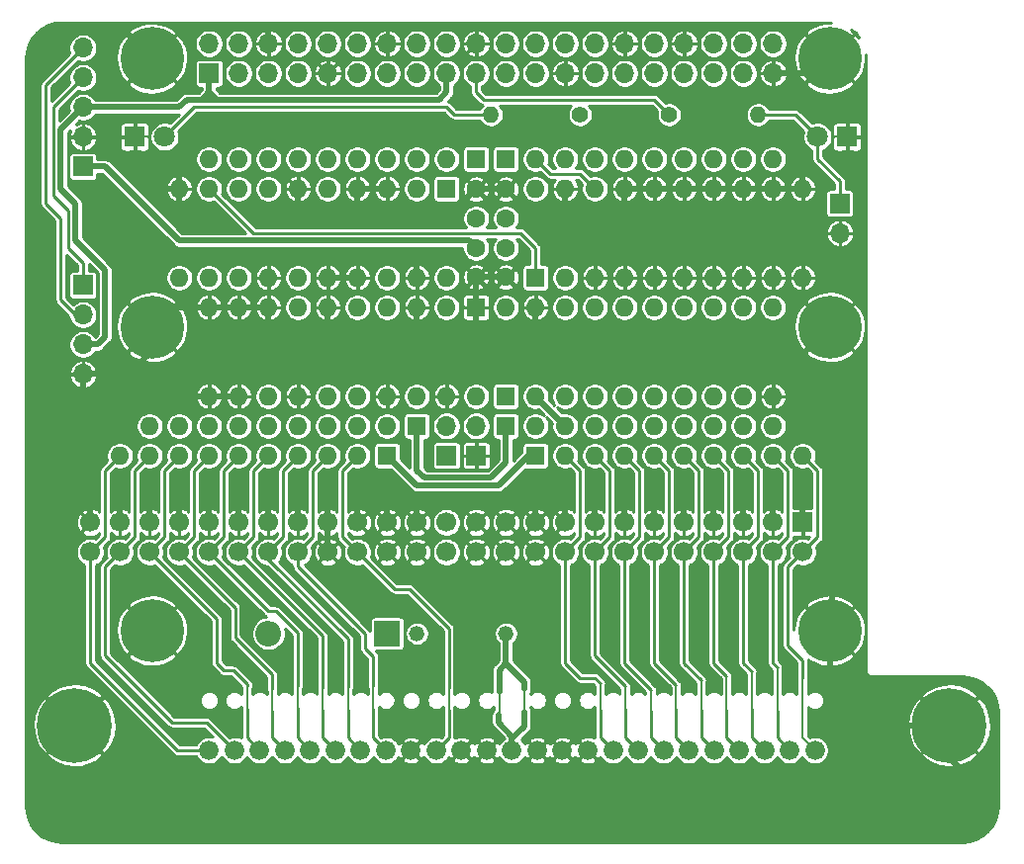
<source format=gbr>
G04 #@! TF.GenerationSoftware,KiCad,Pcbnew,(5.1.6)-1*
G04 #@! TF.CreationDate,2020-08-01T01:33:13+02:00*
G04 #@! TF.ProjectId,rascsi_din,72617363-7369-45f6-9469-6e2e6b696361,rev?*
G04 #@! TF.SameCoordinates,Original*
G04 #@! TF.FileFunction,Copper,L1,Top*
G04 #@! TF.FilePolarity,Positive*
%FSLAX46Y46*%
G04 Gerber Fmt 4.6, Leading zero omitted, Abs format (unit mm)*
G04 Created by KiCad (PCBNEW (5.1.6)-1) date 2020-08-01 01:33:13*
%MOMM*%
%LPD*%
G01*
G04 APERTURE LIST*
G04 #@! TA.AperFunction,ComponentPad*
%ADD10C,1.676400*%
G04 #@! TD*
G04 #@! TA.AperFunction,ComponentPad*
%ADD11C,6.400000*%
G04 #@! TD*
G04 #@! TA.AperFunction,ComponentPad*
%ADD12C,1.600000*%
G04 #@! TD*
G04 #@! TA.AperFunction,ComponentPad*
%ADD13R,2.200000X2.200000*%
G04 #@! TD*
G04 #@! TA.AperFunction,ComponentPad*
%ADD14O,2.200000X2.200000*%
G04 #@! TD*
G04 #@! TA.AperFunction,ComponentPad*
%ADD15C,1.400000*%
G04 #@! TD*
G04 #@! TA.AperFunction,ComponentPad*
%ADD16O,1.400000X1.400000*%
G04 #@! TD*
G04 #@! TA.AperFunction,ComponentPad*
%ADD17R,1.600000X1.600000*%
G04 #@! TD*
G04 #@! TA.AperFunction,ComponentPad*
%ADD18O,1.600000X1.600000*%
G04 #@! TD*
G04 #@! TA.AperFunction,ComponentPad*
%ADD19R,1.700000X1.700000*%
G04 #@! TD*
G04 #@! TA.AperFunction,ComponentPad*
%ADD20C,1.700000*%
G04 #@! TD*
G04 #@! TA.AperFunction,ComponentPad*
%ADD21C,1.320800*%
G04 #@! TD*
G04 #@! TA.AperFunction,ComponentPad*
%ADD22O,1.700000X1.700000*%
G04 #@! TD*
G04 #@! TA.AperFunction,ComponentPad*
%ADD23C,5.400000*%
G04 #@! TD*
G04 #@! TA.AperFunction,ComponentPad*
%ADD24C,0.800000*%
G04 #@! TD*
G04 #@! TA.AperFunction,ComponentPad*
%ADD25R,1.800000X1.800000*%
G04 #@! TD*
G04 #@! TA.AperFunction,ComponentPad*
%ADD26C,1.800000*%
G04 #@! TD*
G04 #@! TA.AperFunction,ViaPad*
%ADD27C,1.200000*%
G04 #@! TD*
G04 #@! TA.AperFunction,Conductor*
%ADD28C,0.250000*%
G04 #@! TD*
G04 #@! TA.AperFunction,Conductor*
%ADD29C,0.500000*%
G04 #@! TD*
G04 #@! TA.AperFunction,Conductor*
%ADD30C,0.200000*%
G04 #@! TD*
G04 APERTURE END LIST*
D10*
X234720000Y-105255000D03*
X232560000Y-105255000D03*
X230400000Y-105255000D03*
X228240000Y-105255000D03*
X226080000Y-105255000D03*
X223920000Y-105255000D03*
X221760000Y-105255000D03*
X219600000Y-105255000D03*
X217440000Y-105255000D03*
X215280000Y-105255000D03*
X213120000Y-105255000D03*
X210960000Y-105255000D03*
X208800000Y-105255000D03*
X206640000Y-105255000D03*
X204480000Y-105255000D03*
X202320000Y-105255000D03*
X200160000Y-105255000D03*
X198000000Y-105255000D03*
X195840000Y-105255000D03*
X193680000Y-105255000D03*
X191520000Y-105255000D03*
X189360000Y-105255000D03*
X187200000Y-105255000D03*
X185040000Y-105255000D03*
X182880000Y-105255000D03*
D11*
X171375000Y-103110000D03*
X246225000Y-103110000D03*
D12*
X208280000Y-62230000D03*
X208280000Y-64730000D03*
X205740000Y-57190000D03*
X205740000Y-59690000D03*
X205740000Y-64730000D03*
X205740000Y-62230000D03*
X208280000Y-57190000D03*
X208280000Y-59690000D03*
D13*
X198120000Y-95250000D03*
D14*
X187960000Y-95250000D03*
D15*
X222250000Y-50800000D03*
D16*
X229870000Y-50800000D03*
D17*
X208280000Y-77470000D03*
D18*
X210820000Y-77470000D03*
X213360000Y-77470000D03*
X215900000Y-77470000D03*
X218440000Y-77470000D03*
X220980000Y-77470000D03*
X223520000Y-77470000D03*
X226060000Y-77470000D03*
X228600000Y-77470000D03*
X231140000Y-77470000D03*
D17*
X200660000Y-77470000D03*
D18*
X198120000Y-77470000D03*
X195580000Y-77470000D03*
X193040000Y-77470000D03*
X190500000Y-77470000D03*
X187960000Y-77470000D03*
X185420000Y-77470000D03*
X182880000Y-77470000D03*
X180340000Y-77470000D03*
X177800000Y-77470000D03*
D17*
X205740000Y-54610000D03*
D18*
X203200000Y-54610000D03*
X200660000Y-54610000D03*
X198120000Y-54610000D03*
X195580000Y-54610000D03*
X193040000Y-54610000D03*
X190500000Y-54610000D03*
X187960000Y-54610000D03*
X185420000Y-54610000D03*
X182880000Y-54610000D03*
D17*
X210820000Y-64770000D03*
D18*
X233680000Y-57150000D03*
X213360000Y-64770000D03*
X231140000Y-57150000D03*
X215900000Y-64770000D03*
X228600000Y-57150000D03*
X218440000Y-64770000D03*
X226060000Y-57150000D03*
X220980000Y-64770000D03*
X223520000Y-57150000D03*
X223520000Y-64770000D03*
X220980000Y-57150000D03*
X226060000Y-64770000D03*
X218440000Y-57150000D03*
X228600000Y-64770000D03*
X215900000Y-57150000D03*
X231140000Y-64770000D03*
X213360000Y-57150000D03*
X233680000Y-64770000D03*
X210820000Y-57150000D03*
D19*
X233680000Y-85725000D03*
D20*
X233680000Y-88265000D03*
X231140000Y-85725000D03*
X231140000Y-88265000D03*
X228600000Y-85725000D03*
X228600000Y-88265000D03*
X226060000Y-85725000D03*
X226060000Y-88265000D03*
X223520000Y-85725000D03*
X223520000Y-88265000D03*
X220980000Y-85725000D03*
X220980000Y-88265000D03*
X218440000Y-85725000D03*
X218440000Y-88265000D03*
X215900000Y-85725000D03*
X215900000Y-88265000D03*
X213360000Y-85725000D03*
X213360000Y-88265000D03*
X210820000Y-85725000D03*
X210820000Y-88265000D03*
X208280000Y-85725000D03*
X208280000Y-88265000D03*
X205740000Y-85725000D03*
X205740000Y-88265000D03*
X203200000Y-85725000D03*
X203200000Y-88265000D03*
X200660000Y-85725000D03*
X200660000Y-88265000D03*
X198120000Y-85725000D03*
X198120000Y-88265000D03*
X195580000Y-85725000D03*
X195580000Y-88265000D03*
X193040000Y-85725000D03*
X193040000Y-88265000D03*
X190500000Y-85725000D03*
X190500000Y-88265000D03*
X187960000Y-85725000D03*
X187960000Y-88265000D03*
X185420000Y-85725000D03*
X185420000Y-88265000D03*
X182880000Y-85725000D03*
X182880000Y-88265000D03*
X180340000Y-85725000D03*
X180340000Y-88265000D03*
X177800000Y-85725000D03*
X177800000Y-88265000D03*
X175260000Y-85725000D03*
X175260000Y-88265000D03*
X172720000Y-85725000D03*
X172720000Y-88265000D03*
D21*
X200660000Y-95250000D03*
X208280000Y-95250000D03*
D15*
X214630000Y-50800000D03*
D16*
X207010000Y-50800000D03*
D19*
X172085000Y-65405000D03*
D22*
X172085000Y-67945000D03*
X172085000Y-70485000D03*
X172085000Y-73025000D03*
D17*
X198120000Y-80010000D03*
D18*
X195580000Y-80010000D03*
X193040000Y-80010000D03*
X190500000Y-80010000D03*
X187960000Y-80010000D03*
X185420000Y-80010000D03*
X182880000Y-80010000D03*
X180340000Y-80010000D03*
X177800000Y-80010000D03*
X175260000Y-80010000D03*
D19*
X182880000Y-47270000D03*
D22*
X182880000Y-44730000D03*
X185420000Y-47270000D03*
X185420000Y-44730000D03*
X187960000Y-47270000D03*
X187960000Y-44730000D03*
X190500000Y-47270000D03*
X190500000Y-44730000D03*
X193040000Y-47270000D03*
X193040000Y-44730000D03*
X195580000Y-47270000D03*
X195580000Y-44730000D03*
X198120000Y-47270000D03*
X198120000Y-44730000D03*
X200660000Y-47270000D03*
X200660000Y-44730000D03*
X203200000Y-47270000D03*
X203200000Y-44730000D03*
X205740000Y-47270000D03*
X205740000Y-44730000D03*
X208280000Y-47270000D03*
X208280000Y-44730000D03*
X210820000Y-47270000D03*
X210820000Y-44730000D03*
X213360000Y-47270000D03*
X213360000Y-44730000D03*
X215900000Y-47270000D03*
X215900000Y-44730000D03*
X218440000Y-47270000D03*
X218440000Y-44730000D03*
X220980000Y-47270000D03*
X220980000Y-44730000D03*
X223520000Y-47270000D03*
X223520000Y-44730000D03*
X226060000Y-47270000D03*
X226060000Y-44730000D03*
X228600000Y-47270000D03*
X228600000Y-44730000D03*
X231140000Y-47270000D03*
X231140000Y-44730000D03*
D17*
X208280000Y-74930000D03*
D18*
X231140000Y-67310000D03*
X210820000Y-74930000D03*
X228600000Y-67310000D03*
X213360000Y-74930000D03*
X226060000Y-67310000D03*
X215900000Y-74930000D03*
X223520000Y-67310000D03*
X218440000Y-74930000D03*
X220980000Y-67310000D03*
X220980000Y-74930000D03*
X218440000Y-67310000D03*
X223520000Y-74930000D03*
X215900000Y-67310000D03*
X226060000Y-74930000D03*
X213360000Y-67310000D03*
X228600000Y-74930000D03*
X210820000Y-67310000D03*
X231140000Y-74930000D03*
X208280000Y-67310000D03*
D17*
X205740000Y-67310000D03*
D18*
X182880000Y-74930000D03*
X203200000Y-67310000D03*
X185420000Y-74930000D03*
X200660000Y-67310000D03*
X187960000Y-74930000D03*
X198120000Y-67310000D03*
X190500000Y-74930000D03*
X195580000Y-67310000D03*
X193040000Y-74930000D03*
X193040000Y-67310000D03*
X195580000Y-74930000D03*
X190500000Y-67310000D03*
X198120000Y-74930000D03*
X187960000Y-67310000D03*
X200660000Y-74930000D03*
X185420000Y-67310000D03*
X203200000Y-74930000D03*
X182880000Y-67310000D03*
X205740000Y-74930000D03*
D17*
X203200000Y-57150000D03*
D18*
X180340000Y-64770000D03*
X200660000Y-57150000D03*
X182880000Y-64770000D03*
X198120000Y-57150000D03*
X185420000Y-64770000D03*
X195580000Y-57150000D03*
X187960000Y-64770000D03*
X193040000Y-57150000D03*
X190500000Y-64770000D03*
X190500000Y-57150000D03*
X193040000Y-64770000D03*
X187960000Y-57150000D03*
X195580000Y-64770000D03*
X185420000Y-57150000D03*
X198120000Y-64770000D03*
X182880000Y-57150000D03*
X200660000Y-64770000D03*
X180340000Y-57150000D03*
X203200000Y-64770000D03*
D17*
X210820000Y-80010000D03*
D18*
X213360000Y-80010000D03*
X215900000Y-80010000D03*
X218440000Y-80010000D03*
X220980000Y-80010000D03*
X223520000Y-80010000D03*
X226060000Y-80010000D03*
X228600000Y-80010000D03*
X231140000Y-80010000D03*
X233680000Y-80010000D03*
D17*
X208280000Y-54610000D03*
D18*
X210820000Y-54610000D03*
X213360000Y-54610000D03*
X215900000Y-54610000D03*
X218440000Y-54610000D03*
X220980000Y-54610000D03*
X223520000Y-54610000D03*
X226060000Y-54610000D03*
X228600000Y-54610000D03*
X231140000Y-54610000D03*
D19*
X203200000Y-80010000D03*
D22*
X203200000Y-77470000D03*
D19*
X205740000Y-80010000D03*
D22*
X205740000Y-77470000D03*
D19*
X172085000Y-55245000D03*
D22*
X172085000Y-52705000D03*
X172085000Y-50165000D03*
X172085000Y-47625000D03*
X172085000Y-45085000D03*
D23*
X236000000Y-95000000D03*
D24*
X238025000Y-95000000D03*
X237431891Y-96431891D03*
X236000000Y-97025000D03*
X234568109Y-96431891D03*
X233975000Y-95000000D03*
X234568109Y-93568109D03*
X236000000Y-92975000D03*
X237431891Y-93568109D03*
D23*
X178000000Y-95000000D03*
D24*
X180025000Y-95000000D03*
X179431891Y-96431891D03*
X178000000Y-97025000D03*
X176568109Y-96431891D03*
X175975000Y-95000000D03*
X176568109Y-93568109D03*
X178000000Y-92975000D03*
X179431891Y-93568109D03*
D23*
X236000000Y-69000000D03*
D24*
X238025000Y-69000000D03*
X237431891Y-70431891D03*
X236000000Y-71025000D03*
X234568109Y-70431891D03*
X233975000Y-69000000D03*
X234568109Y-67568109D03*
X236000000Y-66975000D03*
X237431891Y-67568109D03*
D23*
X178000000Y-69000000D03*
D24*
X180025000Y-69000000D03*
X179431891Y-70431891D03*
X178000000Y-71025000D03*
X176568109Y-70431891D03*
X175975000Y-69000000D03*
X176568109Y-67568109D03*
X178000000Y-66975000D03*
X179431891Y-67568109D03*
D23*
X236000000Y-46000000D03*
D24*
X238025000Y-46000000D03*
X237431891Y-47431891D03*
X236000000Y-48025000D03*
X234568109Y-47431891D03*
X233975000Y-46000000D03*
X234568109Y-44568109D03*
X236000000Y-43975000D03*
X237431891Y-44568109D03*
D23*
X178000000Y-46000000D03*
D24*
X180025000Y-46000000D03*
X179431891Y-47431891D03*
X178000000Y-48025000D03*
X176568109Y-47431891D03*
X175975000Y-46000000D03*
X176568109Y-44568109D03*
X178000000Y-43975000D03*
X179431891Y-44568109D03*
D25*
X176530000Y-52705000D03*
D26*
X179070000Y-52705000D03*
D25*
X237490000Y-52705000D03*
D26*
X234950000Y-52705000D03*
D19*
X236855000Y-58420000D03*
D22*
X236855000Y-60960000D03*
D27*
X214630000Y-92710000D03*
X217170000Y-92710000D03*
X219710000Y-92710000D03*
X222250000Y-92710000D03*
X224790000Y-92710000D03*
X227330000Y-92710000D03*
X229870000Y-92710000D03*
X229870000Y-97155000D03*
X227330000Y-97155000D03*
X224790000Y-97155000D03*
X222250000Y-97155000D03*
X219710000Y-97155000D03*
X217170000Y-97155000D03*
X214630000Y-97155000D03*
X202565000Y-51435000D03*
X229235000Y-52705000D03*
X219710000Y-50800000D03*
X217170000Y-52705000D03*
X214630000Y-52705000D03*
X208280000Y-52705000D03*
X204470000Y-49530000D03*
X225425000Y-50165000D03*
X211455000Y-52705000D03*
X196850000Y-51435000D03*
X189230000Y-51816000D03*
X184150000Y-51816000D03*
X176276000Y-55880000D03*
X181610000Y-52070000D03*
X210820000Y-97155000D03*
X212090000Y-92710000D03*
X205740000Y-97155000D03*
X203200000Y-92710000D03*
X207645000Y-92710000D03*
X201930000Y-97155000D03*
X199390000Y-92710000D03*
X195580000Y-92710000D03*
X189230000Y-97155000D03*
X184785000Y-97155000D03*
X180975000Y-104140000D03*
X191516000Y-97155000D03*
X193675000Y-97155000D03*
X195834000Y-97790000D03*
X182245000Y-97155000D03*
X232410000Y-97790000D03*
X198120000Y-97790000D03*
X204470000Y-52705000D03*
X215900000Y-59055000D03*
X218440000Y-60960000D03*
X220980000Y-60960000D03*
X223520000Y-60960000D03*
X226060000Y-60960000D03*
X228600000Y-60960000D03*
X231140000Y-60960000D03*
X233680000Y-60960000D03*
X184150000Y-60325000D03*
X186690000Y-59055000D03*
X198120000Y-62865000D03*
X200660000Y-59055000D03*
X190500000Y-62865000D03*
X193040000Y-59055000D03*
X172085000Y-57150000D03*
X175260000Y-58420000D03*
X179705000Y-62865000D03*
X168910000Y-60325000D03*
X172720000Y-60960000D03*
X198120000Y-69215000D03*
X195580000Y-73025000D03*
X190500000Y-69215000D03*
X187960000Y-73025000D03*
X179705000Y-74930000D03*
X204470000Y-73025000D03*
X207645000Y-73025000D03*
X208280000Y-69215000D03*
X203200000Y-69215000D03*
X213360000Y-73025000D03*
X213360000Y-69215000D03*
X217170000Y-69215000D03*
X217170000Y-73025000D03*
X222250000Y-73025000D03*
X222250000Y-69215000D03*
X227330000Y-73025000D03*
X227330000Y-69215000D03*
X231140000Y-71120000D03*
X175895000Y-75565000D03*
X171450000Y-81915000D03*
X168910000Y-46355000D03*
X232410000Y-52705000D03*
X218440000Y-81915000D03*
X215900000Y-81915000D03*
X220980000Y-81915000D03*
X223520000Y-81915000D03*
X226060000Y-81915000D03*
X228600000Y-81915000D03*
X231140000Y-81915000D03*
X233680000Y-81915000D03*
X213360000Y-81915000D03*
X210185000Y-81915000D03*
X198120000Y-81915000D03*
X193040000Y-81915000D03*
X190500000Y-81915000D03*
X187960000Y-81915000D03*
X185420000Y-81915000D03*
X182880000Y-81915000D03*
X180340000Y-81915000D03*
X177800000Y-81915000D03*
X175260000Y-81915000D03*
X195580000Y-81915000D03*
X203200000Y-83820000D03*
X233680000Y-90170000D03*
X248920000Y-107950000D03*
X168910000Y-107950000D03*
X168910000Y-97790000D03*
X168910000Y-93980000D03*
X168910000Y-90170000D03*
X168910000Y-86360000D03*
X168910000Y-82550000D03*
X168910000Y-78740000D03*
X168910000Y-74930000D03*
X168910000Y-71120000D03*
X168910000Y-67310000D03*
X168910000Y-63500000D03*
X244475000Y-111760000D03*
X240665000Y-111760000D03*
X236855000Y-111760000D03*
X233045000Y-111760000D03*
X229235000Y-111760000D03*
X225425000Y-111760000D03*
X221615000Y-111760000D03*
X217805000Y-111760000D03*
X213995000Y-111760000D03*
X210185000Y-111760000D03*
X206375000Y-111760000D03*
X202565000Y-111760000D03*
X198755000Y-111760000D03*
X194945000Y-111760000D03*
X191135000Y-111760000D03*
X187325000Y-111760000D03*
X183515000Y-111760000D03*
X179705000Y-111760000D03*
X175895000Y-111760000D03*
X172085000Y-111760000D03*
X239395000Y-100965000D03*
X237490000Y-89535000D03*
X237490000Y-85725000D03*
X237490000Y-81915000D03*
X237490000Y-78105000D03*
X237490000Y-74295000D03*
X169545000Y-110490000D03*
X247650000Y-110490000D03*
X236855000Y-104140000D03*
X175260000Y-63500000D03*
X210820000Y-73025000D03*
X210820000Y-59690000D03*
X203200000Y-59690000D03*
D28*
X193040000Y-47270000D02*
X191770000Y-46000000D01*
X191770000Y-46000000D02*
X191770000Y-43180000D01*
X191770000Y-43180000D02*
X187960000Y-43180000D01*
X193040000Y-47270000D02*
X194310000Y-46000000D01*
X194310000Y-46000000D02*
X194310000Y-43180000D01*
X194310000Y-43180000D02*
X198120000Y-43180000D01*
X198120000Y-43180000D02*
X198120000Y-44730000D01*
D29*
X234406218Y-47270000D02*
X234568109Y-47431891D01*
X231140000Y-47270000D02*
X234406218Y-47270000D01*
X176000000Y-73025000D02*
X178000000Y-71025000D01*
X172085000Y-73025000D02*
X176000000Y-73025000D01*
X182880000Y-67310000D02*
X185420000Y-67310000D01*
X185420000Y-67310000D02*
X187960000Y-67310000D01*
X187960000Y-67310000D02*
X187960000Y-69215000D01*
X187960000Y-69215000D02*
X190500000Y-69215000D01*
X193040000Y-69215000D02*
X193040000Y-67310000D01*
X200660000Y-69215000D02*
X200660000Y-67310000D01*
X193040000Y-69215000D02*
X198120000Y-69215000D01*
X200660000Y-69215000D02*
X201295000Y-69215000D01*
X201295000Y-69215000D02*
X201970000Y-69890000D01*
X179690000Y-67310000D02*
X179431891Y-67568109D01*
X182880000Y-67310000D02*
X179690000Y-67310000D01*
X187960000Y-44730000D02*
X187960000Y-43180000D01*
X182880000Y-74930000D02*
X185420000Y-74930000D01*
X232650000Y-72350000D02*
X234568109Y-70431891D01*
X172720000Y-83820000D02*
X172720000Y-85725000D01*
X172085000Y-83185000D02*
X172720000Y-83820000D01*
X187960000Y-85725000D02*
X187960000Y-83820000D01*
X190500000Y-85725000D02*
X190500000Y-84455000D01*
X193040000Y-85725000D02*
X193040000Y-84455000D01*
X185420000Y-85725000D02*
X185420000Y-84455000D01*
X182880000Y-85725000D02*
X182880000Y-84455000D01*
X180340000Y-85725000D02*
X180340000Y-84455000D01*
X175260000Y-85725000D02*
X175260000Y-84455000D01*
X177800000Y-85725000D02*
X177800000Y-84455000D01*
D28*
X177800000Y-85725000D02*
X177800000Y-86995000D01*
D29*
X215900000Y-85725000D02*
X215900000Y-84455000D01*
X218440000Y-85725000D02*
X218440000Y-84455000D01*
X220980000Y-85725000D02*
X220980000Y-84455000D01*
X223520000Y-85725000D02*
X223520000Y-84455000D01*
X226060000Y-85725000D02*
X226060000Y-84455000D01*
X228600000Y-85725000D02*
X228600000Y-84455000D01*
X231140000Y-85725000D02*
X231140000Y-84455000D01*
X193040000Y-85725000D02*
X193040000Y-88265000D01*
D28*
X219075000Y-50800000D02*
X217170000Y-52705000D01*
X220345000Y-50800000D02*
X219075000Y-50800000D01*
X214630000Y-52705000D02*
X217170000Y-52705000D01*
X203835000Y-52705000D02*
X202565000Y-51435000D01*
X204470000Y-52705000D02*
X203835000Y-52705000D01*
X214630000Y-52705000D02*
X211455000Y-52705000D01*
X208280000Y-52705000D02*
X204470000Y-52705000D01*
D29*
X188595000Y-51435000D02*
X184150000Y-51435000D01*
X183515000Y-52070000D02*
X184150000Y-51435000D01*
X181610000Y-52070000D02*
X183515000Y-52070000D01*
X181610000Y-52070000D02*
X180975000Y-52705000D01*
D28*
X227965000Y-52705000D02*
X225425000Y-50165000D01*
X229870000Y-52705000D02*
X227965000Y-52705000D01*
D29*
X180340000Y-85725000D02*
X180340000Y-86360000D01*
D28*
X180340000Y-85725000D02*
X180340000Y-86995000D01*
X175260000Y-85725000D02*
X175260000Y-86995000D01*
X187960000Y-85725000D02*
X187960000Y-86995000D01*
X185420000Y-85725000D02*
X185420000Y-86995000D01*
X190500000Y-85725000D02*
X190500000Y-86868000D01*
X215900000Y-85725000D02*
X215900000Y-86868000D01*
X218440000Y-85725000D02*
X218440000Y-86868000D01*
X220980000Y-85725000D02*
X220980000Y-86868000D01*
X223520000Y-85725000D02*
X223520000Y-86868000D01*
X226060000Y-85725000D02*
X226060000Y-86868000D01*
X228600000Y-85725000D02*
X228600000Y-86868000D01*
X231140000Y-85725000D02*
X231140000Y-86868000D01*
X182880000Y-85725000D02*
X182880000Y-86995000D01*
D29*
X240291624Y-103110000D02*
X246225000Y-103110000D01*
X236000000Y-98818376D02*
X240291624Y-103110000D01*
X236000000Y-95000000D02*
X236000000Y-98818376D01*
X205740000Y-57190000D02*
X205820000Y-57190000D01*
X210740000Y-69890000D02*
X210820000Y-69810000D01*
X205740000Y-69850000D02*
X205700000Y-69890000D01*
X205740000Y-67310000D02*
X205740000Y-69850000D01*
X201970000Y-69890000D02*
X205700000Y-69890000D01*
X205700000Y-69890000D02*
X210740000Y-69890000D01*
X205740000Y-57190000D02*
X208280000Y-57190000D01*
X205740000Y-64730000D02*
X208280000Y-64730000D01*
X205740000Y-64730000D02*
X205740000Y-67310000D01*
X233680000Y-57150000D02*
X231140000Y-57150000D01*
X231140000Y-57150000D02*
X228600000Y-57150000D01*
X228600000Y-57150000D02*
X226060000Y-57150000D01*
X226060000Y-57150000D02*
X223520000Y-57150000D01*
X223520000Y-57150000D02*
X220980000Y-57150000D01*
X220980000Y-57150000D02*
X218440000Y-57150000D01*
X195580000Y-64770000D02*
X193040000Y-64770000D01*
X198120000Y-57150000D02*
X195580000Y-57150000D01*
X195580000Y-59690000D02*
X190500000Y-59690000D01*
X195580000Y-57150000D02*
X195580000Y-59690000D01*
X177800000Y-57150000D02*
X180340000Y-57150000D01*
X180975000Y-52705000D02*
X180975000Y-53975000D01*
X180340000Y-54610000D02*
X180340000Y-57150000D01*
X180975000Y-53975000D02*
X180340000Y-54610000D01*
D28*
X208280000Y-57190000D02*
X209550000Y-55920000D01*
X211455000Y-52705000D02*
X209550000Y-52705000D01*
X209550000Y-55920000D02*
X209550000Y-52705000D01*
X209550000Y-52705000D02*
X208280000Y-52705000D01*
D29*
X232410000Y-52705000D02*
X233045000Y-53340000D01*
X233045000Y-53340000D02*
X233045000Y-54610000D01*
X233680000Y-55245000D02*
X233680000Y-57150000D01*
X233045000Y-54610000D02*
X233680000Y-55245000D01*
X189230000Y-51816000D02*
X189230000Y-51435000D01*
X188595000Y-51435000D02*
X189230000Y-51435000D01*
X189230000Y-51435000D02*
X196850000Y-51435000D01*
D28*
X190500000Y-57150000D02*
X189230000Y-55880000D01*
X189230000Y-55880000D02*
X189230000Y-51816000D01*
D29*
X205740000Y-57190000D02*
X203875000Y-59055000D01*
X203875000Y-59055000D02*
X203835000Y-59055000D01*
X203200000Y-59690000D02*
X203200000Y-59690000D01*
X203835000Y-59055000D02*
X203200000Y-59690000D01*
X190500000Y-59055000D02*
X190500000Y-57150000D01*
X190500000Y-59055000D02*
X193040000Y-59055000D01*
X190500000Y-59690000D02*
X190500000Y-59055000D01*
X198120000Y-62865000D02*
X200660000Y-62865000D01*
X200660000Y-62865000D02*
X200660000Y-64770000D01*
X186690000Y-59055000D02*
X190500000Y-59055000D01*
X184150000Y-60325000D02*
X182245000Y-60325000D01*
X180340000Y-58420000D02*
X180340000Y-57150000D01*
X182245000Y-60325000D02*
X180340000Y-58420000D01*
X200660000Y-59055000D02*
X203835000Y-59055000D01*
X193040000Y-59055000D02*
X200660000Y-59055000D01*
X198120000Y-69215000D02*
X200660000Y-69215000D01*
X190500000Y-69215000D02*
X193040000Y-69215000D01*
X201295000Y-69215000D02*
X203200000Y-69215000D01*
X210820000Y-69810000D02*
X210820000Y-69215000D01*
X210820000Y-69215000D02*
X210820000Y-67310000D01*
X208280000Y-69215000D02*
X210820000Y-69215000D01*
X203200000Y-69215000D02*
X208280000Y-69215000D01*
X172085000Y-73025000D02*
X172085000Y-80645000D01*
X195580000Y-73025000D02*
X204470000Y-73025000D01*
X204470000Y-73025000D02*
X207645000Y-73025000D01*
X213360000Y-69215000D02*
X208280000Y-69215000D01*
X213360000Y-73025000D02*
X213360000Y-69215000D01*
X207645000Y-73025000D02*
X210820000Y-73025000D01*
X213360000Y-73025000D02*
X217170000Y-73025000D01*
X232370000Y-72350000D02*
X231140000Y-71120000D01*
X232650000Y-72350000D02*
X232370000Y-72350000D01*
X231975000Y-73025000D02*
X232650000Y-72350000D01*
X227330000Y-73025000D02*
X231975000Y-73025000D01*
X227330000Y-73025000D02*
X222250000Y-73025000D01*
X222250000Y-73025000D02*
X217170000Y-73025000D01*
X213360000Y-69215000D02*
X217170000Y-69215000D01*
X217170000Y-69215000D02*
X222250000Y-69215000D01*
X222250000Y-69215000D02*
X227330000Y-69215000D01*
X195580000Y-73025000D02*
X187960000Y-73025000D01*
X182880000Y-74930000D02*
X179705000Y-74930000D01*
X176000000Y-75460000D02*
X175895000Y-75565000D01*
X176000000Y-73025000D02*
X176000000Y-75460000D01*
X179705000Y-62865000D02*
X175260000Y-58420000D01*
X172720000Y-60960000D02*
X175260000Y-58420000D01*
X173990000Y-57150000D02*
X175260000Y-58420000D01*
X172085000Y-57150000D02*
X173990000Y-57150000D01*
X179705000Y-62865000D02*
X190500000Y-62865000D01*
X190500000Y-62865000D02*
X198120000Y-62865000D01*
X168910000Y-46355000D02*
X169545000Y-45720000D01*
X169545000Y-45720000D02*
X169545000Y-45085000D01*
X169545000Y-45085000D02*
X170815000Y-43815000D01*
X175815000Y-43815000D02*
X176568109Y-44568109D01*
D28*
X170815000Y-43815000D02*
X175815000Y-43815000D01*
D29*
X232410000Y-52705000D02*
X232410000Y-52705000D01*
X229870000Y-52705000D02*
X232410000Y-52705000D01*
X171450000Y-81915000D02*
X172085000Y-81915000D01*
X172085000Y-80645000D02*
X172085000Y-81915000D01*
X172085000Y-81915000D02*
X172085000Y-83185000D01*
X175260000Y-84455000D02*
X175260000Y-81915000D01*
X177800000Y-84455000D02*
X177800000Y-81915000D01*
X180340000Y-84455000D02*
X180340000Y-81915000D01*
X182880000Y-84455000D02*
X182880000Y-81915000D01*
X185420000Y-84455000D02*
X185420000Y-81915000D01*
X187960000Y-83820000D02*
X187960000Y-81915000D01*
X190500000Y-84455000D02*
X190500000Y-81915000D01*
X193040000Y-84455000D02*
X193040000Y-81915000D01*
X195580000Y-85725000D02*
X195580000Y-81915000D01*
X198120000Y-85725000D02*
X198120000Y-81915000D01*
X200660000Y-85725000D02*
X200660000Y-83820000D01*
X200660000Y-83820000D02*
X203200000Y-83820000D01*
X215900000Y-84455000D02*
X215900000Y-81915000D01*
X213360000Y-85725000D02*
X213360000Y-81915000D01*
X210820000Y-82550000D02*
X210185000Y-81915000D01*
X210820000Y-85725000D02*
X210820000Y-82550000D01*
X218440000Y-84455000D02*
X218440000Y-81915000D01*
X220980000Y-84455000D02*
X220980000Y-81915000D01*
X223520000Y-84455000D02*
X223520000Y-81915000D01*
X226060000Y-84455000D02*
X226060000Y-81915000D01*
X228600000Y-84455000D02*
X228600000Y-81915000D01*
X231140000Y-84455000D02*
X231140000Y-81915000D01*
X233680000Y-85725000D02*
X233680000Y-81915000D01*
X239261624Y-104140000D02*
X240291624Y-103110000D01*
X236855000Y-104140000D02*
X239261624Y-104140000D01*
X246380000Y-103265000D02*
X246225000Y-103110000D01*
X248285000Y-107950000D02*
X246380000Y-106045000D01*
X246380000Y-106045000D02*
X246380000Y-103265000D01*
X248285000Y-110490000D02*
X247650000Y-111125000D01*
X248285000Y-107950000D02*
X248285000Y-110490000D01*
X245110000Y-111125000D02*
X244475000Y-111760000D01*
X247650000Y-111125000D02*
X245110000Y-111125000D01*
X244475000Y-111760000D02*
X240665000Y-111760000D01*
X240665000Y-111760000D02*
X236855000Y-111760000D01*
X236855000Y-111760000D02*
X233045000Y-111760000D01*
X233045000Y-111760000D02*
X229235000Y-111760000D01*
X236855000Y-90170000D02*
X237490000Y-89535000D01*
X236220000Y-90170000D02*
X236220000Y-92755000D01*
X236220000Y-90170000D02*
X236855000Y-90170000D01*
X236220000Y-92755000D02*
X236000000Y-92975000D01*
X233680000Y-90170000D02*
X236220000Y-90170000D01*
X237490000Y-85725000D02*
X237490000Y-89535000D01*
X237490000Y-81915000D02*
X237490000Y-85725000D01*
X237490000Y-78105000D02*
X237490000Y-81915000D01*
X237490000Y-74295000D02*
X237490000Y-78105000D01*
X229235000Y-111760000D02*
X225425000Y-111760000D01*
X225425000Y-111760000D02*
X221615000Y-111760000D01*
X221615000Y-111760000D02*
X217805000Y-111760000D01*
X217805000Y-111760000D02*
X213995000Y-111760000D01*
X213995000Y-111760000D02*
X210185000Y-111760000D01*
X210185000Y-111760000D02*
X206375000Y-111760000D01*
X206375000Y-111760000D02*
X202565000Y-111760000D01*
X202565000Y-111760000D02*
X198755000Y-111760000D01*
X198755000Y-111760000D02*
X194945000Y-111760000D01*
X194945000Y-111760000D02*
X191135000Y-111760000D01*
X187325000Y-111760000D02*
X191135000Y-111760000D01*
X183515000Y-111760000D02*
X187325000Y-111760000D01*
X183515000Y-111760000D02*
X179705000Y-111760000D01*
X179705000Y-111760000D02*
X175895000Y-111760000D01*
X175895000Y-111760000D02*
X172085000Y-111760000D01*
X171450000Y-111125000D02*
X172085000Y-111760000D01*
X169545000Y-111125000D02*
X171450000Y-111125000D01*
X169545000Y-108585000D02*
X168910000Y-107950000D01*
X169545000Y-111125000D02*
X169545000Y-108585000D01*
X168910000Y-93980000D02*
X168910000Y-97790000D01*
X168910000Y-60325000D02*
X168910000Y-63500000D01*
X168910000Y-63500000D02*
X168910000Y-67310000D01*
X168910000Y-71120000D02*
X168910000Y-67310000D01*
X173355000Y-60960000D02*
X175260000Y-62865000D01*
X172720000Y-60960000D02*
X173355000Y-60960000D01*
X210820000Y-73025000D02*
X213360000Y-73025000D01*
X213360000Y-59055000D02*
X218440000Y-59055000D01*
X218440000Y-59055000D02*
X218440000Y-57150000D01*
X213360000Y-57150000D02*
X213360000Y-59055000D01*
X215900000Y-59055000D02*
X218440000Y-59055000D01*
X213360000Y-59055000D02*
X211455000Y-59055000D01*
X211455000Y-59055000D02*
X210820000Y-59690000D01*
X210820000Y-59690000D02*
X210820000Y-59690000D01*
X175260000Y-62865000D02*
X175260000Y-63500000D01*
X203200000Y-59690000D02*
X195580000Y-59690000D01*
X177546000Y-57150000D02*
X177800000Y-57150000D01*
X176276000Y-55880000D02*
X177546000Y-57150000D01*
D28*
X204470000Y-46000000D02*
X205740000Y-44730000D01*
X204470000Y-49530000D02*
X204470000Y-46000000D01*
D29*
X169545000Y-45085000D02*
X168910000Y-45720000D01*
D30*
X237490000Y-52705000D02*
X236220000Y-52705000D01*
X176530000Y-52705000D02*
X177800000Y-52705000D01*
D29*
X170180000Y-110490000D02*
X169545000Y-111125000D01*
X247015000Y-110490000D02*
X247650000Y-111125000D01*
X248920000Y-107950000D02*
X248285000Y-107950000D01*
X247650000Y-110490000D02*
X248285000Y-110490000D01*
X182600000Y-47270000D02*
X182880000Y-47270000D01*
X173355000Y-70485000D02*
X172085000Y-70485000D01*
X173990000Y-64135000D02*
X173990000Y-69850000D01*
X171450000Y-61595000D02*
X173990000Y-64135000D01*
X171450000Y-58420000D02*
X171450000Y-61595000D01*
X170180000Y-57150000D02*
X171450000Y-58420000D01*
X170180000Y-52070000D02*
X170180000Y-57150000D01*
X173990000Y-69850000D02*
X173355000Y-70485000D01*
X172085000Y-50165000D02*
X170180000Y-52070000D01*
X203200000Y-48895000D02*
X203200000Y-47270000D01*
X202565000Y-49530000D02*
X203200000Y-48895000D01*
X177800000Y-50165000D02*
X172085000Y-50165000D01*
X179705000Y-50165000D02*
X177800000Y-50165000D01*
X184785000Y-49530000D02*
X185420000Y-49530000D01*
X185420000Y-49530000D02*
X202565000Y-49530000D01*
X177800000Y-50165000D02*
X180340000Y-50165000D01*
X182880000Y-47270000D02*
X182880000Y-47625000D01*
X180340000Y-50165000D02*
X180975000Y-49530000D01*
X184150000Y-49530000D02*
X185420000Y-49530000D01*
X183515000Y-49530000D02*
X184150000Y-49530000D01*
X184150000Y-49530000D02*
X182880000Y-49530000D01*
X183515000Y-49530000D02*
X182880000Y-48895000D01*
X182880000Y-47270000D02*
X182880000Y-48895000D01*
X182880000Y-48895000D02*
X182880000Y-49530000D01*
X182245000Y-49530000D02*
X182880000Y-48895000D01*
X182245000Y-49530000D02*
X180975000Y-49530000D01*
X182880000Y-49530000D02*
X182245000Y-49530000D01*
X172085000Y-55245000D02*
X173990000Y-55245000D01*
X205105000Y-61595000D02*
X205740000Y-62230000D01*
X180340000Y-61595000D02*
X205105000Y-61595000D01*
X173990000Y-55245000D02*
X180340000Y-61595000D01*
D28*
X175260000Y-88265000D02*
X176530000Y-86995000D01*
X176530000Y-81280000D02*
X177800000Y-80010000D01*
X176530000Y-86995000D02*
X176530000Y-81280000D01*
X182655000Y-102870000D02*
X185040000Y-105255000D01*
X173990000Y-89535000D02*
X175260000Y-88265000D01*
X173990000Y-97155000D02*
X173990000Y-89535000D01*
X173990000Y-97155000D02*
X179705000Y-102870000D01*
X179705000Y-102870000D02*
X182655000Y-102870000D01*
X184150000Y-81280000D02*
X185420000Y-80010000D01*
X182880000Y-88265000D02*
X184150000Y-86995000D01*
X184150000Y-86995000D02*
X184150000Y-81280000D01*
X190454799Y-104189799D02*
X191520000Y-105255000D01*
X187960000Y-93345000D02*
X188595000Y-93345000D01*
X188595000Y-93345000D02*
X190454799Y-95204799D01*
X182880000Y-88265000D02*
X187960000Y-93345000D01*
X190454799Y-99740201D02*
X190454799Y-95204799D01*
X190454799Y-101645201D02*
X190454799Y-104189799D01*
D30*
X190454799Y-99740201D02*
X190454799Y-101645201D01*
D28*
X191770000Y-81280000D02*
X193040000Y-80010000D01*
X190500000Y-88265000D02*
X191770000Y-86995000D01*
X191770000Y-86995000D02*
X191770000Y-81280000D01*
X196934799Y-104189799D02*
X198000000Y-105255000D01*
X196934799Y-101684799D02*
X196934799Y-104189799D01*
D30*
X196934799Y-99779799D02*
X196934799Y-101684799D01*
D28*
X196934799Y-99610201D02*
X196934799Y-99779799D01*
X190500000Y-88265000D02*
X190500000Y-89535000D01*
X190500000Y-89535000D02*
X196215000Y-95250000D01*
X196215000Y-95250000D02*
X196215000Y-96520000D01*
X196215000Y-96520000D02*
X196934799Y-97239799D01*
X196934799Y-97239799D02*
X196934799Y-99610201D01*
X181610000Y-81280000D02*
X182880000Y-80010000D01*
X180340000Y-88265000D02*
X181610000Y-86995000D01*
X181610000Y-86995000D02*
X181610000Y-81280000D01*
X188294799Y-104189799D02*
X189360000Y-105255000D01*
X188294799Y-101900201D02*
X188294799Y-104189799D01*
D30*
X188294799Y-99995201D02*
X188294799Y-101900201D01*
D28*
X184785000Y-92710000D02*
X180340000Y-88265000D01*
X185102500Y-93027500D02*
X184785000Y-92710000D01*
X188294799Y-98759799D02*
X185102500Y-95567500D01*
X185102500Y-95567500D02*
X185102500Y-93027500D01*
X188294799Y-99995201D02*
X188294799Y-98759799D01*
X186690000Y-81280000D02*
X187960000Y-80010000D01*
X185420000Y-88265000D02*
X186690000Y-86995000D01*
X186690000Y-86995000D02*
X186690000Y-81280000D01*
X192585201Y-104160201D02*
X193680000Y-105255000D01*
X185420000Y-88265000D02*
X192585201Y-95430201D01*
X192585201Y-99875201D02*
X192585201Y-95430201D01*
X192585201Y-101780201D02*
X192585201Y-104160201D01*
D30*
X192585201Y-99875201D02*
X192585201Y-101780201D01*
D28*
X189230000Y-81280000D02*
X190500000Y-80010000D01*
X187960000Y-88265000D02*
X189230000Y-86995000D01*
X189230000Y-86995000D02*
X189230000Y-81280000D01*
X194774799Y-104189799D02*
X195840000Y-105255000D01*
X194774799Y-95714799D02*
X187960000Y-88900000D01*
X187960000Y-88900000D02*
X187960000Y-88265000D01*
X194774799Y-99865201D02*
X194774799Y-95714799D01*
X194774799Y-101770201D02*
X194774799Y-104189799D01*
D30*
X194774799Y-99865201D02*
X194774799Y-101770201D01*
D28*
X195580000Y-80010000D02*
X194310000Y-81280000D01*
X194310000Y-81280000D02*
X194310000Y-86995000D01*
X194310000Y-86995000D02*
X195580000Y-88265000D01*
X198755000Y-91440000D02*
X195580000Y-88265000D01*
X200025000Y-91440000D02*
X198755000Y-91440000D01*
X203385201Y-94800201D02*
X200025000Y-91440000D01*
X202320000Y-105255000D02*
X203385201Y-104189799D01*
X203385201Y-101785201D02*
X203385201Y-104189799D01*
X203385201Y-99880201D02*
X203385201Y-94800201D01*
D30*
X203385201Y-101785201D02*
X203385201Y-99880201D01*
D28*
X213360000Y-80010000D02*
X214630000Y-81280000D01*
X214630000Y-86995000D02*
X213360000Y-88265000D01*
X214630000Y-81280000D02*
X214630000Y-86995000D01*
X216345201Y-104160201D02*
X217440000Y-105255000D01*
X216345201Y-101789799D02*
X216345201Y-104160201D01*
D30*
X216345201Y-99505201D02*
X216345201Y-101789799D01*
D28*
X214630000Y-99060000D02*
X215900000Y-99060000D01*
X215900000Y-99060000D02*
X216345201Y-99505201D01*
X213360000Y-97790000D02*
X214630000Y-99060000D01*
X213360000Y-88265000D02*
X213360000Y-97790000D01*
X234950000Y-86995000D02*
X233680000Y-88265000D01*
X233680000Y-80010000D02*
X234950000Y-81280000D01*
X234950000Y-81280000D02*
X234950000Y-86995000D01*
D30*
X233654799Y-104189799D02*
X233654799Y-99085201D01*
X234720000Y-105255000D02*
X233654799Y-104189799D01*
D28*
X233654799Y-97510799D02*
X233654799Y-99085201D01*
X232410000Y-96266000D02*
X233654799Y-97510799D01*
X232410000Y-89535000D02*
X232410000Y-96266000D01*
X233680000Y-88265000D02*
X232410000Y-89535000D01*
X231140000Y-80010000D02*
X232410000Y-81280000D01*
X232410000Y-86995000D02*
X231140000Y-88265000D01*
X232410000Y-81280000D02*
X232410000Y-86995000D01*
X231140000Y-97790000D02*
X231140000Y-88265000D01*
X231140000Y-97790000D02*
X231494799Y-98144799D01*
X231494799Y-104189799D02*
X232560000Y-105255000D01*
D30*
X231494799Y-100684799D02*
X231494799Y-101476297D01*
X231494799Y-98144799D02*
X231494799Y-100684799D01*
D28*
X231494799Y-101880201D02*
X231494799Y-104189799D01*
D30*
X231494799Y-100684799D02*
X231494799Y-101880201D01*
D28*
X228600000Y-80010000D02*
X229870000Y-81280000D01*
X229870000Y-86995000D02*
X228600000Y-88265000D01*
X229870000Y-81280000D02*
X229870000Y-86995000D01*
X229305201Y-104160201D02*
X230400000Y-105255000D01*
X228600000Y-88265000D02*
X228600000Y-97790000D01*
X228600000Y-97790000D02*
X229305201Y-98495201D01*
X229305201Y-101670201D02*
X229305201Y-104160201D01*
D30*
X229305201Y-98495201D02*
X229305201Y-101670201D01*
D28*
X226060000Y-80010000D02*
X227330000Y-81280000D01*
X227330000Y-86995000D02*
X226060000Y-88265000D01*
X227330000Y-81280000D02*
X227330000Y-86995000D01*
X226060000Y-88265000D02*
X226060000Y-97790000D01*
X227145201Y-104160201D02*
X228240000Y-105255000D01*
X226060000Y-97790000D02*
X227145201Y-98875201D01*
X227145201Y-101784799D02*
X227145201Y-104160201D01*
D30*
X227145201Y-98875201D02*
X227145201Y-101784799D01*
D28*
X223520000Y-80010000D02*
X224790000Y-81280000D01*
X224790000Y-86995000D02*
X223520000Y-88265000D01*
X224790000Y-81280000D02*
X224790000Y-86995000D01*
X223520000Y-88265000D02*
X223520000Y-97790000D01*
X224985201Y-104160201D02*
X226080000Y-105255000D01*
X223520000Y-97790000D02*
X224985201Y-99255201D01*
X224985201Y-101795201D02*
X224985201Y-104160201D01*
D30*
X224985201Y-99255201D02*
X224985201Y-101795201D01*
D28*
X220980000Y-80010000D02*
X222250000Y-81280000D01*
X222082001Y-87162999D02*
X220980000Y-88265000D01*
X220980000Y-88265000D02*
X220980000Y-97790000D01*
X222825201Y-104160201D02*
X223920000Y-105255000D01*
X220980000Y-97790000D02*
X222825201Y-99635201D01*
X222250000Y-84455000D02*
X222250000Y-86995000D01*
X222250000Y-86995000D02*
X220980000Y-88265000D01*
X222250000Y-84455000D02*
X222250000Y-85090000D01*
X222250000Y-81280000D02*
X222250000Y-84455000D01*
X222825201Y-101659799D02*
X222825201Y-104160201D01*
D30*
X222825201Y-99635201D02*
X222825201Y-101659799D01*
D28*
X218440000Y-80010000D02*
X219710000Y-81280000D01*
X219710000Y-86995000D02*
X218440000Y-88265000D01*
X219710000Y-81280000D02*
X219710000Y-86995000D01*
X218440000Y-88265000D02*
X218440000Y-97790000D01*
X220694799Y-104189799D02*
X221760000Y-105255000D01*
X218440000Y-97790000D02*
X220694799Y-100044799D01*
X220694799Y-101885201D02*
X220694799Y-104189799D01*
D30*
X220694799Y-100044799D02*
X220694799Y-101885201D01*
D29*
X213360000Y-77470000D02*
X210820000Y-74930000D01*
D28*
X215900000Y-80010000D02*
X217170000Y-81280000D01*
X217170000Y-86995000D02*
X215900000Y-88265000D01*
X217170000Y-81280000D02*
X217170000Y-86995000D01*
X215900000Y-88265000D02*
X215900000Y-97155000D01*
X218505201Y-104160201D02*
X219600000Y-105255000D01*
X215900000Y-97155000D02*
X218505201Y-99760201D01*
X218505201Y-101665201D02*
X218505201Y-104160201D01*
D30*
X218505201Y-99760201D02*
X218505201Y-101665201D01*
D28*
X172720000Y-88265000D02*
X173990000Y-86995000D01*
X173990000Y-81280000D02*
X175260000Y-80010000D01*
X173990000Y-86995000D02*
X173990000Y-81280000D01*
X172720000Y-97790000D02*
X172720000Y-88265000D01*
X180185000Y-105255000D02*
X172720000Y-97790000D01*
X182880000Y-105255000D02*
X180185000Y-105255000D01*
X179070000Y-81280000D02*
X180340000Y-80010000D01*
X177800000Y-88265000D02*
X179070000Y-86995000D01*
X179070000Y-86995000D02*
X179070000Y-81280000D01*
X186134799Y-104189799D02*
X187200000Y-105255000D01*
X186134799Y-101679799D02*
X186134799Y-104189799D01*
D30*
X186134799Y-99774799D02*
X186134799Y-101679799D01*
D28*
X183515000Y-93980000D02*
X183515000Y-97790000D01*
X183515000Y-97790000D02*
X184150000Y-98425000D01*
X184944598Y-98425000D02*
X186134799Y-99615201D01*
X186134799Y-99615201D02*
X186134799Y-99774799D01*
X177800000Y-88265000D02*
X183515000Y-93980000D01*
X184150000Y-98425000D02*
X184944598Y-98425000D01*
D30*
X208760000Y-105255000D02*
X208800000Y-105255000D01*
D29*
X209865201Y-103189799D02*
X209865201Y-102550201D01*
X207705201Y-99755201D02*
X207705201Y-100269799D01*
X208280000Y-95250000D02*
X208280000Y-97794598D01*
X209865201Y-99379799D02*
X209865201Y-100014799D01*
D30*
X209865201Y-100014799D02*
X209865201Y-101476297D01*
D29*
X208280000Y-97794598D02*
X208275402Y-97794598D01*
X208275402Y-97794598D02*
X207705201Y-98364799D01*
X208800000Y-104025000D02*
X207645000Y-102870000D01*
X208800000Y-105255000D02*
X208800000Y-104025000D01*
X207645000Y-102870000D02*
X207645000Y-102235000D01*
X208800000Y-105255000D02*
X208800000Y-104255000D01*
D30*
X209865201Y-101476297D02*
X209865201Y-101919799D01*
D29*
X209865201Y-103189799D02*
X209865201Y-101919799D01*
X208800000Y-104255000D02*
X209865201Y-103189799D01*
D30*
X209865201Y-101919799D02*
X209865201Y-102550201D01*
X207705201Y-102295201D02*
X207705201Y-100269799D01*
D29*
X209865201Y-100014799D02*
X209865201Y-100010201D01*
X207705201Y-98364799D02*
X207705201Y-99755201D01*
X208280000Y-97794598D02*
X209865201Y-99379799D01*
D28*
X205740000Y-48895000D02*
X205740000Y-47270000D01*
X222250000Y-50800000D02*
X220980000Y-49530000D01*
X206375000Y-49530000D02*
X205740000Y-48895000D01*
X220980000Y-49530000D02*
X206375000Y-49530000D01*
X215900000Y-57150000D02*
X214630000Y-55880000D01*
X214630000Y-55880000D02*
X212090000Y-55880000D01*
X212090000Y-55880000D02*
X210820000Y-54610000D01*
X188595000Y-60960000D02*
X186690000Y-60960000D01*
X186690000Y-60960000D02*
X182880000Y-57150000D01*
X188595000Y-60960000D02*
X208280000Y-60960000D01*
X187960000Y-60960000D02*
X188595000Y-60960000D01*
X210820000Y-64770000D02*
X210820000Y-62230000D01*
X209550000Y-60960000D02*
X208280000Y-60960000D01*
X210820000Y-62230000D02*
X209550000Y-60960000D01*
X233045000Y-50800000D02*
X234950000Y-52705000D01*
X229870000Y-50800000D02*
X233045000Y-50800000D01*
X234950000Y-52705000D02*
X234950000Y-54610000D01*
X236855000Y-56515000D02*
X236855000Y-58420000D01*
X234950000Y-54610000D02*
X236855000Y-56515000D01*
X181610000Y-50165000D02*
X179070000Y-52705000D01*
X203835000Y-50800000D02*
X203200000Y-50165000D01*
X207010000Y-50800000D02*
X203835000Y-50800000D01*
X203200000Y-50165000D02*
X181610000Y-50165000D01*
X172085000Y-47625000D02*
X169545000Y-50165000D01*
X169545000Y-50165000D02*
X169545000Y-57785000D01*
X169545000Y-57785000D02*
X170815000Y-59055000D01*
X172085000Y-63500000D02*
X170815000Y-62230000D01*
X172085000Y-65405000D02*
X172085000Y-63500000D01*
X170815000Y-59055000D02*
X170815000Y-62230000D01*
X172085000Y-45085000D02*
X168910000Y-48260000D01*
X170180000Y-59690000D02*
X170180000Y-66675000D01*
X168910000Y-58420000D02*
X170180000Y-59690000D01*
X170180000Y-66675000D02*
X171450000Y-67945000D01*
X168910000Y-48260000D02*
X168910000Y-58420000D01*
D29*
X208280000Y-80645000D02*
X208280000Y-77470000D01*
X207010000Y-81915000D02*
X208280000Y-80645000D01*
X200660000Y-77470000D02*
X200660000Y-81280000D01*
X200660000Y-81280000D02*
X201295000Y-81915000D01*
X201295000Y-81915000D02*
X207010000Y-81915000D01*
X200660000Y-82550000D02*
X198120000Y-80010000D01*
X207645000Y-82550000D02*
X210185000Y-80010000D01*
X210185000Y-80010000D02*
X210820000Y-80010000D01*
X207645000Y-82550000D02*
X200660000Y-82550000D01*
D28*
G36*
X236073643Y-42909139D02*
G01*
X235491331Y-42948204D01*
X234905729Y-43106080D01*
X234362179Y-43375167D01*
X234201738Y-43482371D01*
X233897033Y-43861678D01*
X236000000Y-45964645D01*
X238102967Y-43861678D01*
X237811132Y-43498392D01*
X238183016Y-43801693D01*
X238506696Y-44192956D01*
X238138322Y-43897033D01*
X236035355Y-46000000D01*
X238138322Y-48102967D01*
X238517629Y-47798262D01*
X238820077Y-47272544D01*
X239014151Y-46697922D01*
X239092393Y-46096480D01*
X239060584Y-45622324D01*
X239099987Y-45997222D01*
X239100000Y-46000816D01*
X239100001Y-98480343D01*
X239098065Y-98500000D01*
X239105788Y-98578414D01*
X239128660Y-98653814D01*
X239165803Y-98723303D01*
X239215789Y-98784211D01*
X239276697Y-98834197D01*
X239346186Y-98871340D01*
X239421586Y-98894212D01*
X239480353Y-98900000D01*
X239480354Y-98900000D01*
X239500000Y-98901935D01*
X239519647Y-98900000D01*
X247280436Y-98900000D01*
X247901752Y-98960921D01*
X248480587Y-99135681D01*
X249014454Y-99419543D01*
X249483016Y-99801693D01*
X249868427Y-100267576D01*
X250156008Y-100799445D01*
X250334804Y-101377045D01*
X250399987Y-101997222D01*
X250400000Y-102000817D01*
X250400001Y-109980426D01*
X250339079Y-110601752D01*
X250164318Y-111180590D01*
X249880457Y-111714454D01*
X249498308Y-112183016D01*
X249032426Y-112568426D01*
X248500555Y-112856008D01*
X247922960Y-113034803D01*
X247302778Y-113099987D01*
X247299184Y-113100000D01*
X170319564Y-113100000D01*
X169698248Y-113039079D01*
X169119410Y-112864318D01*
X168585546Y-112580457D01*
X168116984Y-112198308D01*
X167731574Y-111732426D01*
X167443992Y-111200555D01*
X167265197Y-110622960D01*
X167200013Y-110002778D01*
X167200000Y-109999184D01*
X167200000Y-105603597D01*
X168916759Y-105603597D01*
X169281415Y-106034106D01*
X169892107Y-106386359D01*
X170559786Y-106612703D01*
X171258794Y-106704440D01*
X171962267Y-106658045D01*
X172643172Y-106475299D01*
X173275342Y-106163228D01*
X173468585Y-106034106D01*
X173833241Y-105603597D01*
X171375000Y-103145355D01*
X168916759Y-105603597D01*
X167200000Y-105603597D01*
X167200000Y-102993794D01*
X167780560Y-102993794D01*
X167826955Y-103697267D01*
X168009701Y-104378172D01*
X168321772Y-105010342D01*
X168450894Y-105203585D01*
X168881403Y-105568241D01*
X171339645Y-103110000D01*
X171410355Y-103110000D01*
X173868597Y-105568241D01*
X174299106Y-105203585D01*
X174651359Y-104592893D01*
X174877703Y-103925214D01*
X174969440Y-103226206D01*
X174923045Y-102522733D01*
X174740299Y-101841828D01*
X174428228Y-101209658D01*
X174299106Y-101016415D01*
X173868597Y-100651759D01*
X171410355Y-103110000D01*
X171339645Y-103110000D01*
X168881403Y-100651759D01*
X168450894Y-101016415D01*
X168098641Y-101627107D01*
X167872297Y-102294786D01*
X167780560Y-102993794D01*
X167200000Y-102993794D01*
X167200000Y-100616403D01*
X168916759Y-100616403D01*
X171375000Y-103074645D01*
X173833241Y-100616403D01*
X173468585Y-100185894D01*
X172857893Y-99833641D01*
X172190214Y-99607297D01*
X171491206Y-99515560D01*
X170787733Y-99561955D01*
X170106828Y-99744701D01*
X169474658Y-100056772D01*
X169281415Y-100185894D01*
X168916759Y-100616403D01*
X167200000Y-100616403D01*
X167200000Y-88144348D01*
X171495000Y-88144348D01*
X171495000Y-88385652D01*
X171542076Y-88622319D01*
X171634419Y-88845255D01*
X171768481Y-89045892D01*
X171939108Y-89216519D01*
X172139745Y-89350581D01*
X172220001Y-89383824D01*
X172220000Y-97765440D01*
X172217581Y-97790000D01*
X172220000Y-97814559D01*
X172227235Y-97888016D01*
X172255825Y-97982266D01*
X172302254Y-98069129D01*
X172364736Y-98145264D01*
X172383824Y-98160929D01*
X179814080Y-105591187D01*
X179829736Y-105610264D01*
X179905871Y-105672746D01*
X179992733Y-105719175D01*
X180086983Y-105747765D01*
X180160440Y-105755000D01*
X180160449Y-105755000D01*
X180184999Y-105757418D01*
X180209549Y-105755000D01*
X181773949Y-105755000D01*
X181804876Y-105829666D01*
X181937646Y-106028370D01*
X182106630Y-106197354D01*
X182305334Y-106330124D01*
X182526123Y-106421577D01*
X182760510Y-106468200D01*
X182999490Y-106468200D01*
X183233877Y-106421577D01*
X183454666Y-106330124D01*
X183653370Y-106197354D01*
X183822354Y-106028370D01*
X183955124Y-105829666D01*
X183960000Y-105817894D01*
X183964876Y-105829666D01*
X184097646Y-106028370D01*
X184266630Y-106197354D01*
X184465334Y-106330124D01*
X184686123Y-106421577D01*
X184920510Y-106468200D01*
X185159490Y-106468200D01*
X185393877Y-106421577D01*
X185614666Y-106330124D01*
X185813370Y-106197354D01*
X185982354Y-106028370D01*
X186115124Y-105829666D01*
X186120000Y-105817894D01*
X186124876Y-105829666D01*
X186257646Y-106028370D01*
X186426630Y-106197354D01*
X186625334Y-106330124D01*
X186846123Y-106421577D01*
X187080510Y-106468200D01*
X187319490Y-106468200D01*
X187553877Y-106421577D01*
X187774666Y-106330124D01*
X187973370Y-106197354D01*
X188142354Y-106028370D01*
X188275124Y-105829666D01*
X188280000Y-105817894D01*
X188284876Y-105829666D01*
X188417646Y-106028370D01*
X188586630Y-106197354D01*
X188785334Y-106330124D01*
X189006123Y-106421577D01*
X189240510Y-106468200D01*
X189479490Y-106468200D01*
X189713877Y-106421577D01*
X189934666Y-106330124D01*
X190133370Y-106197354D01*
X190302354Y-106028370D01*
X190435124Y-105829666D01*
X190440000Y-105817894D01*
X190444876Y-105829666D01*
X190577646Y-106028370D01*
X190746630Y-106197354D01*
X190945334Y-106330124D01*
X191166123Y-106421577D01*
X191400510Y-106468200D01*
X191639490Y-106468200D01*
X191873877Y-106421577D01*
X192094666Y-106330124D01*
X192293370Y-106197354D01*
X192462354Y-106028370D01*
X192595124Y-105829666D01*
X192600000Y-105817894D01*
X192604876Y-105829666D01*
X192737646Y-106028370D01*
X192906630Y-106197354D01*
X193105334Y-106330124D01*
X193326123Y-106421577D01*
X193560510Y-106468200D01*
X193799490Y-106468200D01*
X194033877Y-106421577D01*
X194254666Y-106330124D01*
X194453370Y-106197354D01*
X194622354Y-106028370D01*
X194755124Y-105829666D01*
X194760000Y-105817894D01*
X194764876Y-105829666D01*
X194897646Y-106028370D01*
X195066630Y-106197354D01*
X195265334Y-106330124D01*
X195486123Y-106421577D01*
X195720510Y-106468200D01*
X195959490Y-106468200D01*
X196193877Y-106421577D01*
X196414666Y-106330124D01*
X196613370Y-106197354D01*
X196782354Y-106028370D01*
X196915124Y-105829666D01*
X196920000Y-105817894D01*
X196924876Y-105829666D01*
X197057646Y-106028370D01*
X197226630Y-106197354D01*
X197425334Y-106330124D01*
X197646123Y-106421577D01*
X197880510Y-106468200D01*
X198119490Y-106468200D01*
X198353877Y-106421577D01*
X198574666Y-106330124D01*
X198773370Y-106197354D01*
X198900385Y-106070339D01*
X199380017Y-106070339D01*
X199461462Y-106258988D01*
X199670753Y-106375975D01*
X199898845Y-106449882D01*
X200136973Y-106477873D01*
X200375986Y-106458868D01*
X200606699Y-106393599D01*
X200820245Y-106284574D01*
X200858538Y-106258988D01*
X200939983Y-106070339D01*
X200160000Y-105290355D01*
X199380017Y-106070339D01*
X198900385Y-106070339D01*
X198942354Y-106028370D01*
X199075124Y-105829666D01*
X199080324Y-105817111D01*
X199130426Y-105915245D01*
X199156012Y-105953538D01*
X199344661Y-106034983D01*
X200124645Y-105255000D01*
X199344661Y-104475017D01*
X199156012Y-104556462D01*
X199080081Y-104692303D01*
X199075124Y-104680334D01*
X198942354Y-104481630D01*
X198900385Y-104439661D01*
X199380017Y-104439661D01*
X200160000Y-105219645D01*
X200939983Y-104439661D01*
X200858538Y-104251012D01*
X200649247Y-104134025D01*
X200421155Y-104060118D01*
X200183027Y-104032127D01*
X199944014Y-104051132D01*
X199713301Y-104116401D01*
X199499755Y-104225426D01*
X199461462Y-104251012D01*
X199380017Y-104439661D01*
X198900385Y-104439661D01*
X198773370Y-104312646D01*
X198574666Y-104179876D01*
X198353877Y-104088423D01*
X198119490Y-104041800D01*
X197880510Y-104041800D01*
X197646123Y-104088423D01*
X197571456Y-104119351D01*
X197434799Y-103982694D01*
X197434799Y-101660239D01*
X197427564Y-101586782D01*
X197415593Y-101547319D01*
X197474093Y-101605819D01*
X197609216Y-101696106D01*
X197759356Y-101758296D01*
X197918745Y-101790000D01*
X198081255Y-101790000D01*
X198240644Y-101758296D01*
X198390784Y-101696106D01*
X198525907Y-101605819D01*
X198640819Y-101490907D01*
X198731106Y-101355784D01*
X198793296Y-101205644D01*
X198825000Y-101046255D01*
X198825000Y-100883745D01*
X199335000Y-100883745D01*
X199335000Y-101046255D01*
X199366704Y-101205644D01*
X199428894Y-101355784D01*
X199519181Y-101490907D01*
X199634093Y-101605819D01*
X199769216Y-101696106D01*
X199919356Y-101758296D01*
X200078745Y-101790000D01*
X200241255Y-101790000D01*
X200400644Y-101758296D01*
X200550784Y-101696106D01*
X200685907Y-101605819D01*
X200800819Y-101490907D01*
X200891106Y-101355784D01*
X200953296Y-101205644D01*
X200985000Y-101046255D01*
X200985000Y-100883745D01*
X200953296Y-100724356D01*
X200891106Y-100574216D01*
X200800819Y-100439093D01*
X200685907Y-100324181D01*
X200550784Y-100233894D01*
X200400644Y-100171704D01*
X200241255Y-100140000D01*
X200078745Y-100140000D01*
X199919356Y-100171704D01*
X199769216Y-100233894D01*
X199634093Y-100324181D01*
X199519181Y-100439093D01*
X199428894Y-100574216D01*
X199366704Y-100724356D01*
X199335000Y-100883745D01*
X198825000Y-100883745D01*
X198793296Y-100724356D01*
X198731106Y-100574216D01*
X198640819Y-100439093D01*
X198525907Y-100324181D01*
X198390784Y-100233894D01*
X198240644Y-100171704D01*
X198081255Y-100140000D01*
X197918745Y-100140000D01*
X197759356Y-100171704D01*
X197609216Y-100233894D01*
X197474093Y-100324181D01*
X197409799Y-100388475D01*
X197409799Y-99936380D01*
X197427564Y-99877815D01*
X197434799Y-99804358D01*
X197434799Y-97264359D01*
X197437218Y-97239799D01*
X197427564Y-97141782D01*
X197426514Y-97138322D01*
X197398974Y-97047532D01*
X197352545Y-96960670D01*
X197290063Y-96884535D01*
X197270986Y-96868879D01*
X197128921Y-96726814D01*
X199220000Y-96726814D01*
X199293513Y-96719574D01*
X199364200Y-96698131D01*
X199429347Y-96663309D01*
X199486448Y-96616448D01*
X199533309Y-96559347D01*
X199568131Y-96494200D01*
X199589574Y-96423513D01*
X199596814Y-96350000D01*
X199596814Y-95148022D01*
X199624600Y-95148022D01*
X199624600Y-95351978D01*
X199664390Y-95552015D01*
X199742440Y-95740446D01*
X199855752Y-95910029D01*
X199999971Y-96054248D01*
X200169554Y-96167560D01*
X200357985Y-96245610D01*
X200558022Y-96285400D01*
X200761978Y-96285400D01*
X200962015Y-96245610D01*
X201150446Y-96167560D01*
X201320029Y-96054248D01*
X201464248Y-95910029D01*
X201577560Y-95740446D01*
X201655610Y-95552015D01*
X201695400Y-95351978D01*
X201695400Y-95148022D01*
X201655610Y-94947985D01*
X201577560Y-94759554D01*
X201464248Y-94589971D01*
X201320029Y-94445752D01*
X201150446Y-94332440D01*
X200962015Y-94254390D01*
X200761978Y-94214600D01*
X200558022Y-94214600D01*
X200357985Y-94254390D01*
X200169554Y-94332440D01*
X199999971Y-94445752D01*
X199855752Y-94589971D01*
X199742440Y-94759554D01*
X199664390Y-94947985D01*
X199624600Y-95148022D01*
X199596814Y-95148022D01*
X199596814Y-94150000D01*
X199589574Y-94076487D01*
X199568131Y-94005800D01*
X199533309Y-93940653D01*
X199486448Y-93883552D01*
X199429347Y-93836691D01*
X199364200Y-93801869D01*
X199293513Y-93780426D01*
X199220000Y-93773186D01*
X197020000Y-93773186D01*
X196946487Y-93780426D01*
X196875800Y-93801869D01*
X196810653Y-93836691D01*
X196753552Y-93883552D01*
X196706691Y-93940653D01*
X196671869Y-94005800D01*
X196650426Y-94076487D01*
X196643186Y-94150000D01*
X196643186Y-94990403D01*
X196632746Y-94970871D01*
X196570264Y-94894736D01*
X196551187Y-94879080D01*
X191039548Y-89367443D01*
X191080255Y-89350581D01*
X191280892Y-89216519D01*
X191408686Y-89088725D01*
X192251630Y-89088725D01*
X192334491Y-89278583D01*
X192545788Y-89396746D01*
X192776076Y-89471415D01*
X193016507Y-89499723D01*
X193257841Y-89480582D01*
X193490803Y-89414726D01*
X193706442Y-89304687D01*
X193745509Y-89278583D01*
X193828370Y-89088725D01*
X193040000Y-88300355D01*
X192251630Y-89088725D01*
X191408686Y-89088725D01*
X191451519Y-89045892D01*
X191585581Y-88845255D01*
X191677924Y-88622319D01*
X191725000Y-88385652D01*
X191725000Y-88241507D01*
X191805277Y-88241507D01*
X191824418Y-88482841D01*
X191890274Y-88715803D01*
X192000313Y-88931442D01*
X192026417Y-88970509D01*
X192216275Y-89053370D01*
X193004645Y-88265000D01*
X193075355Y-88265000D01*
X193863725Y-89053370D01*
X194053583Y-88970509D01*
X194171746Y-88759212D01*
X194246415Y-88528924D01*
X194274723Y-88288493D01*
X194255582Y-88047159D01*
X194189726Y-87814197D01*
X194079687Y-87598558D01*
X194053583Y-87559491D01*
X193863725Y-87476630D01*
X193075355Y-88265000D01*
X193004645Y-88265000D01*
X192216275Y-87476630D01*
X192026417Y-87559491D01*
X191908254Y-87770788D01*
X191833585Y-88001076D01*
X191805277Y-88241507D01*
X191725000Y-88241507D01*
X191725000Y-88144348D01*
X191677924Y-87907681D01*
X191644681Y-87827425D01*
X192030831Y-87441275D01*
X192251630Y-87441275D01*
X193040000Y-88229645D01*
X193828370Y-87441275D01*
X193745509Y-87251417D01*
X193534212Y-87133254D01*
X193303924Y-87058585D01*
X193063493Y-87030277D01*
X192822159Y-87049418D01*
X192589197Y-87115274D01*
X192373558Y-87225313D01*
X192334491Y-87251417D01*
X192251630Y-87441275D01*
X192030831Y-87441275D01*
X192106187Y-87365920D01*
X192125264Y-87350264D01*
X192187746Y-87274129D01*
X192234175Y-87187267D01*
X192262765Y-87093017D01*
X192270000Y-87019560D01*
X192270000Y-87019559D01*
X192272419Y-86995001D01*
X192270000Y-86970443D01*
X192270000Y-86590816D01*
X192334491Y-86738583D01*
X192545788Y-86856746D01*
X192776076Y-86931415D01*
X193016507Y-86959723D01*
X193257841Y-86940582D01*
X193490803Y-86874726D01*
X193706442Y-86764687D01*
X193745509Y-86738583D01*
X193810001Y-86590814D01*
X193810001Y-86970430D01*
X193807581Y-86995000D01*
X193817235Y-87093017D01*
X193838464Y-87162999D01*
X193845826Y-87187267D01*
X193892255Y-87274129D01*
X193954737Y-87350264D01*
X193973819Y-87365924D01*
X194435319Y-87827425D01*
X194402076Y-87907681D01*
X194355000Y-88144348D01*
X194355000Y-88385652D01*
X194402076Y-88622319D01*
X194494419Y-88845255D01*
X194628481Y-89045892D01*
X194799108Y-89216519D01*
X194999745Y-89350581D01*
X195222681Y-89442924D01*
X195459348Y-89490000D01*
X195700652Y-89490000D01*
X195937319Y-89442924D01*
X196017575Y-89409681D01*
X198384075Y-91776181D01*
X198399736Y-91795264D01*
X198475871Y-91857746D01*
X198562733Y-91904175D01*
X198656983Y-91932765D01*
X198730440Y-91940000D01*
X198730441Y-91940000D01*
X198754999Y-91942419D01*
X198779557Y-91940000D01*
X199817895Y-91940000D01*
X202885202Y-95007309D01*
X202885201Y-99904760D01*
X202892436Y-99978217D01*
X202910202Y-100036784D01*
X202910202Y-100388476D01*
X202845907Y-100324181D01*
X202710784Y-100233894D01*
X202560644Y-100171704D01*
X202401255Y-100140000D01*
X202238745Y-100140000D01*
X202079356Y-100171704D01*
X201929216Y-100233894D01*
X201794093Y-100324181D01*
X201679181Y-100439093D01*
X201588894Y-100574216D01*
X201526704Y-100724356D01*
X201495000Y-100883745D01*
X201495000Y-101046255D01*
X201526704Y-101205644D01*
X201588894Y-101355784D01*
X201679181Y-101490907D01*
X201794093Y-101605819D01*
X201929216Y-101696106D01*
X202079356Y-101758296D01*
X202238745Y-101790000D01*
X202401255Y-101790000D01*
X202560644Y-101758296D01*
X202710784Y-101696106D01*
X202845907Y-101605819D01*
X202910201Y-101541525D01*
X202910201Y-101628620D01*
X202892436Y-101687185D01*
X202885201Y-101760642D01*
X202885202Y-103982691D01*
X202748543Y-104119350D01*
X202673877Y-104088423D01*
X202439490Y-104041800D01*
X202200510Y-104041800D01*
X201966123Y-104088423D01*
X201745334Y-104179876D01*
X201546630Y-104312646D01*
X201377646Y-104481630D01*
X201244876Y-104680334D01*
X201239676Y-104692889D01*
X201189574Y-104594755D01*
X201163988Y-104556462D01*
X200975339Y-104475017D01*
X200195355Y-105255000D01*
X200975339Y-106034983D01*
X201163988Y-105953538D01*
X201239919Y-105817697D01*
X201244876Y-105829666D01*
X201377646Y-106028370D01*
X201546630Y-106197354D01*
X201745334Y-106330124D01*
X201966123Y-106421577D01*
X202200510Y-106468200D01*
X202439490Y-106468200D01*
X202673877Y-106421577D01*
X202894666Y-106330124D01*
X203093370Y-106197354D01*
X203220385Y-106070339D01*
X203700017Y-106070339D01*
X203781462Y-106258988D01*
X203990753Y-106375975D01*
X204218845Y-106449882D01*
X204456973Y-106477873D01*
X204695986Y-106458868D01*
X204926699Y-106393599D01*
X205140245Y-106284574D01*
X205178538Y-106258988D01*
X205259983Y-106070339D01*
X205860017Y-106070339D01*
X205941462Y-106258988D01*
X206150753Y-106375975D01*
X206378845Y-106449882D01*
X206616973Y-106477873D01*
X206855986Y-106458868D01*
X207086699Y-106393599D01*
X207300245Y-106284574D01*
X207338538Y-106258988D01*
X207419983Y-106070339D01*
X206640000Y-105290355D01*
X205860017Y-106070339D01*
X205259983Y-106070339D01*
X204480000Y-105290355D01*
X203700017Y-106070339D01*
X203220385Y-106070339D01*
X203262354Y-106028370D01*
X203395124Y-105829666D01*
X203400324Y-105817111D01*
X203450426Y-105915245D01*
X203476012Y-105953538D01*
X203664661Y-106034983D01*
X204444645Y-105255000D01*
X204515355Y-105255000D01*
X205295339Y-106034983D01*
X205483988Y-105953538D01*
X205560287Y-105817038D01*
X205610426Y-105915245D01*
X205636012Y-105953538D01*
X205824661Y-106034983D01*
X206604645Y-105255000D01*
X205824661Y-104475017D01*
X205636012Y-104556462D01*
X205559713Y-104692962D01*
X205509574Y-104594755D01*
X205483988Y-104556462D01*
X205295339Y-104475017D01*
X204515355Y-105255000D01*
X204444645Y-105255000D01*
X204430502Y-105240858D01*
X204465858Y-105205502D01*
X204480000Y-105219645D01*
X205259983Y-104439661D01*
X205860017Y-104439661D01*
X206640000Y-105219645D01*
X207419983Y-104439661D01*
X207338538Y-104251012D01*
X207129247Y-104134025D01*
X206901155Y-104060118D01*
X206663027Y-104032127D01*
X206424014Y-104051132D01*
X206193301Y-104116401D01*
X205979755Y-104225426D01*
X205941462Y-104251012D01*
X205860017Y-104439661D01*
X205259983Y-104439661D01*
X205178538Y-104251012D01*
X204969247Y-104134025D01*
X204741155Y-104060118D01*
X204503027Y-104032127D01*
X204264014Y-104051132D01*
X204033301Y-104116401D01*
X203887518Y-104190830D01*
X203887620Y-104189799D01*
X203885201Y-104165239D01*
X203885201Y-101760641D01*
X203877966Y-101687184D01*
X203860201Y-101628620D01*
X203860201Y-101511927D01*
X203954093Y-101605819D01*
X204089216Y-101696106D01*
X204239356Y-101758296D01*
X204398745Y-101790000D01*
X204561255Y-101790000D01*
X204720644Y-101758296D01*
X204870784Y-101696106D01*
X205005907Y-101605819D01*
X205120819Y-101490907D01*
X205211106Y-101355784D01*
X205273296Y-101205644D01*
X205305000Y-101046255D01*
X205305000Y-100883745D01*
X205815000Y-100883745D01*
X205815000Y-101046255D01*
X205846704Y-101205644D01*
X205908894Y-101355784D01*
X205999181Y-101490907D01*
X206114093Y-101605819D01*
X206249216Y-101696106D01*
X206399356Y-101758296D01*
X206558745Y-101790000D01*
X206721255Y-101790000D01*
X206880644Y-101758296D01*
X207030784Y-101696106D01*
X207165907Y-101605819D01*
X207230201Y-101541525D01*
X207230201Y-101766890D01*
X207200921Y-101790920D01*
X207122818Y-101886089D01*
X207064781Y-101994666D01*
X207029043Y-102112479D01*
X207020000Y-102204296D01*
X207020000Y-102839306D01*
X207016977Y-102870000D01*
X207020000Y-102900694D01*
X207020000Y-102900703D01*
X207029043Y-102992520D01*
X207064781Y-103110333D01*
X207122817Y-103218910D01*
X207200920Y-103314080D01*
X207224776Y-103333658D01*
X208132814Y-104241696D01*
X208026630Y-104312646D01*
X207857646Y-104481630D01*
X207724876Y-104680334D01*
X207719676Y-104692889D01*
X207669574Y-104594755D01*
X207643988Y-104556462D01*
X207455339Y-104475017D01*
X206675355Y-105255000D01*
X207455339Y-106034983D01*
X207643988Y-105953538D01*
X207719919Y-105817697D01*
X207724876Y-105829666D01*
X207857646Y-106028370D01*
X208026630Y-106197354D01*
X208225334Y-106330124D01*
X208446123Y-106421577D01*
X208680510Y-106468200D01*
X208919490Y-106468200D01*
X209153877Y-106421577D01*
X209374666Y-106330124D01*
X209573370Y-106197354D01*
X209700385Y-106070339D01*
X210180017Y-106070339D01*
X210261462Y-106258988D01*
X210470753Y-106375975D01*
X210698845Y-106449882D01*
X210936973Y-106477873D01*
X211175986Y-106458868D01*
X211406699Y-106393599D01*
X211620245Y-106284574D01*
X211658538Y-106258988D01*
X211739983Y-106070339D01*
X212340017Y-106070339D01*
X212421462Y-106258988D01*
X212630753Y-106375975D01*
X212858845Y-106449882D01*
X213096973Y-106477873D01*
X213335986Y-106458868D01*
X213566699Y-106393599D01*
X213780245Y-106284574D01*
X213818538Y-106258988D01*
X213899983Y-106070339D01*
X214500017Y-106070339D01*
X214581462Y-106258988D01*
X214790753Y-106375975D01*
X215018845Y-106449882D01*
X215256973Y-106477873D01*
X215495986Y-106458868D01*
X215726699Y-106393599D01*
X215940245Y-106284574D01*
X215978538Y-106258988D01*
X216059983Y-106070339D01*
X215280000Y-105290355D01*
X214500017Y-106070339D01*
X213899983Y-106070339D01*
X213120000Y-105290355D01*
X212340017Y-106070339D01*
X211739983Y-106070339D01*
X210960000Y-105290355D01*
X210180017Y-106070339D01*
X209700385Y-106070339D01*
X209742354Y-106028370D01*
X209875124Y-105829666D01*
X209880324Y-105817111D01*
X209930426Y-105915245D01*
X209956012Y-105953538D01*
X210144661Y-106034983D01*
X210924645Y-105255000D01*
X210995355Y-105255000D01*
X211775339Y-106034983D01*
X211963988Y-105953538D01*
X212040287Y-105817038D01*
X212090426Y-105915245D01*
X212116012Y-105953538D01*
X212304661Y-106034983D01*
X213084645Y-105255000D01*
X213155355Y-105255000D01*
X213935339Y-106034983D01*
X214123988Y-105953538D01*
X214200287Y-105817038D01*
X214250426Y-105915245D01*
X214276012Y-105953538D01*
X214464661Y-106034983D01*
X215244645Y-105255000D01*
X214464661Y-104475017D01*
X214276012Y-104556462D01*
X214199713Y-104692962D01*
X214149574Y-104594755D01*
X214123988Y-104556462D01*
X213935339Y-104475017D01*
X213155355Y-105255000D01*
X213084645Y-105255000D01*
X212304661Y-104475017D01*
X212116012Y-104556462D01*
X212039713Y-104692962D01*
X211989574Y-104594755D01*
X211963988Y-104556462D01*
X211775339Y-104475017D01*
X210995355Y-105255000D01*
X210924645Y-105255000D01*
X210144661Y-104475017D01*
X209956012Y-104556462D01*
X209880081Y-104692303D01*
X209875124Y-104680334D01*
X209742354Y-104481630D01*
X209700385Y-104439661D01*
X210180017Y-104439661D01*
X210960000Y-105219645D01*
X211739983Y-104439661D01*
X212340017Y-104439661D01*
X213120000Y-105219645D01*
X213899983Y-104439661D01*
X213818538Y-104251012D01*
X213609247Y-104134025D01*
X213381155Y-104060118D01*
X213143027Y-104032127D01*
X212904014Y-104051132D01*
X212673301Y-104116401D01*
X212459755Y-104225426D01*
X212421462Y-104251012D01*
X212340017Y-104439661D01*
X211739983Y-104439661D01*
X211658538Y-104251012D01*
X211449247Y-104134025D01*
X211221155Y-104060118D01*
X210983027Y-104032127D01*
X210744014Y-104051132D01*
X210513301Y-104116401D01*
X210299755Y-104225426D01*
X210261462Y-104251012D01*
X210180017Y-104439661D01*
X209700385Y-104439661D01*
X209599803Y-104339079D01*
X210285431Y-103653452D01*
X210309281Y-103633879D01*
X210352743Y-103580920D01*
X210387384Y-103538711D01*
X210418405Y-103480675D01*
X210445420Y-103430133D01*
X210481158Y-103312320D01*
X210490201Y-103220503D01*
X210490201Y-103220501D01*
X210493225Y-103189799D01*
X210490201Y-103159097D01*
X210490201Y-101889095D01*
X210481158Y-101797278D01*
X210445420Y-101679465D01*
X210387384Y-101570888D01*
X210340201Y-101513395D01*
X210340201Y-101511927D01*
X210434093Y-101605819D01*
X210569216Y-101696106D01*
X210719356Y-101758296D01*
X210878745Y-101790000D01*
X211041255Y-101790000D01*
X211200644Y-101758296D01*
X211350784Y-101696106D01*
X211485907Y-101605819D01*
X211600819Y-101490907D01*
X211691106Y-101355784D01*
X211753296Y-101205644D01*
X211785000Y-101046255D01*
X211785000Y-100883745D01*
X212295000Y-100883745D01*
X212295000Y-101046255D01*
X212326704Y-101205644D01*
X212388894Y-101355784D01*
X212479181Y-101490907D01*
X212594093Y-101605819D01*
X212729216Y-101696106D01*
X212879356Y-101758296D01*
X213038745Y-101790000D01*
X213201255Y-101790000D01*
X213360644Y-101758296D01*
X213510784Y-101696106D01*
X213645907Y-101605819D01*
X213760819Y-101490907D01*
X213851106Y-101355784D01*
X213913296Y-101205644D01*
X213945000Y-101046255D01*
X213945000Y-100883745D01*
X213913296Y-100724356D01*
X213851106Y-100574216D01*
X213760819Y-100439093D01*
X213645907Y-100324181D01*
X213510784Y-100233894D01*
X213360644Y-100171704D01*
X213201255Y-100140000D01*
X213038745Y-100140000D01*
X212879356Y-100171704D01*
X212729216Y-100233894D01*
X212594093Y-100324181D01*
X212479181Y-100439093D01*
X212388894Y-100574216D01*
X212326704Y-100724356D01*
X212295000Y-100883745D01*
X211785000Y-100883745D01*
X211753296Y-100724356D01*
X211691106Y-100574216D01*
X211600819Y-100439093D01*
X211485907Y-100324181D01*
X211350784Y-100233894D01*
X211200644Y-100171704D01*
X211041255Y-100140000D01*
X210878745Y-100140000D01*
X210719356Y-100171704D01*
X210569216Y-100233894D01*
X210434093Y-100324181D01*
X210354525Y-100403749D01*
X210387384Y-100363710D01*
X210445420Y-100255133D01*
X210481158Y-100137320D01*
X210490201Y-100045503D01*
X210490201Y-99410500D01*
X210493225Y-99379799D01*
X210489280Y-99339745D01*
X210481158Y-99257278D01*
X210445420Y-99139465D01*
X210387384Y-99030888D01*
X210309281Y-98935719D01*
X210285431Y-98916146D01*
X208905000Y-97535716D01*
X208905000Y-96077654D01*
X208940029Y-96054248D01*
X209084248Y-95910029D01*
X209197560Y-95740446D01*
X209275610Y-95552015D01*
X209315400Y-95351978D01*
X209315400Y-95148022D01*
X209275610Y-94947985D01*
X209197560Y-94759554D01*
X209084248Y-94589971D01*
X208940029Y-94445752D01*
X208770446Y-94332440D01*
X208582015Y-94254390D01*
X208381978Y-94214600D01*
X208178022Y-94214600D01*
X207977985Y-94254390D01*
X207789554Y-94332440D01*
X207619971Y-94445752D01*
X207475752Y-94589971D01*
X207362440Y-94759554D01*
X207284390Y-94947985D01*
X207244600Y-95148022D01*
X207244600Y-95351978D01*
X207284390Y-95552015D01*
X207362440Y-95740446D01*
X207475752Y-95910029D01*
X207619971Y-96054248D01*
X207655000Y-96077654D01*
X207655001Y-97531116D01*
X207284977Y-97901141D01*
X207261121Y-97920719D01*
X207183018Y-98015889D01*
X207124982Y-98124466D01*
X207089244Y-98242279D01*
X207080201Y-98334096D01*
X207080201Y-98334105D01*
X207077178Y-98364799D01*
X207080201Y-98395493D01*
X207080202Y-99724488D01*
X207080201Y-99724498D01*
X207080201Y-100266914D01*
X207030784Y-100233894D01*
X206880644Y-100171704D01*
X206721255Y-100140000D01*
X206558745Y-100140000D01*
X206399356Y-100171704D01*
X206249216Y-100233894D01*
X206114093Y-100324181D01*
X205999181Y-100439093D01*
X205908894Y-100574216D01*
X205846704Y-100724356D01*
X205815000Y-100883745D01*
X205305000Y-100883745D01*
X205273296Y-100724356D01*
X205211106Y-100574216D01*
X205120819Y-100439093D01*
X205005907Y-100324181D01*
X204870784Y-100233894D01*
X204720644Y-100171704D01*
X204561255Y-100140000D01*
X204398745Y-100140000D01*
X204239356Y-100171704D01*
X204089216Y-100233894D01*
X203954093Y-100324181D01*
X203860201Y-100418073D01*
X203860201Y-100036782D01*
X203877966Y-99978218D01*
X203885201Y-99904761D01*
X203885201Y-94824761D01*
X203887620Y-94800201D01*
X203877966Y-94702184D01*
X203868137Y-94669781D01*
X203849376Y-94607934D01*
X203802947Y-94521072D01*
X203740465Y-94444937D01*
X203721388Y-94429281D01*
X200395929Y-91103824D01*
X200380264Y-91084736D01*
X200304129Y-91022254D01*
X200217267Y-90975825D01*
X200123017Y-90947235D01*
X200049560Y-90940000D01*
X200025000Y-90937581D01*
X200000440Y-90940000D01*
X198962106Y-90940000D01*
X197110831Y-89088725D01*
X197331630Y-89088725D01*
X197414491Y-89278583D01*
X197625788Y-89396746D01*
X197856076Y-89471415D01*
X198096507Y-89499723D01*
X198337841Y-89480582D01*
X198570803Y-89414726D01*
X198786442Y-89304687D01*
X198825509Y-89278583D01*
X198908370Y-89088725D01*
X199871630Y-89088725D01*
X199954491Y-89278583D01*
X200165788Y-89396746D01*
X200396076Y-89471415D01*
X200636507Y-89499723D01*
X200877841Y-89480582D01*
X201110803Y-89414726D01*
X201326442Y-89304687D01*
X201365509Y-89278583D01*
X201448370Y-89088725D01*
X200660000Y-88300355D01*
X199871630Y-89088725D01*
X198908370Y-89088725D01*
X198120000Y-88300355D01*
X197331630Y-89088725D01*
X197110831Y-89088725D01*
X196724681Y-88702575D01*
X196757924Y-88622319D01*
X196805000Y-88385652D01*
X196805000Y-88241507D01*
X196885277Y-88241507D01*
X196904418Y-88482841D01*
X196970274Y-88715803D01*
X197080313Y-88931442D01*
X197106417Y-88970509D01*
X197296275Y-89053370D01*
X198084645Y-88265000D01*
X198155355Y-88265000D01*
X198943725Y-89053370D01*
X199133583Y-88970509D01*
X199251746Y-88759212D01*
X199326415Y-88528924D01*
X199354723Y-88288493D01*
X199350997Y-88241507D01*
X199425277Y-88241507D01*
X199444418Y-88482841D01*
X199510274Y-88715803D01*
X199620313Y-88931442D01*
X199646417Y-88970509D01*
X199836275Y-89053370D01*
X200624645Y-88265000D01*
X200695355Y-88265000D01*
X201483725Y-89053370D01*
X201673583Y-88970509D01*
X201791746Y-88759212D01*
X201866415Y-88528924D01*
X201894723Y-88288493D01*
X201883291Y-88144348D01*
X201975000Y-88144348D01*
X201975000Y-88385652D01*
X202022076Y-88622319D01*
X202114419Y-88845255D01*
X202248481Y-89045892D01*
X202419108Y-89216519D01*
X202619745Y-89350581D01*
X202842681Y-89442924D01*
X203079348Y-89490000D01*
X203320652Y-89490000D01*
X203557319Y-89442924D01*
X203780255Y-89350581D01*
X203980892Y-89216519D01*
X204108686Y-89088725D01*
X204951630Y-89088725D01*
X205034491Y-89278583D01*
X205245788Y-89396746D01*
X205476076Y-89471415D01*
X205716507Y-89499723D01*
X205957841Y-89480582D01*
X206190803Y-89414726D01*
X206406442Y-89304687D01*
X206445509Y-89278583D01*
X206528370Y-89088725D01*
X207491630Y-89088725D01*
X207574491Y-89278583D01*
X207785788Y-89396746D01*
X208016076Y-89471415D01*
X208256507Y-89499723D01*
X208497841Y-89480582D01*
X208730803Y-89414726D01*
X208946442Y-89304687D01*
X208985509Y-89278583D01*
X209068370Y-89088725D01*
X210031630Y-89088725D01*
X210114491Y-89278583D01*
X210325788Y-89396746D01*
X210556076Y-89471415D01*
X210796507Y-89499723D01*
X211037841Y-89480582D01*
X211270803Y-89414726D01*
X211486442Y-89304687D01*
X211525509Y-89278583D01*
X211608370Y-89088725D01*
X210820000Y-88300355D01*
X210031630Y-89088725D01*
X209068370Y-89088725D01*
X208280000Y-88300355D01*
X207491630Y-89088725D01*
X206528370Y-89088725D01*
X205740000Y-88300355D01*
X204951630Y-89088725D01*
X204108686Y-89088725D01*
X204151519Y-89045892D01*
X204285581Y-88845255D01*
X204377924Y-88622319D01*
X204425000Y-88385652D01*
X204425000Y-88241507D01*
X204505277Y-88241507D01*
X204524418Y-88482841D01*
X204590274Y-88715803D01*
X204700313Y-88931442D01*
X204726417Y-88970509D01*
X204916275Y-89053370D01*
X205704645Y-88265000D01*
X205775355Y-88265000D01*
X206563725Y-89053370D01*
X206753583Y-88970509D01*
X206871746Y-88759212D01*
X206946415Y-88528924D01*
X206974723Y-88288493D01*
X206970997Y-88241507D01*
X207045277Y-88241507D01*
X207064418Y-88482841D01*
X207130274Y-88715803D01*
X207240313Y-88931442D01*
X207266417Y-88970509D01*
X207456275Y-89053370D01*
X208244645Y-88265000D01*
X208315355Y-88265000D01*
X209103725Y-89053370D01*
X209293583Y-88970509D01*
X209411746Y-88759212D01*
X209486415Y-88528924D01*
X209514723Y-88288493D01*
X209510997Y-88241507D01*
X209585277Y-88241507D01*
X209604418Y-88482841D01*
X209670274Y-88715803D01*
X209780313Y-88931442D01*
X209806417Y-88970509D01*
X209996275Y-89053370D01*
X210784645Y-88265000D01*
X210855355Y-88265000D01*
X211643725Y-89053370D01*
X211833583Y-88970509D01*
X211951746Y-88759212D01*
X212026415Y-88528924D01*
X212054723Y-88288493D01*
X212043291Y-88144348D01*
X212135000Y-88144348D01*
X212135000Y-88385652D01*
X212182076Y-88622319D01*
X212274419Y-88845255D01*
X212408481Y-89045892D01*
X212579108Y-89216519D01*
X212779745Y-89350581D01*
X212860000Y-89383824D01*
X212860001Y-97765430D01*
X212857581Y-97790000D01*
X212867235Y-97888017D01*
X212886806Y-97952531D01*
X212895826Y-97982267D01*
X212942255Y-98069129D01*
X213004737Y-98145264D01*
X213023819Y-98160924D01*
X214259079Y-99396186D01*
X214274736Y-99415264D01*
X214350871Y-99477746D01*
X214437733Y-99524175D01*
X214531983Y-99552765D01*
X214605440Y-99560000D01*
X214605441Y-99560000D01*
X214629999Y-99562419D01*
X214654557Y-99560000D01*
X215692894Y-99560000D01*
X215870201Y-99737308D01*
X215870201Y-100388475D01*
X215805907Y-100324181D01*
X215670784Y-100233894D01*
X215520644Y-100171704D01*
X215361255Y-100140000D01*
X215198745Y-100140000D01*
X215039356Y-100171704D01*
X214889216Y-100233894D01*
X214754093Y-100324181D01*
X214639181Y-100439093D01*
X214548894Y-100574216D01*
X214486704Y-100724356D01*
X214455000Y-100883745D01*
X214455000Y-101046255D01*
X214486704Y-101205644D01*
X214548894Y-101355784D01*
X214639181Y-101490907D01*
X214754093Y-101605819D01*
X214889216Y-101696106D01*
X215039356Y-101758296D01*
X215198745Y-101790000D01*
X215361255Y-101790000D01*
X215520644Y-101758296D01*
X215670784Y-101696106D01*
X215805907Y-101605819D01*
X215870202Y-101541524D01*
X215870202Y-101633216D01*
X215852436Y-101691783D01*
X215845201Y-101765240D01*
X215845202Y-104135631D01*
X215842782Y-104160201D01*
X215844338Y-104175998D01*
X215769247Y-104134025D01*
X215541155Y-104060118D01*
X215303027Y-104032127D01*
X215064014Y-104051132D01*
X214833301Y-104116401D01*
X214619755Y-104225426D01*
X214581462Y-104251012D01*
X214500017Y-104439661D01*
X215280000Y-105219645D01*
X215294142Y-105205502D01*
X215329498Y-105240858D01*
X215315355Y-105255000D01*
X216095339Y-106034983D01*
X216283988Y-105953538D01*
X216359919Y-105817697D01*
X216364876Y-105829666D01*
X216497646Y-106028370D01*
X216666630Y-106197354D01*
X216865334Y-106330124D01*
X217086123Y-106421577D01*
X217320510Y-106468200D01*
X217559490Y-106468200D01*
X217793877Y-106421577D01*
X218014666Y-106330124D01*
X218213370Y-106197354D01*
X218382354Y-106028370D01*
X218515124Y-105829666D01*
X218520000Y-105817894D01*
X218524876Y-105829666D01*
X218657646Y-106028370D01*
X218826630Y-106197354D01*
X219025334Y-106330124D01*
X219246123Y-106421577D01*
X219480510Y-106468200D01*
X219719490Y-106468200D01*
X219953877Y-106421577D01*
X220174666Y-106330124D01*
X220373370Y-106197354D01*
X220542354Y-106028370D01*
X220675124Y-105829666D01*
X220680000Y-105817894D01*
X220684876Y-105829666D01*
X220817646Y-106028370D01*
X220986630Y-106197354D01*
X221185334Y-106330124D01*
X221406123Y-106421577D01*
X221640510Y-106468200D01*
X221879490Y-106468200D01*
X222113877Y-106421577D01*
X222334666Y-106330124D01*
X222533370Y-106197354D01*
X222702354Y-106028370D01*
X222835124Y-105829666D01*
X222840000Y-105817894D01*
X222844876Y-105829666D01*
X222977646Y-106028370D01*
X223146630Y-106197354D01*
X223345334Y-106330124D01*
X223566123Y-106421577D01*
X223800510Y-106468200D01*
X224039490Y-106468200D01*
X224273877Y-106421577D01*
X224494666Y-106330124D01*
X224693370Y-106197354D01*
X224862354Y-106028370D01*
X224995124Y-105829666D01*
X225000000Y-105817894D01*
X225004876Y-105829666D01*
X225137646Y-106028370D01*
X225306630Y-106197354D01*
X225505334Y-106330124D01*
X225726123Y-106421577D01*
X225960510Y-106468200D01*
X226199490Y-106468200D01*
X226433877Y-106421577D01*
X226654666Y-106330124D01*
X226853370Y-106197354D01*
X227022354Y-106028370D01*
X227155124Y-105829666D01*
X227160000Y-105817894D01*
X227164876Y-105829666D01*
X227297646Y-106028370D01*
X227466630Y-106197354D01*
X227665334Y-106330124D01*
X227886123Y-106421577D01*
X228120510Y-106468200D01*
X228359490Y-106468200D01*
X228593877Y-106421577D01*
X228814666Y-106330124D01*
X229013370Y-106197354D01*
X229182354Y-106028370D01*
X229315124Y-105829666D01*
X229320000Y-105817894D01*
X229324876Y-105829666D01*
X229457646Y-106028370D01*
X229626630Y-106197354D01*
X229825334Y-106330124D01*
X230046123Y-106421577D01*
X230280510Y-106468200D01*
X230519490Y-106468200D01*
X230753877Y-106421577D01*
X230974666Y-106330124D01*
X231173370Y-106197354D01*
X231342354Y-106028370D01*
X231475124Y-105829666D01*
X231480000Y-105817894D01*
X231484876Y-105829666D01*
X231617646Y-106028370D01*
X231786630Y-106197354D01*
X231985334Y-106330124D01*
X232206123Y-106421577D01*
X232440510Y-106468200D01*
X232679490Y-106468200D01*
X232913877Y-106421577D01*
X233134666Y-106330124D01*
X233333370Y-106197354D01*
X233502354Y-106028370D01*
X233635124Y-105829666D01*
X233640000Y-105817894D01*
X233644876Y-105829666D01*
X233777646Y-106028370D01*
X233946630Y-106197354D01*
X234145334Y-106330124D01*
X234366123Y-106421577D01*
X234600510Y-106468200D01*
X234839490Y-106468200D01*
X235073877Y-106421577D01*
X235294666Y-106330124D01*
X235493370Y-106197354D01*
X235662354Y-106028370D01*
X235795124Y-105829666D01*
X235886577Y-105608877D01*
X235887627Y-105603597D01*
X243766759Y-105603597D01*
X244131415Y-106034106D01*
X244742107Y-106386359D01*
X245409786Y-106612703D01*
X246108794Y-106704440D01*
X246812267Y-106658045D01*
X247493172Y-106475299D01*
X248125342Y-106163228D01*
X248318585Y-106034106D01*
X248683241Y-105603597D01*
X246225000Y-103145355D01*
X243766759Y-105603597D01*
X235887627Y-105603597D01*
X235933200Y-105374490D01*
X235933200Y-105135510D01*
X235886577Y-104901123D01*
X235795124Y-104680334D01*
X235662354Y-104481630D01*
X235493370Y-104312646D01*
X235294666Y-104179876D01*
X235073877Y-104088423D01*
X234839490Y-104041800D01*
X234600510Y-104041800D01*
X234366123Y-104088423D01*
X234266456Y-104129706D01*
X234129799Y-103993049D01*
X234129799Y-102993794D01*
X242630560Y-102993794D01*
X242676955Y-103697267D01*
X242859701Y-104378172D01*
X243171772Y-105010342D01*
X243300894Y-105203585D01*
X243731403Y-105568241D01*
X246189645Y-103110000D01*
X246260355Y-103110000D01*
X248718597Y-105568241D01*
X249149106Y-105203585D01*
X249501359Y-104592893D01*
X249727703Y-103925214D01*
X249819440Y-103226206D01*
X249773045Y-102522733D01*
X249590299Y-101841828D01*
X249278228Y-101209658D01*
X249149106Y-101016415D01*
X248718597Y-100651759D01*
X246260355Y-103110000D01*
X246189645Y-103110000D01*
X243731403Y-100651759D01*
X243300894Y-101016415D01*
X242948641Y-101627107D01*
X242722297Y-102294786D01*
X242630560Y-102993794D01*
X234129799Y-102993794D01*
X234129799Y-101541525D01*
X234194093Y-101605819D01*
X234329216Y-101696106D01*
X234479356Y-101758296D01*
X234638745Y-101790000D01*
X234801255Y-101790000D01*
X234960644Y-101758296D01*
X235110784Y-101696106D01*
X235245907Y-101605819D01*
X235360819Y-101490907D01*
X235451106Y-101355784D01*
X235513296Y-101205644D01*
X235545000Y-101046255D01*
X235545000Y-100883745D01*
X235513296Y-100724356D01*
X235468581Y-100616403D01*
X243766759Y-100616403D01*
X246225000Y-103074645D01*
X248683241Y-100616403D01*
X248318585Y-100185894D01*
X247707893Y-99833641D01*
X247040214Y-99607297D01*
X246341206Y-99515560D01*
X245637733Y-99561955D01*
X244956828Y-99744701D01*
X244324658Y-100056772D01*
X244131415Y-100185894D01*
X243766759Y-100616403D01*
X235468581Y-100616403D01*
X235451106Y-100574216D01*
X235360819Y-100439093D01*
X235245907Y-100324181D01*
X235110784Y-100233894D01*
X234960644Y-100171704D01*
X234801255Y-100140000D01*
X234638745Y-100140000D01*
X234479356Y-100171704D01*
X234329216Y-100233894D01*
X234194093Y-100324181D01*
X234129799Y-100388475D01*
X234129799Y-99241782D01*
X234147564Y-99183218D01*
X234154799Y-99109761D01*
X234154799Y-97535359D01*
X234157218Y-97510799D01*
X234151763Y-97455419D01*
X234201738Y-97517629D01*
X234727456Y-97820077D01*
X235302078Y-98014151D01*
X235903520Y-98092393D01*
X236508669Y-98051796D01*
X237094271Y-97893920D01*
X237637821Y-97624833D01*
X237798262Y-97517629D01*
X238102967Y-97138322D01*
X236000000Y-95035355D01*
X235985858Y-95049498D01*
X235950503Y-95014143D01*
X235964645Y-95000000D01*
X236035355Y-95000000D01*
X238138322Y-97102967D01*
X238517629Y-96798262D01*
X238820077Y-96272544D01*
X239014151Y-95697922D01*
X239092393Y-95096480D01*
X239051796Y-94491331D01*
X238893920Y-93905729D01*
X238624833Y-93362179D01*
X238517629Y-93201738D01*
X238138322Y-92897033D01*
X236035355Y-95000000D01*
X235964645Y-95000000D01*
X233861678Y-92897033D01*
X233482371Y-93201738D01*
X233179923Y-93727456D01*
X232985849Y-94302078D01*
X232910000Y-94885125D01*
X232910000Y-92861678D01*
X233897033Y-92861678D01*
X236000000Y-94964645D01*
X238102967Y-92861678D01*
X237798262Y-92482371D01*
X237272544Y-92179923D01*
X236697922Y-91985849D01*
X236096480Y-91907607D01*
X235491331Y-91948204D01*
X234905729Y-92106080D01*
X234362179Y-92375167D01*
X234201738Y-92482371D01*
X233897033Y-92861678D01*
X232910000Y-92861678D01*
X232910000Y-89742105D01*
X233242425Y-89409681D01*
X233322681Y-89442924D01*
X233559348Y-89490000D01*
X233800652Y-89490000D01*
X234037319Y-89442924D01*
X234260255Y-89350581D01*
X234460892Y-89216519D01*
X234631519Y-89045892D01*
X234765581Y-88845255D01*
X234857924Y-88622319D01*
X234905000Y-88385652D01*
X234905000Y-88144348D01*
X234857924Y-87907681D01*
X234824681Y-87827425D01*
X235286187Y-87365920D01*
X235305264Y-87350264D01*
X235367746Y-87274129D01*
X235414175Y-87187267D01*
X235442765Y-87093017D01*
X235450000Y-87019560D01*
X235450000Y-87019559D01*
X235452419Y-86995001D01*
X235450000Y-86970443D01*
X235450000Y-81304557D01*
X235452419Y-81279999D01*
X235448561Y-81240834D01*
X235442765Y-81181983D01*
X235414175Y-81087733D01*
X235367746Y-81000871D01*
X235305264Y-80924736D01*
X235286187Y-80909080D01*
X234786412Y-80409306D01*
X234809845Y-80352735D01*
X234855000Y-80125727D01*
X234855000Y-79894273D01*
X234809845Y-79667265D01*
X234721271Y-79453429D01*
X234592682Y-79260981D01*
X234429019Y-79097318D01*
X234236571Y-78968729D01*
X234022735Y-78880155D01*
X233795727Y-78835000D01*
X233564273Y-78835000D01*
X233337265Y-78880155D01*
X233123429Y-78968729D01*
X232930981Y-79097318D01*
X232767318Y-79260981D01*
X232638729Y-79453429D01*
X232550155Y-79667265D01*
X232505000Y-79894273D01*
X232505000Y-80125727D01*
X232550155Y-80352735D01*
X232638729Y-80566571D01*
X232767318Y-80759019D01*
X232930981Y-80922682D01*
X233123429Y-81051271D01*
X233337265Y-81139845D01*
X233564273Y-81185000D01*
X233795727Y-81185000D01*
X234022735Y-81139845D01*
X234079306Y-81116412D01*
X234450000Y-81487107D01*
X234450001Y-84494367D01*
X233799750Y-84496000D01*
X233705000Y-84590750D01*
X233705000Y-85700000D01*
X233725000Y-85700000D01*
X233725000Y-85750000D01*
X233705000Y-85750000D01*
X233705000Y-86859250D01*
X233799750Y-86954000D01*
X234282681Y-86955213D01*
X234117575Y-87120319D01*
X234037319Y-87087076D01*
X233800652Y-87040000D01*
X233559348Y-87040000D01*
X233322681Y-87087076D01*
X233099745Y-87179419D01*
X232899108Y-87313481D01*
X232728481Y-87484108D01*
X232594419Y-87684745D01*
X232502076Y-87907681D01*
X232455000Y-88144348D01*
X232455000Y-88385652D01*
X232502076Y-88622319D01*
X232535319Y-88702575D01*
X232073824Y-89164071D01*
X232054736Y-89179736D01*
X231992254Y-89255871D01*
X231945825Y-89342734D01*
X231929441Y-89396746D01*
X231917235Y-89436983D01*
X231907581Y-89535000D01*
X231910000Y-89559560D01*
X231910001Y-96241430D01*
X231907581Y-96266000D01*
X231917235Y-96364017D01*
X231945826Y-96458267D01*
X231992255Y-96545129D01*
X232054737Y-96621264D01*
X232073819Y-96636924D01*
X233154799Y-97717906D01*
X233154800Y-99109761D01*
X233162035Y-99183218D01*
X233179800Y-99241782D01*
X233179800Y-100418074D01*
X233085907Y-100324181D01*
X232950784Y-100233894D01*
X232800644Y-100171704D01*
X232641255Y-100140000D01*
X232478745Y-100140000D01*
X232319356Y-100171704D01*
X232169216Y-100233894D01*
X232034093Y-100324181D01*
X231969799Y-100388475D01*
X231969799Y-98301379D01*
X231987564Y-98242816D01*
X231997218Y-98144799D01*
X231987564Y-98046782D01*
X231958973Y-97952531D01*
X231912545Y-97865670D01*
X231865719Y-97808612D01*
X231640000Y-97582894D01*
X231640000Y-89383824D01*
X231720255Y-89350581D01*
X231920892Y-89216519D01*
X232091519Y-89045892D01*
X232225581Y-88845255D01*
X232317924Y-88622319D01*
X232365000Y-88385652D01*
X232365000Y-88144348D01*
X232317924Y-87907681D01*
X232284681Y-87827425D01*
X232746187Y-87365920D01*
X232765264Y-87350264D01*
X232827746Y-87274129D01*
X232874175Y-87187267D01*
X232902765Y-87093017D01*
X232910000Y-87019560D01*
X232910000Y-87019559D01*
X232912419Y-86995001D01*
X232910000Y-86970443D01*
X232910000Y-86955633D01*
X233560250Y-86954000D01*
X233655000Y-86859250D01*
X233655000Y-85750000D01*
X233635000Y-85750000D01*
X233635000Y-85700000D01*
X233655000Y-85700000D01*
X233655000Y-84590750D01*
X233560250Y-84496000D01*
X232910000Y-84494367D01*
X232910000Y-81304557D01*
X232912419Y-81279999D01*
X232908561Y-81240834D01*
X232902765Y-81181983D01*
X232874175Y-81087733D01*
X232827746Y-81000871D01*
X232765264Y-80924736D01*
X232746187Y-80909080D01*
X232246412Y-80409306D01*
X232269845Y-80352735D01*
X232315000Y-80125727D01*
X232315000Y-79894273D01*
X232269845Y-79667265D01*
X232181271Y-79453429D01*
X232052682Y-79260981D01*
X231889019Y-79097318D01*
X231696571Y-78968729D01*
X231482735Y-78880155D01*
X231255727Y-78835000D01*
X231024273Y-78835000D01*
X230797265Y-78880155D01*
X230583429Y-78968729D01*
X230390981Y-79097318D01*
X230227318Y-79260981D01*
X230098729Y-79453429D01*
X230010155Y-79667265D01*
X229965000Y-79894273D01*
X229965000Y-80125727D01*
X230010155Y-80352735D01*
X230098729Y-80566571D01*
X230227318Y-80759019D01*
X230390981Y-80922682D01*
X230583429Y-81051271D01*
X230797265Y-81139845D01*
X231024273Y-81185000D01*
X231255727Y-81185000D01*
X231482735Y-81139845D01*
X231539306Y-81116412D01*
X231910000Y-81487107D01*
X231910001Y-84859184D01*
X231845509Y-84711417D01*
X231634212Y-84593254D01*
X231403924Y-84518585D01*
X231163493Y-84490277D01*
X230922159Y-84509418D01*
X230689197Y-84575274D01*
X230473558Y-84685313D01*
X230434491Y-84711417D01*
X230370000Y-84859184D01*
X230370000Y-81304557D01*
X230372419Y-81279999D01*
X230368561Y-81240834D01*
X230362765Y-81181983D01*
X230334175Y-81087733D01*
X230287746Y-81000871D01*
X230225264Y-80924736D01*
X230206187Y-80909080D01*
X229706412Y-80409306D01*
X229729845Y-80352735D01*
X229775000Y-80125727D01*
X229775000Y-79894273D01*
X229729845Y-79667265D01*
X229641271Y-79453429D01*
X229512682Y-79260981D01*
X229349019Y-79097318D01*
X229156571Y-78968729D01*
X228942735Y-78880155D01*
X228715727Y-78835000D01*
X228484273Y-78835000D01*
X228257265Y-78880155D01*
X228043429Y-78968729D01*
X227850981Y-79097318D01*
X227687318Y-79260981D01*
X227558729Y-79453429D01*
X227470155Y-79667265D01*
X227425000Y-79894273D01*
X227425000Y-80125727D01*
X227470155Y-80352735D01*
X227558729Y-80566571D01*
X227687318Y-80759019D01*
X227850981Y-80922682D01*
X228043429Y-81051271D01*
X228257265Y-81139845D01*
X228484273Y-81185000D01*
X228715727Y-81185000D01*
X228942735Y-81139845D01*
X228999306Y-81116412D01*
X229370000Y-81487107D01*
X229370001Y-84859184D01*
X229305509Y-84711417D01*
X229094212Y-84593254D01*
X228863924Y-84518585D01*
X228623493Y-84490277D01*
X228382159Y-84509418D01*
X228149197Y-84575274D01*
X227933558Y-84685313D01*
X227894491Y-84711417D01*
X227830000Y-84859184D01*
X227830000Y-81304557D01*
X227832419Y-81279999D01*
X227828561Y-81240834D01*
X227822765Y-81181983D01*
X227794175Y-81087733D01*
X227747746Y-81000871D01*
X227685264Y-80924736D01*
X227666187Y-80909080D01*
X227166412Y-80409306D01*
X227189845Y-80352735D01*
X227235000Y-80125727D01*
X227235000Y-79894273D01*
X227189845Y-79667265D01*
X227101271Y-79453429D01*
X226972682Y-79260981D01*
X226809019Y-79097318D01*
X226616571Y-78968729D01*
X226402735Y-78880155D01*
X226175727Y-78835000D01*
X225944273Y-78835000D01*
X225717265Y-78880155D01*
X225503429Y-78968729D01*
X225310981Y-79097318D01*
X225147318Y-79260981D01*
X225018729Y-79453429D01*
X224930155Y-79667265D01*
X224885000Y-79894273D01*
X224885000Y-80125727D01*
X224930155Y-80352735D01*
X225018729Y-80566571D01*
X225147318Y-80759019D01*
X225310981Y-80922682D01*
X225503429Y-81051271D01*
X225717265Y-81139845D01*
X225944273Y-81185000D01*
X226175727Y-81185000D01*
X226402735Y-81139845D01*
X226459306Y-81116412D01*
X226830000Y-81487107D01*
X226830001Y-84859184D01*
X226765509Y-84711417D01*
X226554212Y-84593254D01*
X226323924Y-84518585D01*
X226083493Y-84490277D01*
X225842159Y-84509418D01*
X225609197Y-84575274D01*
X225393558Y-84685313D01*
X225354491Y-84711417D01*
X225290000Y-84859184D01*
X225290000Y-81304557D01*
X225292419Y-81279999D01*
X225288561Y-81240834D01*
X225282765Y-81181983D01*
X225254175Y-81087733D01*
X225207746Y-81000871D01*
X225145264Y-80924736D01*
X225126187Y-80909080D01*
X224626412Y-80409306D01*
X224649845Y-80352735D01*
X224695000Y-80125727D01*
X224695000Y-79894273D01*
X224649845Y-79667265D01*
X224561271Y-79453429D01*
X224432682Y-79260981D01*
X224269019Y-79097318D01*
X224076571Y-78968729D01*
X223862735Y-78880155D01*
X223635727Y-78835000D01*
X223404273Y-78835000D01*
X223177265Y-78880155D01*
X222963429Y-78968729D01*
X222770981Y-79097318D01*
X222607318Y-79260981D01*
X222478729Y-79453429D01*
X222390155Y-79667265D01*
X222345000Y-79894273D01*
X222345000Y-80125727D01*
X222390155Y-80352735D01*
X222478729Y-80566571D01*
X222607318Y-80759019D01*
X222770981Y-80922682D01*
X222963429Y-81051271D01*
X223177265Y-81139845D01*
X223404273Y-81185000D01*
X223635727Y-81185000D01*
X223862735Y-81139845D01*
X223919306Y-81116412D01*
X224290000Y-81487107D01*
X224290001Y-84859184D01*
X224225509Y-84711417D01*
X224014212Y-84593254D01*
X223783924Y-84518585D01*
X223543493Y-84490277D01*
X223302159Y-84509418D01*
X223069197Y-84575274D01*
X222853558Y-84685313D01*
X222814491Y-84711417D01*
X222750000Y-84859184D01*
X222750000Y-81304557D01*
X222752419Y-81279999D01*
X222748561Y-81240834D01*
X222742765Y-81181983D01*
X222714175Y-81087733D01*
X222667746Y-81000871D01*
X222605264Y-80924736D01*
X222586187Y-80909080D01*
X222086412Y-80409306D01*
X222109845Y-80352735D01*
X222155000Y-80125727D01*
X222155000Y-79894273D01*
X222109845Y-79667265D01*
X222021271Y-79453429D01*
X221892682Y-79260981D01*
X221729019Y-79097318D01*
X221536571Y-78968729D01*
X221322735Y-78880155D01*
X221095727Y-78835000D01*
X220864273Y-78835000D01*
X220637265Y-78880155D01*
X220423429Y-78968729D01*
X220230981Y-79097318D01*
X220067318Y-79260981D01*
X219938729Y-79453429D01*
X219850155Y-79667265D01*
X219805000Y-79894273D01*
X219805000Y-80125727D01*
X219850155Y-80352735D01*
X219938729Y-80566571D01*
X220067318Y-80759019D01*
X220230981Y-80922682D01*
X220423429Y-81051271D01*
X220637265Y-81139845D01*
X220864273Y-81185000D01*
X221095727Y-81185000D01*
X221322735Y-81139845D01*
X221379306Y-81116412D01*
X221750000Y-81487107D01*
X221750001Y-84430431D01*
X221750000Y-84430441D01*
X221750000Y-84859184D01*
X221685509Y-84711417D01*
X221474212Y-84593254D01*
X221243924Y-84518585D01*
X221003493Y-84490277D01*
X220762159Y-84509418D01*
X220529197Y-84575274D01*
X220313558Y-84685313D01*
X220274491Y-84711417D01*
X220210000Y-84859184D01*
X220210000Y-81304557D01*
X220212419Y-81279999D01*
X220208561Y-81240834D01*
X220202765Y-81181983D01*
X220174175Y-81087733D01*
X220127746Y-81000871D01*
X220065264Y-80924736D01*
X220046187Y-80909080D01*
X219546412Y-80409306D01*
X219569845Y-80352735D01*
X219615000Y-80125727D01*
X219615000Y-79894273D01*
X219569845Y-79667265D01*
X219481271Y-79453429D01*
X219352682Y-79260981D01*
X219189019Y-79097318D01*
X218996571Y-78968729D01*
X218782735Y-78880155D01*
X218555727Y-78835000D01*
X218324273Y-78835000D01*
X218097265Y-78880155D01*
X217883429Y-78968729D01*
X217690981Y-79097318D01*
X217527318Y-79260981D01*
X217398729Y-79453429D01*
X217310155Y-79667265D01*
X217265000Y-79894273D01*
X217265000Y-80125727D01*
X217310155Y-80352735D01*
X217398729Y-80566571D01*
X217527318Y-80759019D01*
X217690981Y-80922682D01*
X217883429Y-81051271D01*
X218097265Y-81139845D01*
X218324273Y-81185000D01*
X218555727Y-81185000D01*
X218782735Y-81139845D01*
X218839306Y-81116412D01*
X219210000Y-81487107D01*
X219210001Y-84859184D01*
X219145509Y-84711417D01*
X218934212Y-84593254D01*
X218703924Y-84518585D01*
X218463493Y-84490277D01*
X218222159Y-84509418D01*
X217989197Y-84575274D01*
X217773558Y-84685313D01*
X217734491Y-84711417D01*
X217670000Y-84859184D01*
X217670000Y-81304557D01*
X217672419Y-81279999D01*
X217668561Y-81240834D01*
X217662765Y-81181983D01*
X217634175Y-81087733D01*
X217587746Y-81000871D01*
X217525264Y-80924736D01*
X217506187Y-80909080D01*
X217006412Y-80409306D01*
X217029845Y-80352735D01*
X217075000Y-80125727D01*
X217075000Y-79894273D01*
X217029845Y-79667265D01*
X216941271Y-79453429D01*
X216812682Y-79260981D01*
X216649019Y-79097318D01*
X216456571Y-78968729D01*
X216242735Y-78880155D01*
X216015727Y-78835000D01*
X215784273Y-78835000D01*
X215557265Y-78880155D01*
X215343429Y-78968729D01*
X215150981Y-79097318D01*
X214987318Y-79260981D01*
X214858729Y-79453429D01*
X214770155Y-79667265D01*
X214725000Y-79894273D01*
X214725000Y-80125727D01*
X214770155Y-80352735D01*
X214858729Y-80566571D01*
X214987318Y-80759019D01*
X215150981Y-80922682D01*
X215343429Y-81051271D01*
X215557265Y-81139845D01*
X215784273Y-81185000D01*
X216015727Y-81185000D01*
X216242735Y-81139845D01*
X216299306Y-81116412D01*
X216670000Y-81487107D01*
X216670001Y-84859184D01*
X216605509Y-84711417D01*
X216394212Y-84593254D01*
X216163924Y-84518585D01*
X215923493Y-84490277D01*
X215682159Y-84509418D01*
X215449197Y-84575274D01*
X215233558Y-84685313D01*
X215194491Y-84711417D01*
X215130000Y-84859184D01*
X215130000Y-81304557D01*
X215132419Y-81279999D01*
X215128561Y-81240834D01*
X215122765Y-81181983D01*
X215094175Y-81087733D01*
X215047746Y-81000871D01*
X214985264Y-80924736D01*
X214966187Y-80909080D01*
X214466412Y-80409306D01*
X214489845Y-80352735D01*
X214535000Y-80125727D01*
X214535000Y-79894273D01*
X214489845Y-79667265D01*
X214401271Y-79453429D01*
X214272682Y-79260981D01*
X214109019Y-79097318D01*
X213916571Y-78968729D01*
X213702735Y-78880155D01*
X213475727Y-78835000D01*
X213244273Y-78835000D01*
X213017265Y-78880155D01*
X212803429Y-78968729D01*
X212610981Y-79097318D01*
X212447318Y-79260981D01*
X212318729Y-79453429D01*
X212230155Y-79667265D01*
X212185000Y-79894273D01*
X212185000Y-80125727D01*
X212230155Y-80352735D01*
X212318729Y-80566571D01*
X212447318Y-80759019D01*
X212610981Y-80922682D01*
X212803429Y-81051271D01*
X213017265Y-81139845D01*
X213244273Y-81185000D01*
X213475727Y-81185000D01*
X213702735Y-81139845D01*
X213759306Y-81116412D01*
X214130000Y-81487107D01*
X214130001Y-84859184D01*
X214065509Y-84711417D01*
X213854212Y-84593254D01*
X213623924Y-84518585D01*
X213383493Y-84490277D01*
X213142159Y-84509418D01*
X212909197Y-84575274D01*
X212693558Y-84685313D01*
X212654491Y-84711417D01*
X212571630Y-84901275D01*
X213360000Y-85689645D01*
X213374143Y-85675503D01*
X213409498Y-85710858D01*
X213395355Y-85725000D01*
X213409498Y-85739143D01*
X213374143Y-85774498D01*
X213360000Y-85760355D01*
X212571630Y-86548725D01*
X212654491Y-86738583D01*
X212865788Y-86856746D01*
X213096076Y-86931415D01*
X213336507Y-86959723D01*
X213577841Y-86940582D01*
X213810803Y-86874726D01*
X214026442Y-86764687D01*
X214065509Y-86738583D01*
X214130001Y-86590814D01*
X214130001Y-86787892D01*
X213797575Y-87120319D01*
X213717319Y-87087076D01*
X213480652Y-87040000D01*
X213239348Y-87040000D01*
X213002681Y-87087076D01*
X212779745Y-87179419D01*
X212579108Y-87313481D01*
X212408481Y-87484108D01*
X212274419Y-87684745D01*
X212182076Y-87907681D01*
X212135000Y-88144348D01*
X212043291Y-88144348D01*
X212035582Y-88047159D01*
X211969726Y-87814197D01*
X211859687Y-87598558D01*
X211833583Y-87559491D01*
X211643725Y-87476630D01*
X210855355Y-88265000D01*
X210784645Y-88265000D01*
X209996275Y-87476630D01*
X209806417Y-87559491D01*
X209688254Y-87770788D01*
X209613585Y-88001076D01*
X209585277Y-88241507D01*
X209510997Y-88241507D01*
X209495582Y-88047159D01*
X209429726Y-87814197D01*
X209319687Y-87598558D01*
X209293583Y-87559491D01*
X209103725Y-87476630D01*
X208315355Y-88265000D01*
X208244645Y-88265000D01*
X207456275Y-87476630D01*
X207266417Y-87559491D01*
X207148254Y-87770788D01*
X207073585Y-88001076D01*
X207045277Y-88241507D01*
X206970997Y-88241507D01*
X206955582Y-88047159D01*
X206889726Y-87814197D01*
X206779687Y-87598558D01*
X206753583Y-87559491D01*
X206563725Y-87476630D01*
X205775355Y-88265000D01*
X205704645Y-88265000D01*
X204916275Y-87476630D01*
X204726417Y-87559491D01*
X204608254Y-87770788D01*
X204533585Y-88001076D01*
X204505277Y-88241507D01*
X204425000Y-88241507D01*
X204425000Y-88144348D01*
X204377924Y-87907681D01*
X204285581Y-87684745D01*
X204151519Y-87484108D01*
X204108686Y-87441275D01*
X204951630Y-87441275D01*
X205740000Y-88229645D01*
X206528370Y-87441275D01*
X207491630Y-87441275D01*
X208280000Y-88229645D01*
X209068370Y-87441275D01*
X210031630Y-87441275D01*
X210820000Y-88229645D01*
X211608370Y-87441275D01*
X211525509Y-87251417D01*
X211314212Y-87133254D01*
X211083924Y-87058585D01*
X210843493Y-87030277D01*
X210602159Y-87049418D01*
X210369197Y-87115274D01*
X210153558Y-87225313D01*
X210114491Y-87251417D01*
X210031630Y-87441275D01*
X209068370Y-87441275D01*
X208985509Y-87251417D01*
X208774212Y-87133254D01*
X208543924Y-87058585D01*
X208303493Y-87030277D01*
X208062159Y-87049418D01*
X207829197Y-87115274D01*
X207613558Y-87225313D01*
X207574491Y-87251417D01*
X207491630Y-87441275D01*
X206528370Y-87441275D01*
X206445509Y-87251417D01*
X206234212Y-87133254D01*
X206003924Y-87058585D01*
X205763493Y-87030277D01*
X205522159Y-87049418D01*
X205289197Y-87115274D01*
X205073558Y-87225313D01*
X205034491Y-87251417D01*
X204951630Y-87441275D01*
X204108686Y-87441275D01*
X203980892Y-87313481D01*
X203780255Y-87179419D01*
X203557319Y-87087076D01*
X203320652Y-87040000D01*
X203079348Y-87040000D01*
X202842681Y-87087076D01*
X202619745Y-87179419D01*
X202419108Y-87313481D01*
X202248481Y-87484108D01*
X202114419Y-87684745D01*
X202022076Y-87907681D01*
X201975000Y-88144348D01*
X201883291Y-88144348D01*
X201875582Y-88047159D01*
X201809726Y-87814197D01*
X201699687Y-87598558D01*
X201673583Y-87559491D01*
X201483725Y-87476630D01*
X200695355Y-88265000D01*
X200624645Y-88265000D01*
X199836275Y-87476630D01*
X199646417Y-87559491D01*
X199528254Y-87770788D01*
X199453585Y-88001076D01*
X199425277Y-88241507D01*
X199350997Y-88241507D01*
X199335582Y-88047159D01*
X199269726Y-87814197D01*
X199159687Y-87598558D01*
X199133583Y-87559491D01*
X198943725Y-87476630D01*
X198155355Y-88265000D01*
X198084645Y-88265000D01*
X197296275Y-87476630D01*
X197106417Y-87559491D01*
X196988254Y-87770788D01*
X196913585Y-88001076D01*
X196885277Y-88241507D01*
X196805000Y-88241507D01*
X196805000Y-88144348D01*
X196757924Y-87907681D01*
X196665581Y-87684745D01*
X196531519Y-87484108D01*
X196488686Y-87441275D01*
X197331630Y-87441275D01*
X198120000Y-88229645D01*
X198908370Y-87441275D01*
X199871630Y-87441275D01*
X200660000Y-88229645D01*
X201448370Y-87441275D01*
X201365509Y-87251417D01*
X201154212Y-87133254D01*
X200923924Y-87058585D01*
X200683493Y-87030277D01*
X200442159Y-87049418D01*
X200209197Y-87115274D01*
X199993558Y-87225313D01*
X199954491Y-87251417D01*
X199871630Y-87441275D01*
X198908370Y-87441275D01*
X198825509Y-87251417D01*
X198614212Y-87133254D01*
X198383924Y-87058585D01*
X198143493Y-87030277D01*
X197902159Y-87049418D01*
X197669197Y-87115274D01*
X197453558Y-87225313D01*
X197414491Y-87251417D01*
X197331630Y-87441275D01*
X196488686Y-87441275D01*
X196360892Y-87313481D01*
X196160255Y-87179419D01*
X195937319Y-87087076D01*
X195700652Y-87040000D01*
X195459348Y-87040000D01*
X195222681Y-87087076D01*
X195142425Y-87120319D01*
X194810000Y-86787895D01*
X194810000Y-86590816D01*
X194874491Y-86738583D01*
X195085788Y-86856746D01*
X195316076Y-86931415D01*
X195556507Y-86959723D01*
X195797841Y-86940582D01*
X196030803Y-86874726D01*
X196246442Y-86764687D01*
X196285509Y-86738583D01*
X196368370Y-86548725D01*
X197331630Y-86548725D01*
X197414491Y-86738583D01*
X197625788Y-86856746D01*
X197856076Y-86931415D01*
X198096507Y-86959723D01*
X198337841Y-86940582D01*
X198570803Y-86874726D01*
X198786442Y-86764687D01*
X198825509Y-86738583D01*
X198908370Y-86548725D01*
X199871630Y-86548725D01*
X199954491Y-86738583D01*
X200165788Y-86856746D01*
X200396076Y-86931415D01*
X200636507Y-86959723D01*
X200877841Y-86940582D01*
X201110803Y-86874726D01*
X201326442Y-86764687D01*
X201365509Y-86738583D01*
X201448370Y-86548725D01*
X200660000Y-85760355D01*
X199871630Y-86548725D01*
X198908370Y-86548725D01*
X198120000Y-85760355D01*
X197331630Y-86548725D01*
X196368370Y-86548725D01*
X195580000Y-85760355D01*
X195565858Y-85774498D01*
X195530503Y-85739143D01*
X195544645Y-85725000D01*
X195615355Y-85725000D01*
X196403725Y-86513370D01*
X196593583Y-86430509D01*
X196711746Y-86219212D01*
X196786415Y-85988924D01*
X196814723Y-85748493D01*
X196810997Y-85701507D01*
X196885277Y-85701507D01*
X196904418Y-85942841D01*
X196970274Y-86175803D01*
X197080313Y-86391442D01*
X197106417Y-86430509D01*
X197296275Y-86513370D01*
X198084645Y-85725000D01*
X198155355Y-85725000D01*
X198943725Y-86513370D01*
X199133583Y-86430509D01*
X199251746Y-86219212D01*
X199326415Y-85988924D01*
X199354723Y-85748493D01*
X199350997Y-85701507D01*
X199425277Y-85701507D01*
X199444418Y-85942841D01*
X199510274Y-86175803D01*
X199620313Y-86391442D01*
X199646417Y-86430509D01*
X199836275Y-86513370D01*
X200624645Y-85725000D01*
X200695355Y-85725000D01*
X201483725Y-86513370D01*
X201673583Y-86430509D01*
X201791746Y-86219212D01*
X201866415Y-85988924D01*
X201894723Y-85748493D01*
X201883291Y-85604348D01*
X201975000Y-85604348D01*
X201975000Y-85845652D01*
X202022076Y-86082319D01*
X202114419Y-86305255D01*
X202248481Y-86505892D01*
X202419108Y-86676519D01*
X202619745Y-86810581D01*
X202842681Y-86902924D01*
X203079348Y-86950000D01*
X203320652Y-86950000D01*
X203557319Y-86902924D01*
X203780255Y-86810581D01*
X203980892Y-86676519D01*
X204108686Y-86548725D01*
X204951630Y-86548725D01*
X205034491Y-86738583D01*
X205245788Y-86856746D01*
X205476076Y-86931415D01*
X205716507Y-86959723D01*
X205957841Y-86940582D01*
X206190803Y-86874726D01*
X206406442Y-86764687D01*
X206445509Y-86738583D01*
X206528370Y-86548725D01*
X207491630Y-86548725D01*
X207574491Y-86738583D01*
X207785788Y-86856746D01*
X208016076Y-86931415D01*
X208256507Y-86959723D01*
X208497841Y-86940582D01*
X208730803Y-86874726D01*
X208946442Y-86764687D01*
X208985509Y-86738583D01*
X209068370Y-86548725D01*
X210031630Y-86548725D01*
X210114491Y-86738583D01*
X210325788Y-86856746D01*
X210556076Y-86931415D01*
X210796507Y-86959723D01*
X211037841Y-86940582D01*
X211270803Y-86874726D01*
X211486442Y-86764687D01*
X211525509Y-86738583D01*
X211608370Y-86548725D01*
X210820000Y-85760355D01*
X210031630Y-86548725D01*
X209068370Y-86548725D01*
X208280000Y-85760355D01*
X207491630Y-86548725D01*
X206528370Y-86548725D01*
X205740000Y-85760355D01*
X204951630Y-86548725D01*
X204108686Y-86548725D01*
X204151519Y-86505892D01*
X204285581Y-86305255D01*
X204377924Y-86082319D01*
X204425000Y-85845652D01*
X204425000Y-85701507D01*
X204505277Y-85701507D01*
X204524418Y-85942841D01*
X204590274Y-86175803D01*
X204700313Y-86391442D01*
X204726417Y-86430509D01*
X204916275Y-86513370D01*
X205704645Y-85725000D01*
X205775355Y-85725000D01*
X206563725Y-86513370D01*
X206753583Y-86430509D01*
X206871746Y-86219212D01*
X206946415Y-85988924D01*
X206974723Y-85748493D01*
X206970997Y-85701507D01*
X207045277Y-85701507D01*
X207064418Y-85942841D01*
X207130274Y-86175803D01*
X207240313Y-86391442D01*
X207266417Y-86430509D01*
X207456275Y-86513370D01*
X208244645Y-85725000D01*
X208315355Y-85725000D01*
X209103725Y-86513370D01*
X209293583Y-86430509D01*
X209411746Y-86219212D01*
X209486415Y-85988924D01*
X209514723Y-85748493D01*
X209510997Y-85701507D01*
X209585277Y-85701507D01*
X209604418Y-85942841D01*
X209670274Y-86175803D01*
X209780313Y-86391442D01*
X209806417Y-86430509D01*
X209996275Y-86513370D01*
X210784645Y-85725000D01*
X210855355Y-85725000D01*
X211643725Y-86513370D01*
X211833583Y-86430509D01*
X211951746Y-86219212D01*
X212026415Y-85988924D01*
X212054723Y-85748493D01*
X212050997Y-85701507D01*
X212125277Y-85701507D01*
X212144418Y-85942841D01*
X212210274Y-86175803D01*
X212320313Y-86391442D01*
X212346417Y-86430509D01*
X212536275Y-86513370D01*
X213324645Y-85725000D01*
X212536275Y-84936630D01*
X212346417Y-85019491D01*
X212228254Y-85230788D01*
X212153585Y-85461076D01*
X212125277Y-85701507D01*
X212050997Y-85701507D01*
X212035582Y-85507159D01*
X211969726Y-85274197D01*
X211859687Y-85058558D01*
X211833583Y-85019491D01*
X211643725Y-84936630D01*
X210855355Y-85725000D01*
X210784645Y-85725000D01*
X209996275Y-84936630D01*
X209806417Y-85019491D01*
X209688254Y-85230788D01*
X209613585Y-85461076D01*
X209585277Y-85701507D01*
X209510997Y-85701507D01*
X209495582Y-85507159D01*
X209429726Y-85274197D01*
X209319687Y-85058558D01*
X209293583Y-85019491D01*
X209103725Y-84936630D01*
X208315355Y-85725000D01*
X208244645Y-85725000D01*
X207456275Y-84936630D01*
X207266417Y-85019491D01*
X207148254Y-85230788D01*
X207073585Y-85461076D01*
X207045277Y-85701507D01*
X206970997Y-85701507D01*
X206955582Y-85507159D01*
X206889726Y-85274197D01*
X206779687Y-85058558D01*
X206753583Y-85019491D01*
X206563725Y-84936630D01*
X205775355Y-85725000D01*
X205704645Y-85725000D01*
X204916275Y-84936630D01*
X204726417Y-85019491D01*
X204608254Y-85230788D01*
X204533585Y-85461076D01*
X204505277Y-85701507D01*
X204425000Y-85701507D01*
X204425000Y-85604348D01*
X204377924Y-85367681D01*
X204285581Y-85144745D01*
X204151519Y-84944108D01*
X204108686Y-84901275D01*
X204951630Y-84901275D01*
X205740000Y-85689645D01*
X206528370Y-84901275D01*
X207491630Y-84901275D01*
X208280000Y-85689645D01*
X209068370Y-84901275D01*
X210031630Y-84901275D01*
X210820000Y-85689645D01*
X211608370Y-84901275D01*
X211525509Y-84711417D01*
X211314212Y-84593254D01*
X211083924Y-84518585D01*
X210843493Y-84490277D01*
X210602159Y-84509418D01*
X210369197Y-84575274D01*
X210153558Y-84685313D01*
X210114491Y-84711417D01*
X210031630Y-84901275D01*
X209068370Y-84901275D01*
X208985509Y-84711417D01*
X208774212Y-84593254D01*
X208543924Y-84518585D01*
X208303493Y-84490277D01*
X208062159Y-84509418D01*
X207829197Y-84575274D01*
X207613558Y-84685313D01*
X207574491Y-84711417D01*
X207491630Y-84901275D01*
X206528370Y-84901275D01*
X206445509Y-84711417D01*
X206234212Y-84593254D01*
X206003924Y-84518585D01*
X205763493Y-84490277D01*
X205522159Y-84509418D01*
X205289197Y-84575274D01*
X205073558Y-84685313D01*
X205034491Y-84711417D01*
X204951630Y-84901275D01*
X204108686Y-84901275D01*
X203980892Y-84773481D01*
X203780255Y-84639419D01*
X203557319Y-84547076D01*
X203320652Y-84500000D01*
X203079348Y-84500000D01*
X202842681Y-84547076D01*
X202619745Y-84639419D01*
X202419108Y-84773481D01*
X202248481Y-84944108D01*
X202114419Y-85144745D01*
X202022076Y-85367681D01*
X201975000Y-85604348D01*
X201883291Y-85604348D01*
X201875582Y-85507159D01*
X201809726Y-85274197D01*
X201699687Y-85058558D01*
X201673583Y-85019491D01*
X201483725Y-84936630D01*
X200695355Y-85725000D01*
X200624645Y-85725000D01*
X199836275Y-84936630D01*
X199646417Y-85019491D01*
X199528254Y-85230788D01*
X199453585Y-85461076D01*
X199425277Y-85701507D01*
X199350997Y-85701507D01*
X199335582Y-85507159D01*
X199269726Y-85274197D01*
X199159687Y-85058558D01*
X199133583Y-85019491D01*
X198943725Y-84936630D01*
X198155355Y-85725000D01*
X198084645Y-85725000D01*
X197296275Y-84936630D01*
X197106417Y-85019491D01*
X196988254Y-85230788D01*
X196913585Y-85461076D01*
X196885277Y-85701507D01*
X196810997Y-85701507D01*
X196795582Y-85507159D01*
X196729726Y-85274197D01*
X196619687Y-85058558D01*
X196593583Y-85019491D01*
X196403725Y-84936630D01*
X195615355Y-85725000D01*
X195544645Y-85725000D01*
X195530503Y-85710858D01*
X195565858Y-85675503D01*
X195580000Y-85689645D01*
X196368370Y-84901275D01*
X197331630Y-84901275D01*
X198120000Y-85689645D01*
X198908370Y-84901275D01*
X199871630Y-84901275D01*
X200660000Y-85689645D01*
X201448370Y-84901275D01*
X201365509Y-84711417D01*
X201154212Y-84593254D01*
X200923924Y-84518585D01*
X200683493Y-84490277D01*
X200442159Y-84509418D01*
X200209197Y-84575274D01*
X199993558Y-84685313D01*
X199954491Y-84711417D01*
X199871630Y-84901275D01*
X198908370Y-84901275D01*
X198825509Y-84711417D01*
X198614212Y-84593254D01*
X198383924Y-84518585D01*
X198143493Y-84490277D01*
X197902159Y-84509418D01*
X197669197Y-84575274D01*
X197453558Y-84685313D01*
X197414491Y-84711417D01*
X197331630Y-84901275D01*
X196368370Y-84901275D01*
X196285509Y-84711417D01*
X196074212Y-84593254D01*
X195843924Y-84518585D01*
X195603493Y-84490277D01*
X195362159Y-84509418D01*
X195129197Y-84575274D01*
X194913558Y-84685313D01*
X194874491Y-84711417D01*
X194810000Y-84859184D01*
X194810000Y-81487105D01*
X195180694Y-81116412D01*
X195237265Y-81139845D01*
X195464273Y-81185000D01*
X195695727Y-81185000D01*
X195922735Y-81139845D01*
X196136571Y-81051271D01*
X196329019Y-80922682D01*
X196492682Y-80759019D01*
X196621271Y-80566571D01*
X196709845Y-80352735D01*
X196755000Y-80125727D01*
X196755000Y-79894273D01*
X196709845Y-79667265D01*
X196621271Y-79453429D01*
X196492682Y-79260981D01*
X196441701Y-79210000D01*
X196943186Y-79210000D01*
X196943186Y-80810000D01*
X196950426Y-80883513D01*
X196971869Y-80954200D01*
X197006691Y-81019347D01*
X197053552Y-81076448D01*
X197110653Y-81123309D01*
X197175800Y-81158131D01*
X197246487Y-81179574D01*
X197320000Y-81186814D01*
X198412931Y-81186814D01*
X200196351Y-82970235D01*
X200215920Y-82994080D01*
X200239765Y-83013649D01*
X200239768Y-83013652D01*
X200311087Y-83072182D01*
X200311089Y-83072183D01*
X200419666Y-83130219D01*
X200537479Y-83165957D01*
X200629296Y-83175000D01*
X200629305Y-83175000D01*
X200659999Y-83178023D01*
X200690693Y-83175000D01*
X207614306Y-83175000D01*
X207645000Y-83178023D01*
X207675694Y-83175000D01*
X207675704Y-83175000D01*
X207767521Y-83165957D01*
X207885334Y-83130219D01*
X207993911Y-83072183D01*
X208089080Y-82994080D01*
X208108658Y-82970224D01*
X209910290Y-81168594D01*
X209946487Y-81179574D01*
X210020000Y-81186814D01*
X211620000Y-81186814D01*
X211693513Y-81179574D01*
X211764200Y-81158131D01*
X211829347Y-81123309D01*
X211886448Y-81076448D01*
X211933309Y-81019347D01*
X211968131Y-80954200D01*
X211989574Y-80883513D01*
X211996814Y-80810000D01*
X211996814Y-79210000D01*
X211989574Y-79136487D01*
X211968131Y-79065800D01*
X211933309Y-79000653D01*
X211886448Y-78943552D01*
X211829347Y-78896691D01*
X211764200Y-78861869D01*
X211693513Y-78840426D01*
X211620000Y-78833186D01*
X210020000Y-78833186D01*
X209946487Y-78840426D01*
X209875800Y-78861869D01*
X209810653Y-78896691D01*
X209753552Y-78943552D01*
X209706691Y-79000653D01*
X209671869Y-79065800D01*
X209650426Y-79136487D01*
X209643186Y-79210000D01*
X209643186Y-79667930D01*
X208905000Y-80406117D01*
X208905000Y-78646814D01*
X209080000Y-78646814D01*
X209153513Y-78639574D01*
X209224200Y-78618131D01*
X209289347Y-78583309D01*
X209346448Y-78536448D01*
X209393309Y-78479347D01*
X209428131Y-78414200D01*
X209449574Y-78343513D01*
X209456814Y-78270000D01*
X209456814Y-76670000D01*
X209449574Y-76596487D01*
X209428131Y-76525800D01*
X209393309Y-76460653D01*
X209346448Y-76403552D01*
X209289347Y-76356691D01*
X209224200Y-76321869D01*
X209153513Y-76300426D01*
X209080000Y-76293186D01*
X207480000Y-76293186D01*
X207406487Y-76300426D01*
X207335800Y-76321869D01*
X207270653Y-76356691D01*
X207213552Y-76403552D01*
X207166691Y-76460653D01*
X207131869Y-76525800D01*
X207110426Y-76596487D01*
X207103186Y-76670000D01*
X207103186Y-78270000D01*
X207110426Y-78343513D01*
X207131869Y-78414200D01*
X207166691Y-78479347D01*
X207213552Y-78536448D01*
X207270653Y-78583309D01*
X207335800Y-78618131D01*
X207406487Y-78639574D01*
X207480000Y-78646814D01*
X207655001Y-78646814D01*
X207655000Y-80386117D01*
X206751118Y-81290000D01*
X201553883Y-81290000D01*
X201285000Y-81021117D01*
X201285000Y-79160000D01*
X201973186Y-79160000D01*
X201973186Y-80860000D01*
X201980426Y-80933513D01*
X202001869Y-81004200D01*
X202036691Y-81069347D01*
X202083552Y-81126448D01*
X202140653Y-81173309D01*
X202205800Y-81208131D01*
X202276487Y-81229574D01*
X202350000Y-81236814D01*
X204050000Y-81236814D01*
X204123513Y-81229574D01*
X204194200Y-81208131D01*
X204259347Y-81173309D01*
X204316448Y-81126448D01*
X204363309Y-81069347D01*
X204398131Y-81004200D01*
X204419574Y-80933513D01*
X204426814Y-80860000D01*
X204509166Y-80860000D01*
X204516484Y-80934297D01*
X204538155Y-81005739D01*
X204573348Y-81071580D01*
X204620710Y-81129290D01*
X204678420Y-81176652D01*
X204744261Y-81211845D01*
X204815703Y-81233516D01*
X204890000Y-81240834D01*
X205620250Y-81239000D01*
X205715000Y-81144250D01*
X205715000Y-80035000D01*
X205765000Y-80035000D01*
X205765000Y-81144250D01*
X205859750Y-81239000D01*
X206590000Y-81240834D01*
X206664297Y-81233516D01*
X206735739Y-81211845D01*
X206801580Y-81176652D01*
X206859290Y-81129290D01*
X206906652Y-81071580D01*
X206941845Y-81005739D01*
X206963516Y-80934297D01*
X206970834Y-80860000D01*
X206969000Y-80129750D01*
X206874250Y-80035000D01*
X205765000Y-80035000D01*
X205715000Y-80035000D01*
X204605750Y-80035000D01*
X204511000Y-80129750D01*
X204509166Y-80860000D01*
X204426814Y-80860000D01*
X204426814Y-79160000D01*
X204509166Y-79160000D01*
X204511000Y-79890250D01*
X204605750Y-79985000D01*
X205715000Y-79985000D01*
X205715000Y-78875750D01*
X205765000Y-78875750D01*
X205765000Y-79985000D01*
X206874250Y-79985000D01*
X206969000Y-79890250D01*
X206970834Y-79160000D01*
X206963516Y-79085703D01*
X206941845Y-79014261D01*
X206906652Y-78948420D01*
X206859290Y-78890710D01*
X206801580Y-78843348D01*
X206735739Y-78808155D01*
X206664297Y-78786484D01*
X206590000Y-78779166D01*
X205859750Y-78781000D01*
X205765000Y-78875750D01*
X205715000Y-78875750D01*
X205620250Y-78781000D01*
X204890000Y-78779166D01*
X204815703Y-78786484D01*
X204744261Y-78808155D01*
X204678420Y-78843348D01*
X204620710Y-78890710D01*
X204573348Y-78948420D01*
X204538155Y-79014261D01*
X204516484Y-79085703D01*
X204509166Y-79160000D01*
X204426814Y-79160000D01*
X204419574Y-79086487D01*
X204398131Y-79015800D01*
X204363309Y-78950653D01*
X204316448Y-78893552D01*
X204259347Y-78846691D01*
X204194200Y-78811869D01*
X204123513Y-78790426D01*
X204050000Y-78783186D01*
X202350000Y-78783186D01*
X202276487Y-78790426D01*
X202205800Y-78811869D01*
X202140653Y-78846691D01*
X202083552Y-78893552D01*
X202036691Y-78950653D01*
X202001869Y-79015800D01*
X201980426Y-79086487D01*
X201973186Y-79160000D01*
X201285000Y-79160000D01*
X201285000Y-78646814D01*
X201460000Y-78646814D01*
X201533513Y-78639574D01*
X201604200Y-78618131D01*
X201669347Y-78583309D01*
X201726448Y-78536448D01*
X201773309Y-78479347D01*
X201808131Y-78414200D01*
X201829574Y-78343513D01*
X201836814Y-78270000D01*
X201836814Y-77349348D01*
X201975000Y-77349348D01*
X201975000Y-77590652D01*
X202022076Y-77827319D01*
X202114419Y-78050255D01*
X202248481Y-78250892D01*
X202419108Y-78421519D01*
X202619745Y-78555581D01*
X202842681Y-78647924D01*
X203079348Y-78695000D01*
X203320652Y-78695000D01*
X203557319Y-78647924D01*
X203780255Y-78555581D01*
X203980892Y-78421519D01*
X204151519Y-78250892D01*
X204285581Y-78050255D01*
X204377924Y-77827319D01*
X204425000Y-77590652D01*
X204425000Y-77349348D01*
X204515000Y-77349348D01*
X204515000Y-77590652D01*
X204562076Y-77827319D01*
X204654419Y-78050255D01*
X204788481Y-78250892D01*
X204959108Y-78421519D01*
X205159745Y-78555581D01*
X205382681Y-78647924D01*
X205619348Y-78695000D01*
X205860652Y-78695000D01*
X206097319Y-78647924D01*
X206320255Y-78555581D01*
X206520892Y-78421519D01*
X206691519Y-78250892D01*
X206825581Y-78050255D01*
X206917924Y-77827319D01*
X206965000Y-77590652D01*
X206965000Y-77349348D01*
X206917924Y-77112681D01*
X206825581Y-76889745D01*
X206691519Y-76689108D01*
X206520892Y-76518481D01*
X206320255Y-76384419D01*
X206097319Y-76292076D01*
X205860652Y-76245000D01*
X205619348Y-76245000D01*
X205382681Y-76292076D01*
X205159745Y-76384419D01*
X204959108Y-76518481D01*
X204788481Y-76689108D01*
X204654419Y-76889745D01*
X204562076Y-77112681D01*
X204515000Y-77349348D01*
X204425000Y-77349348D01*
X204377924Y-77112681D01*
X204285581Y-76889745D01*
X204151519Y-76689108D01*
X203980892Y-76518481D01*
X203780255Y-76384419D01*
X203557319Y-76292076D01*
X203320652Y-76245000D01*
X203079348Y-76245000D01*
X202842681Y-76292076D01*
X202619745Y-76384419D01*
X202419108Y-76518481D01*
X202248481Y-76689108D01*
X202114419Y-76889745D01*
X202022076Y-77112681D01*
X201975000Y-77349348D01*
X201836814Y-77349348D01*
X201836814Y-76670000D01*
X201829574Y-76596487D01*
X201808131Y-76525800D01*
X201773309Y-76460653D01*
X201726448Y-76403552D01*
X201669347Y-76356691D01*
X201604200Y-76321869D01*
X201533513Y-76300426D01*
X201460000Y-76293186D01*
X199860000Y-76293186D01*
X199786487Y-76300426D01*
X199715800Y-76321869D01*
X199650653Y-76356691D01*
X199593552Y-76403552D01*
X199546691Y-76460653D01*
X199511869Y-76525800D01*
X199490426Y-76596487D01*
X199483186Y-76670000D01*
X199483186Y-78270000D01*
X199490426Y-78343513D01*
X199511869Y-78414200D01*
X199546691Y-78479347D01*
X199593552Y-78536448D01*
X199650653Y-78583309D01*
X199715800Y-78618131D01*
X199786487Y-78639574D01*
X199860000Y-78646814D01*
X200035000Y-78646814D01*
X200035001Y-81041118D01*
X199296814Y-80302931D01*
X199296814Y-79210000D01*
X199289574Y-79136487D01*
X199268131Y-79065800D01*
X199233309Y-79000653D01*
X199186448Y-78943552D01*
X199129347Y-78896691D01*
X199064200Y-78861869D01*
X198993513Y-78840426D01*
X198920000Y-78833186D01*
X197320000Y-78833186D01*
X197246487Y-78840426D01*
X197175800Y-78861869D01*
X197110653Y-78896691D01*
X197053552Y-78943552D01*
X197006691Y-79000653D01*
X196971869Y-79065800D01*
X196950426Y-79136487D01*
X196943186Y-79210000D01*
X196441701Y-79210000D01*
X196329019Y-79097318D01*
X196136571Y-78968729D01*
X195922735Y-78880155D01*
X195695727Y-78835000D01*
X195464273Y-78835000D01*
X195237265Y-78880155D01*
X195023429Y-78968729D01*
X194830981Y-79097318D01*
X194667318Y-79260981D01*
X194538729Y-79453429D01*
X194450155Y-79667265D01*
X194405000Y-79894273D01*
X194405000Y-80125727D01*
X194450155Y-80352735D01*
X194473588Y-80409306D01*
X193973824Y-80909071D01*
X193954736Y-80924736D01*
X193892254Y-81000871D01*
X193845825Y-81087734D01*
X193830018Y-81139845D01*
X193817235Y-81181983D01*
X193807581Y-81280000D01*
X193810000Y-81304560D01*
X193810001Y-84859184D01*
X193745509Y-84711417D01*
X193534212Y-84593254D01*
X193303924Y-84518585D01*
X193063493Y-84490277D01*
X192822159Y-84509418D01*
X192589197Y-84575274D01*
X192373558Y-84685313D01*
X192334491Y-84711417D01*
X192270000Y-84859184D01*
X192270000Y-81487105D01*
X192640694Y-81116412D01*
X192697265Y-81139845D01*
X192924273Y-81185000D01*
X193155727Y-81185000D01*
X193382735Y-81139845D01*
X193596571Y-81051271D01*
X193789019Y-80922682D01*
X193952682Y-80759019D01*
X194081271Y-80566571D01*
X194169845Y-80352735D01*
X194215000Y-80125727D01*
X194215000Y-79894273D01*
X194169845Y-79667265D01*
X194081271Y-79453429D01*
X193952682Y-79260981D01*
X193789019Y-79097318D01*
X193596571Y-78968729D01*
X193382735Y-78880155D01*
X193155727Y-78835000D01*
X192924273Y-78835000D01*
X192697265Y-78880155D01*
X192483429Y-78968729D01*
X192290981Y-79097318D01*
X192127318Y-79260981D01*
X191998729Y-79453429D01*
X191910155Y-79667265D01*
X191865000Y-79894273D01*
X191865000Y-80125727D01*
X191910155Y-80352735D01*
X191933588Y-80409306D01*
X191433819Y-80909076D01*
X191414737Y-80924736D01*
X191352255Y-81000871D01*
X191317854Y-81065231D01*
X191305826Y-81087733D01*
X191277235Y-81181983D01*
X191267581Y-81280000D01*
X191270001Y-81304570D01*
X191270000Y-84859184D01*
X191205509Y-84711417D01*
X190994212Y-84593254D01*
X190763924Y-84518585D01*
X190523493Y-84490277D01*
X190282159Y-84509418D01*
X190049197Y-84575274D01*
X189833558Y-84685313D01*
X189794491Y-84711417D01*
X189730000Y-84859184D01*
X189730000Y-81487105D01*
X190100694Y-81116412D01*
X190157265Y-81139845D01*
X190384273Y-81185000D01*
X190615727Y-81185000D01*
X190842735Y-81139845D01*
X191056571Y-81051271D01*
X191249019Y-80922682D01*
X191412682Y-80759019D01*
X191541271Y-80566571D01*
X191629845Y-80352735D01*
X191675000Y-80125727D01*
X191675000Y-79894273D01*
X191629845Y-79667265D01*
X191541271Y-79453429D01*
X191412682Y-79260981D01*
X191249019Y-79097318D01*
X191056571Y-78968729D01*
X190842735Y-78880155D01*
X190615727Y-78835000D01*
X190384273Y-78835000D01*
X190157265Y-78880155D01*
X189943429Y-78968729D01*
X189750981Y-79097318D01*
X189587318Y-79260981D01*
X189458729Y-79453429D01*
X189370155Y-79667265D01*
X189325000Y-79894273D01*
X189325000Y-80125727D01*
X189370155Y-80352735D01*
X189393588Y-80409306D01*
X188893819Y-80909076D01*
X188874737Y-80924736D01*
X188812255Y-81000871D01*
X188777854Y-81065231D01*
X188765826Y-81087733D01*
X188737235Y-81181983D01*
X188727581Y-81280000D01*
X188730001Y-81304570D01*
X188730000Y-84859184D01*
X188665509Y-84711417D01*
X188454212Y-84593254D01*
X188223924Y-84518585D01*
X187983493Y-84490277D01*
X187742159Y-84509418D01*
X187509197Y-84575274D01*
X187293558Y-84685313D01*
X187254491Y-84711417D01*
X187190000Y-84859184D01*
X187190000Y-81487105D01*
X187560694Y-81116412D01*
X187617265Y-81139845D01*
X187844273Y-81185000D01*
X188075727Y-81185000D01*
X188302735Y-81139845D01*
X188516571Y-81051271D01*
X188709019Y-80922682D01*
X188872682Y-80759019D01*
X189001271Y-80566571D01*
X189089845Y-80352735D01*
X189135000Y-80125727D01*
X189135000Y-79894273D01*
X189089845Y-79667265D01*
X189001271Y-79453429D01*
X188872682Y-79260981D01*
X188709019Y-79097318D01*
X188516571Y-78968729D01*
X188302735Y-78880155D01*
X188075727Y-78835000D01*
X187844273Y-78835000D01*
X187617265Y-78880155D01*
X187403429Y-78968729D01*
X187210981Y-79097318D01*
X187047318Y-79260981D01*
X186918729Y-79453429D01*
X186830155Y-79667265D01*
X186785000Y-79894273D01*
X186785000Y-80125727D01*
X186830155Y-80352735D01*
X186853588Y-80409306D01*
X186353819Y-80909076D01*
X186334737Y-80924736D01*
X186272255Y-81000871D01*
X186237854Y-81065231D01*
X186225826Y-81087733D01*
X186197235Y-81181983D01*
X186187581Y-81280000D01*
X186190001Y-81304570D01*
X186190000Y-84859184D01*
X186125509Y-84711417D01*
X185914212Y-84593254D01*
X185683924Y-84518585D01*
X185443493Y-84490277D01*
X185202159Y-84509418D01*
X184969197Y-84575274D01*
X184753558Y-84685313D01*
X184714491Y-84711417D01*
X184650000Y-84859184D01*
X184650000Y-81487105D01*
X185020694Y-81116412D01*
X185077265Y-81139845D01*
X185304273Y-81185000D01*
X185535727Y-81185000D01*
X185762735Y-81139845D01*
X185976571Y-81051271D01*
X186169019Y-80922682D01*
X186332682Y-80759019D01*
X186461271Y-80566571D01*
X186549845Y-80352735D01*
X186595000Y-80125727D01*
X186595000Y-79894273D01*
X186549845Y-79667265D01*
X186461271Y-79453429D01*
X186332682Y-79260981D01*
X186169019Y-79097318D01*
X185976571Y-78968729D01*
X185762735Y-78880155D01*
X185535727Y-78835000D01*
X185304273Y-78835000D01*
X185077265Y-78880155D01*
X184863429Y-78968729D01*
X184670981Y-79097318D01*
X184507318Y-79260981D01*
X184378729Y-79453429D01*
X184290155Y-79667265D01*
X184245000Y-79894273D01*
X184245000Y-80125727D01*
X184290155Y-80352735D01*
X184313588Y-80409306D01*
X183813819Y-80909076D01*
X183794737Y-80924736D01*
X183732255Y-81000871D01*
X183697854Y-81065231D01*
X183685826Y-81087733D01*
X183657235Y-81181983D01*
X183647581Y-81280000D01*
X183650001Y-81304570D01*
X183650000Y-84859184D01*
X183585509Y-84711417D01*
X183374212Y-84593254D01*
X183143924Y-84518585D01*
X182903493Y-84490277D01*
X182662159Y-84509418D01*
X182429197Y-84575274D01*
X182213558Y-84685313D01*
X182174491Y-84711417D01*
X182110000Y-84859184D01*
X182110000Y-81487105D01*
X182480694Y-81116412D01*
X182537265Y-81139845D01*
X182764273Y-81185000D01*
X182995727Y-81185000D01*
X183222735Y-81139845D01*
X183436571Y-81051271D01*
X183629019Y-80922682D01*
X183792682Y-80759019D01*
X183921271Y-80566571D01*
X184009845Y-80352735D01*
X184055000Y-80125727D01*
X184055000Y-79894273D01*
X184009845Y-79667265D01*
X183921271Y-79453429D01*
X183792682Y-79260981D01*
X183629019Y-79097318D01*
X183436571Y-78968729D01*
X183222735Y-78880155D01*
X182995727Y-78835000D01*
X182764273Y-78835000D01*
X182537265Y-78880155D01*
X182323429Y-78968729D01*
X182130981Y-79097318D01*
X181967318Y-79260981D01*
X181838729Y-79453429D01*
X181750155Y-79667265D01*
X181705000Y-79894273D01*
X181705000Y-80125727D01*
X181750155Y-80352735D01*
X181773588Y-80409306D01*
X181273819Y-80909076D01*
X181254737Y-80924736D01*
X181192255Y-81000871D01*
X181157854Y-81065231D01*
X181145826Y-81087733D01*
X181117235Y-81181983D01*
X181107581Y-81280000D01*
X181110001Y-81304570D01*
X181110000Y-84859184D01*
X181045509Y-84711417D01*
X180834212Y-84593254D01*
X180603924Y-84518585D01*
X180363493Y-84490277D01*
X180122159Y-84509418D01*
X179889197Y-84575274D01*
X179673558Y-84685313D01*
X179634491Y-84711417D01*
X179570000Y-84859184D01*
X179570000Y-81487105D01*
X179940694Y-81116412D01*
X179997265Y-81139845D01*
X180224273Y-81185000D01*
X180455727Y-81185000D01*
X180682735Y-81139845D01*
X180896571Y-81051271D01*
X181089019Y-80922682D01*
X181252682Y-80759019D01*
X181381271Y-80566571D01*
X181469845Y-80352735D01*
X181515000Y-80125727D01*
X181515000Y-79894273D01*
X181469845Y-79667265D01*
X181381271Y-79453429D01*
X181252682Y-79260981D01*
X181089019Y-79097318D01*
X180896571Y-78968729D01*
X180682735Y-78880155D01*
X180455727Y-78835000D01*
X180224273Y-78835000D01*
X179997265Y-78880155D01*
X179783429Y-78968729D01*
X179590981Y-79097318D01*
X179427318Y-79260981D01*
X179298729Y-79453429D01*
X179210155Y-79667265D01*
X179165000Y-79894273D01*
X179165000Y-80125727D01*
X179210155Y-80352735D01*
X179233588Y-80409306D01*
X178733819Y-80909076D01*
X178714737Y-80924736D01*
X178652255Y-81000871D01*
X178617854Y-81065231D01*
X178605826Y-81087733D01*
X178577235Y-81181983D01*
X178567581Y-81280000D01*
X178570001Y-81304570D01*
X178570000Y-84859184D01*
X178505509Y-84711417D01*
X178294212Y-84593254D01*
X178063924Y-84518585D01*
X177823493Y-84490277D01*
X177582159Y-84509418D01*
X177349197Y-84575274D01*
X177133558Y-84685313D01*
X177094491Y-84711417D01*
X177030000Y-84859184D01*
X177030000Y-81487105D01*
X177400694Y-81116412D01*
X177457265Y-81139845D01*
X177684273Y-81185000D01*
X177915727Y-81185000D01*
X178142735Y-81139845D01*
X178356571Y-81051271D01*
X178549019Y-80922682D01*
X178712682Y-80759019D01*
X178841271Y-80566571D01*
X178929845Y-80352735D01*
X178975000Y-80125727D01*
X178975000Y-79894273D01*
X178929845Y-79667265D01*
X178841271Y-79453429D01*
X178712682Y-79260981D01*
X178549019Y-79097318D01*
X178356571Y-78968729D01*
X178142735Y-78880155D01*
X177915727Y-78835000D01*
X177684273Y-78835000D01*
X177457265Y-78880155D01*
X177243429Y-78968729D01*
X177050981Y-79097318D01*
X176887318Y-79260981D01*
X176758729Y-79453429D01*
X176670155Y-79667265D01*
X176625000Y-79894273D01*
X176625000Y-80125727D01*
X176670155Y-80352735D01*
X176693588Y-80409306D01*
X176193819Y-80909076D01*
X176174737Y-80924736D01*
X176112255Y-81000871D01*
X176077854Y-81065231D01*
X176065826Y-81087733D01*
X176037235Y-81181983D01*
X176027581Y-81280000D01*
X176030001Y-81304570D01*
X176030000Y-84859184D01*
X175965509Y-84711417D01*
X175754212Y-84593254D01*
X175523924Y-84518585D01*
X175283493Y-84490277D01*
X175042159Y-84509418D01*
X174809197Y-84575274D01*
X174593558Y-84685313D01*
X174554491Y-84711417D01*
X174490000Y-84859184D01*
X174490000Y-81487105D01*
X174860694Y-81116412D01*
X174917265Y-81139845D01*
X175144273Y-81185000D01*
X175375727Y-81185000D01*
X175602735Y-81139845D01*
X175816571Y-81051271D01*
X176009019Y-80922682D01*
X176172682Y-80759019D01*
X176301271Y-80566571D01*
X176389845Y-80352735D01*
X176435000Y-80125727D01*
X176435000Y-79894273D01*
X176389845Y-79667265D01*
X176301271Y-79453429D01*
X176172682Y-79260981D01*
X176009019Y-79097318D01*
X175816571Y-78968729D01*
X175602735Y-78880155D01*
X175375727Y-78835000D01*
X175144273Y-78835000D01*
X174917265Y-78880155D01*
X174703429Y-78968729D01*
X174510981Y-79097318D01*
X174347318Y-79260981D01*
X174218729Y-79453429D01*
X174130155Y-79667265D01*
X174085000Y-79894273D01*
X174085000Y-80125727D01*
X174130155Y-80352735D01*
X174153588Y-80409306D01*
X173653819Y-80909076D01*
X173634737Y-80924736D01*
X173572255Y-81000871D01*
X173537854Y-81065231D01*
X173525826Y-81087733D01*
X173497235Y-81181983D01*
X173487581Y-81280000D01*
X173490001Y-81304570D01*
X173490000Y-84859184D01*
X173425509Y-84711417D01*
X173214212Y-84593254D01*
X172983924Y-84518585D01*
X172743493Y-84490277D01*
X172502159Y-84509418D01*
X172269197Y-84575274D01*
X172053558Y-84685313D01*
X172014491Y-84711417D01*
X171931630Y-84901275D01*
X172720000Y-85689645D01*
X172734143Y-85675503D01*
X172769498Y-85710858D01*
X172755355Y-85725000D01*
X172769498Y-85739143D01*
X172734143Y-85774498D01*
X172720000Y-85760355D01*
X171931630Y-86548725D01*
X172014491Y-86738583D01*
X172225788Y-86856746D01*
X172456076Y-86931415D01*
X172696507Y-86959723D01*
X172937841Y-86940582D01*
X173170803Y-86874726D01*
X173386442Y-86764687D01*
X173425509Y-86738583D01*
X173490000Y-86590816D01*
X173490000Y-86787893D01*
X173157575Y-87120319D01*
X173077319Y-87087076D01*
X172840652Y-87040000D01*
X172599348Y-87040000D01*
X172362681Y-87087076D01*
X172139745Y-87179419D01*
X171939108Y-87313481D01*
X171768481Y-87484108D01*
X171634419Y-87684745D01*
X171542076Y-87907681D01*
X171495000Y-88144348D01*
X167200000Y-88144348D01*
X167200000Y-85701507D01*
X171485277Y-85701507D01*
X171504418Y-85942841D01*
X171570274Y-86175803D01*
X171680313Y-86391442D01*
X171706417Y-86430509D01*
X171896275Y-86513370D01*
X172684645Y-85725000D01*
X171896275Y-84936630D01*
X171706417Y-85019491D01*
X171588254Y-85230788D01*
X171513585Y-85461076D01*
X171485277Y-85701507D01*
X167200000Y-85701507D01*
X167200000Y-77354273D01*
X176625000Y-77354273D01*
X176625000Y-77585727D01*
X176670155Y-77812735D01*
X176758729Y-78026571D01*
X176887318Y-78219019D01*
X177050981Y-78382682D01*
X177243429Y-78511271D01*
X177457265Y-78599845D01*
X177684273Y-78645000D01*
X177915727Y-78645000D01*
X178142735Y-78599845D01*
X178356571Y-78511271D01*
X178549019Y-78382682D01*
X178712682Y-78219019D01*
X178841271Y-78026571D01*
X178929845Y-77812735D01*
X178975000Y-77585727D01*
X178975000Y-77354273D01*
X179165000Y-77354273D01*
X179165000Y-77585727D01*
X179210155Y-77812735D01*
X179298729Y-78026571D01*
X179427318Y-78219019D01*
X179590981Y-78382682D01*
X179783429Y-78511271D01*
X179997265Y-78599845D01*
X180224273Y-78645000D01*
X180455727Y-78645000D01*
X180682735Y-78599845D01*
X180896571Y-78511271D01*
X181089019Y-78382682D01*
X181252682Y-78219019D01*
X181381271Y-78026571D01*
X181469845Y-77812735D01*
X181515000Y-77585727D01*
X181515000Y-77354273D01*
X181705000Y-77354273D01*
X181705000Y-77585727D01*
X181750155Y-77812735D01*
X181838729Y-78026571D01*
X181967318Y-78219019D01*
X182130981Y-78382682D01*
X182323429Y-78511271D01*
X182537265Y-78599845D01*
X182764273Y-78645000D01*
X182995727Y-78645000D01*
X183222735Y-78599845D01*
X183436571Y-78511271D01*
X183629019Y-78382682D01*
X183792682Y-78219019D01*
X183921271Y-78026571D01*
X184009845Y-77812735D01*
X184055000Y-77585727D01*
X184055000Y-77354273D01*
X184245000Y-77354273D01*
X184245000Y-77585727D01*
X184290155Y-77812735D01*
X184378729Y-78026571D01*
X184507318Y-78219019D01*
X184670981Y-78382682D01*
X184863429Y-78511271D01*
X185077265Y-78599845D01*
X185304273Y-78645000D01*
X185535727Y-78645000D01*
X185762735Y-78599845D01*
X185976571Y-78511271D01*
X186169019Y-78382682D01*
X186332682Y-78219019D01*
X186461271Y-78026571D01*
X186549845Y-77812735D01*
X186595000Y-77585727D01*
X186595000Y-77354273D01*
X186785000Y-77354273D01*
X186785000Y-77585727D01*
X186830155Y-77812735D01*
X186918729Y-78026571D01*
X187047318Y-78219019D01*
X187210981Y-78382682D01*
X187403429Y-78511271D01*
X187617265Y-78599845D01*
X187844273Y-78645000D01*
X188075727Y-78645000D01*
X188302735Y-78599845D01*
X188516571Y-78511271D01*
X188709019Y-78382682D01*
X188872682Y-78219019D01*
X189001271Y-78026571D01*
X189089845Y-77812735D01*
X189135000Y-77585727D01*
X189135000Y-77354273D01*
X189325000Y-77354273D01*
X189325000Y-77585727D01*
X189370155Y-77812735D01*
X189458729Y-78026571D01*
X189587318Y-78219019D01*
X189750981Y-78382682D01*
X189943429Y-78511271D01*
X190157265Y-78599845D01*
X190384273Y-78645000D01*
X190615727Y-78645000D01*
X190842735Y-78599845D01*
X191056571Y-78511271D01*
X191249019Y-78382682D01*
X191412682Y-78219019D01*
X191541271Y-78026571D01*
X191629845Y-77812735D01*
X191675000Y-77585727D01*
X191675000Y-77354273D01*
X191865000Y-77354273D01*
X191865000Y-77585727D01*
X191910155Y-77812735D01*
X191998729Y-78026571D01*
X192127318Y-78219019D01*
X192290981Y-78382682D01*
X192483429Y-78511271D01*
X192697265Y-78599845D01*
X192924273Y-78645000D01*
X193155727Y-78645000D01*
X193382735Y-78599845D01*
X193596571Y-78511271D01*
X193789019Y-78382682D01*
X193952682Y-78219019D01*
X194081271Y-78026571D01*
X194169845Y-77812735D01*
X194215000Y-77585727D01*
X194215000Y-77354273D01*
X194405000Y-77354273D01*
X194405000Y-77585727D01*
X194450155Y-77812735D01*
X194538729Y-78026571D01*
X194667318Y-78219019D01*
X194830981Y-78382682D01*
X195023429Y-78511271D01*
X195237265Y-78599845D01*
X195464273Y-78645000D01*
X195695727Y-78645000D01*
X195922735Y-78599845D01*
X196136571Y-78511271D01*
X196329019Y-78382682D01*
X196492682Y-78219019D01*
X196621271Y-78026571D01*
X196709845Y-77812735D01*
X196755000Y-77585727D01*
X196755000Y-77354273D01*
X196945000Y-77354273D01*
X196945000Y-77585727D01*
X196990155Y-77812735D01*
X197078729Y-78026571D01*
X197207318Y-78219019D01*
X197370981Y-78382682D01*
X197563429Y-78511271D01*
X197777265Y-78599845D01*
X198004273Y-78645000D01*
X198235727Y-78645000D01*
X198462735Y-78599845D01*
X198676571Y-78511271D01*
X198869019Y-78382682D01*
X199032682Y-78219019D01*
X199161271Y-78026571D01*
X199249845Y-77812735D01*
X199295000Y-77585727D01*
X199295000Y-77354273D01*
X199249845Y-77127265D01*
X199161271Y-76913429D01*
X199032682Y-76720981D01*
X198869019Y-76557318D01*
X198676571Y-76428729D01*
X198462735Y-76340155D01*
X198235727Y-76295000D01*
X198004273Y-76295000D01*
X197777265Y-76340155D01*
X197563429Y-76428729D01*
X197370981Y-76557318D01*
X197207318Y-76720981D01*
X197078729Y-76913429D01*
X196990155Y-77127265D01*
X196945000Y-77354273D01*
X196755000Y-77354273D01*
X196709845Y-77127265D01*
X196621271Y-76913429D01*
X196492682Y-76720981D01*
X196329019Y-76557318D01*
X196136571Y-76428729D01*
X195922735Y-76340155D01*
X195695727Y-76295000D01*
X195464273Y-76295000D01*
X195237265Y-76340155D01*
X195023429Y-76428729D01*
X194830981Y-76557318D01*
X194667318Y-76720981D01*
X194538729Y-76913429D01*
X194450155Y-77127265D01*
X194405000Y-77354273D01*
X194215000Y-77354273D01*
X194169845Y-77127265D01*
X194081271Y-76913429D01*
X193952682Y-76720981D01*
X193789019Y-76557318D01*
X193596571Y-76428729D01*
X193382735Y-76340155D01*
X193155727Y-76295000D01*
X192924273Y-76295000D01*
X192697265Y-76340155D01*
X192483429Y-76428729D01*
X192290981Y-76557318D01*
X192127318Y-76720981D01*
X191998729Y-76913429D01*
X191910155Y-77127265D01*
X191865000Y-77354273D01*
X191675000Y-77354273D01*
X191629845Y-77127265D01*
X191541271Y-76913429D01*
X191412682Y-76720981D01*
X191249019Y-76557318D01*
X191056571Y-76428729D01*
X190842735Y-76340155D01*
X190615727Y-76295000D01*
X190384273Y-76295000D01*
X190157265Y-76340155D01*
X189943429Y-76428729D01*
X189750981Y-76557318D01*
X189587318Y-76720981D01*
X189458729Y-76913429D01*
X189370155Y-77127265D01*
X189325000Y-77354273D01*
X189135000Y-77354273D01*
X189089845Y-77127265D01*
X189001271Y-76913429D01*
X188872682Y-76720981D01*
X188709019Y-76557318D01*
X188516571Y-76428729D01*
X188302735Y-76340155D01*
X188075727Y-76295000D01*
X187844273Y-76295000D01*
X187617265Y-76340155D01*
X187403429Y-76428729D01*
X187210981Y-76557318D01*
X187047318Y-76720981D01*
X186918729Y-76913429D01*
X186830155Y-77127265D01*
X186785000Y-77354273D01*
X186595000Y-77354273D01*
X186549845Y-77127265D01*
X186461271Y-76913429D01*
X186332682Y-76720981D01*
X186169019Y-76557318D01*
X185976571Y-76428729D01*
X185762735Y-76340155D01*
X185535727Y-76295000D01*
X185304273Y-76295000D01*
X185077265Y-76340155D01*
X184863429Y-76428729D01*
X184670981Y-76557318D01*
X184507318Y-76720981D01*
X184378729Y-76913429D01*
X184290155Y-77127265D01*
X184245000Y-77354273D01*
X184055000Y-77354273D01*
X184009845Y-77127265D01*
X183921271Y-76913429D01*
X183792682Y-76720981D01*
X183629019Y-76557318D01*
X183436571Y-76428729D01*
X183222735Y-76340155D01*
X182995727Y-76295000D01*
X182764273Y-76295000D01*
X182537265Y-76340155D01*
X182323429Y-76428729D01*
X182130981Y-76557318D01*
X181967318Y-76720981D01*
X181838729Y-76913429D01*
X181750155Y-77127265D01*
X181705000Y-77354273D01*
X181515000Y-77354273D01*
X181469845Y-77127265D01*
X181381271Y-76913429D01*
X181252682Y-76720981D01*
X181089019Y-76557318D01*
X180896571Y-76428729D01*
X180682735Y-76340155D01*
X180455727Y-76295000D01*
X180224273Y-76295000D01*
X179997265Y-76340155D01*
X179783429Y-76428729D01*
X179590981Y-76557318D01*
X179427318Y-76720981D01*
X179298729Y-76913429D01*
X179210155Y-77127265D01*
X179165000Y-77354273D01*
X178975000Y-77354273D01*
X178929845Y-77127265D01*
X178841271Y-76913429D01*
X178712682Y-76720981D01*
X178549019Y-76557318D01*
X178356571Y-76428729D01*
X178142735Y-76340155D01*
X177915727Y-76295000D01*
X177684273Y-76295000D01*
X177457265Y-76340155D01*
X177243429Y-76428729D01*
X177050981Y-76557318D01*
X176887318Y-76720981D01*
X176758729Y-76913429D01*
X176670155Y-77127265D01*
X176625000Y-77354273D01*
X167200000Y-77354273D01*
X167200000Y-75139087D01*
X181719687Y-75139087D01*
X181782773Y-75361435D01*
X181888025Y-75567203D01*
X182031398Y-75748484D01*
X182207382Y-75898311D01*
X182409214Y-76010926D01*
X182629138Y-76082002D01*
X182670913Y-76090312D01*
X182855000Y-76013962D01*
X182855000Y-74955000D01*
X182905000Y-74955000D01*
X182905000Y-76013962D01*
X183089087Y-76090312D01*
X183130862Y-76082002D01*
X183350786Y-76010926D01*
X183552618Y-75898311D01*
X183728602Y-75748484D01*
X183871975Y-75567203D01*
X183977227Y-75361435D01*
X184040313Y-75139087D01*
X184259687Y-75139087D01*
X184322773Y-75361435D01*
X184428025Y-75567203D01*
X184571398Y-75748484D01*
X184747382Y-75898311D01*
X184949214Y-76010926D01*
X185169138Y-76082002D01*
X185210913Y-76090312D01*
X185395000Y-76013962D01*
X185395000Y-74955000D01*
X185445000Y-74955000D01*
X185445000Y-76013962D01*
X185629087Y-76090312D01*
X185670862Y-76082002D01*
X185890786Y-76010926D01*
X186092618Y-75898311D01*
X186268602Y-75748484D01*
X186411975Y-75567203D01*
X186517227Y-75361435D01*
X186580313Y-75139087D01*
X186503986Y-74955000D01*
X185445000Y-74955000D01*
X185395000Y-74955000D01*
X184336014Y-74955000D01*
X184259687Y-75139087D01*
X184040313Y-75139087D01*
X183963986Y-74955000D01*
X182905000Y-74955000D01*
X182855000Y-74955000D01*
X181796014Y-74955000D01*
X181719687Y-75139087D01*
X167200000Y-75139087D01*
X167200000Y-74720913D01*
X181719687Y-74720913D01*
X181796014Y-74905000D01*
X182855000Y-74905000D01*
X182855000Y-73846038D01*
X182905000Y-73846038D01*
X182905000Y-74905000D01*
X183963986Y-74905000D01*
X184040313Y-74720913D01*
X184259687Y-74720913D01*
X184336014Y-74905000D01*
X185395000Y-74905000D01*
X185395000Y-73846038D01*
X185445000Y-73846038D01*
X185445000Y-74905000D01*
X186503986Y-74905000D01*
X186541603Y-74814273D01*
X186785000Y-74814273D01*
X186785000Y-75045727D01*
X186830155Y-75272735D01*
X186918729Y-75486571D01*
X187047318Y-75679019D01*
X187210981Y-75842682D01*
X187403429Y-75971271D01*
X187617265Y-76059845D01*
X187844273Y-76105000D01*
X188075727Y-76105000D01*
X188302735Y-76059845D01*
X188516571Y-75971271D01*
X188709019Y-75842682D01*
X188872682Y-75679019D01*
X189001271Y-75486571D01*
X189089845Y-75272735D01*
X189116429Y-75139087D01*
X189339687Y-75139087D01*
X189402773Y-75361435D01*
X189508025Y-75567203D01*
X189651398Y-75748484D01*
X189827382Y-75898311D01*
X190029214Y-76010926D01*
X190249138Y-76082002D01*
X190290913Y-76090312D01*
X190475000Y-76013962D01*
X190475000Y-74955000D01*
X190525000Y-74955000D01*
X190525000Y-76013962D01*
X190709087Y-76090312D01*
X190750862Y-76082002D01*
X190970786Y-76010926D01*
X191172618Y-75898311D01*
X191348602Y-75748484D01*
X191491975Y-75567203D01*
X191597227Y-75361435D01*
X191660313Y-75139087D01*
X191583986Y-74955000D01*
X190525000Y-74955000D01*
X190475000Y-74955000D01*
X189416014Y-74955000D01*
X189339687Y-75139087D01*
X189116429Y-75139087D01*
X189135000Y-75045727D01*
X189135000Y-74814273D01*
X189116430Y-74720913D01*
X189339687Y-74720913D01*
X189416014Y-74905000D01*
X190475000Y-74905000D01*
X190475000Y-73846038D01*
X190525000Y-73846038D01*
X190525000Y-74905000D01*
X191583986Y-74905000D01*
X191621603Y-74814273D01*
X191865000Y-74814273D01*
X191865000Y-75045727D01*
X191910155Y-75272735D01*
X191998729Y-75486571D01*
X192127318Y-75679019D01*
X192290981Y-75842682D01*
X192483429Y-75971271D01*
X192697265Y-76059845D01*
X192924273Y-76105000D01*
X193155727Y-76105000D01*
X193382735Y-76059845D01*
X193596571Y-75971271D01*
X193789019Y-75842682D01*
X193952682Y-75679019D01*
X194081271Y-75486571D01*
X194169845Y-75272735D01*
X194215000Y-75045727D01*
X194215000Y-74814273D01*
X194405000Y-74814273D01*
X194405000Y-75045727D01*
X194450155Y-75272735D01*
X194538729Y-75486571D01*
X194667318Y-75679019D01*
X194830981Y-75842682D01*
X195023429Y-75971271D01*
X195237265Y-76059845D01*
X195464273Y-76105000D01*
X195695727Y-76105000D01*
X195922735Y-76059845D01*
X196136571Y-75971271D01*
X196329019Y-75842682D01*
X196492682Y-75679019D01*
X196621271Y-75486571D01*
X196709845Y-75272735D01*
X196736429Y-75139087D01*
X196959687Y-75139087D01*
X197022773Y-75361435D01*
X197128025Y-75567203D01*
X197271398Y-75748484D01*
X197447382Y-75898311D01*
X197649214Y-76010926D01*
X197869138Y-76082002D01*
X197910913Y-76090312D01*
X198095000Y-76013962D01*
X198095000Y-74955000D01*
X198145000Y-74955000D01*
X198145000Y-76013962D01*
X198329087Y-76090312D01*
X198370862Y-76082002D01*
X198590786Y-76010926D01*
X198792618Y-75898311D01*
X198968602Y-75748484D01*
X199111975Y-75567203D01*
X199217227Y-75361435D01*
X199280313Y-75139087D01*
X199203986Y-74955000D01*
X198145000Y-74955000D01*
X198095000Y-74955000D01*
X197036014Y-74955000D01*
X196959687Y-75139087D01*
X196736429Y-75139087D01*
X196755000Y-75045727D01*
X196755000Y-74814273D01*
X196736430Y-74720913D01*
X196959687Y-74720913D01*
X197036014Y-74905000D01*
X198095000Y-74905000D01*
X198095000Y-73846038D01*
X198145000Y-73846038D01*
X198145000Y-74905000D01*
X199203986Y-74905000D01*
X199241603Y-74814273D01*
X199485000Y-74814273D01*
X199485000Y-75045727D01*
X199530155Y-75272735D01*
X199618729Y-75486571D01*
X199747318Y-75679019D01*
X199910981Y-75842682D01*
X200103429Y-75971271D01*
X200317265Y-76059845D01*
X200544273Y-76105000D01*
X200775727Y-76105000D01*
X201002735Y-76059845D01*
X201216571Y-75971271D01*
X201409019Y-75842682D01*
X201572682Y-75679019D01*
X201701271Y-75486571D01*
X201789845Y-75272735D01*
X201816429Y-75139087D01*
X202039687Y-75139087D01*
X202102773Y-75361435D01*
X202208025Y-75567203D01*
X202351398Y-75748484D01*
X202527382Y-75898311D01*
X202729214Y-76010926D01*
X202949138Y-76082002D01*
X202990913Y-76090312D01*
X203175000Y-76013962D01*
X203175000Y-74955000D01*
X203225000Y-74955000D01*
X203225000Y-76013962D01*
X203409087Y-76090312D01*
X203450862Y-76082002D01*
X203670786Y-76010926D01*
X203872618Y-75898311D01*
X204048602Y-75748484D01*
X204191975Y-75567203D01*
X204297227Y-75361435D01*
X204360313Y-75139087D01*
X204283986Y-74955000D01*
X203225000Y-74955000D01*
X203175000Y-74955000D01*
X202116014Y-74955000D01*
X202039687Y-75139087D01*
X201816429Y-75139087D01*
X201835000Y-75045727D01*
X201835000Y-74814273D01*
X201816430Y-74720913D01*
X202039687Y-74720913D01*
X202116014Y-74905000D01*
X203175000Y-74905000D01*
X203175000Y-73846038D01*
X203225000Y-73846038D01*
X203225000Y-74905000D01*
X204283986Y-74905000D01*
X204321603Y-74814273D01*
X204565000Y-74814273D01*
X204565000Y-75045727D01*
X204610155Y-75272735D01*
X204698729Y-75486571D01*
X204827318Y-75679019D01*
X204990981Y-75842682D01*
X205183429Y-75971271D01*
X205397265Y-76059845D01*
X205624273Y-76105000D01*
X205855727Y-76105000D01*
X206082735Y-76059845D01*
X206296571Y-75971271D01*
X206489019Y-75842682D01*
X206652682Y-75679019D01*
X206781271Y-75486571D01*
X206869845Y-75272735D01*
X206915000Y-75045727D01*
X206915000Y-74814273D01*
X206869845Y-74587265D01*
X206781271Y-74373429D01*
X206652682Y-74180981D01*
X206601701Y-74130000D01*
X207103186Y-74130000D01*
X207103186Y-75730000D01*
X207110426Y-75803513D01*
X207131869Y-75874200D01*
X207166691Y-75939347D01*
X207213552Y-75996448D01*
X207270653Y-76043309D01*
X207335800Y-76078131D01*
X207406487Y-76099574D01*
X207480000Y-76106814D01*
X209080000Y-76106814D01*
X209153513Y-76099574D01*
X209224200Y-76078131D01*
X209289347Y-76043309D01*
X209346448Y-75996448D01*
X209393309Y-75939347D01*
X209428131Y-75874200D01*
X209449574Y-75803513D01*
X209456814Y-75730000D01*
X209456814Y-74814273D01*
X209645000Y-74814273D01*
X209645000Y-75045727D01*
X209690155Y-75272735D01*
X209778729Y-75486571D01*
X209907318Y-75679019D01*
X210070981Y-75842682D01*
X210263429Y-75971271D01*
X210477265Y-76059845D01*
X210704273Y-76105000D01*
X210935727Y-76105000D01*
X211082018Y-76075901D01*
X211552191Y-76546074D01*
X211376571Y-76428729D01*
X211162735Y-76340155D01*
X210935727Y-76295000D01*
X210704273Y-76295000D01*
X210477265Y-76340155D01*
X210263429Y-76428729D01*
X210070981Y-76557318D01*
X209907318Y-76720981D01*
X209778729Y-76913429D01*
X209690155Y-77127265D01*
X209645000Y-77354273D01*
X209645000Y-77585727D01*
X209690155Y-77812735D01*
X209778729Y-78026571D01*
X209907318Y-78219019D01*
X210070981Y-78382682D01*
X210263429Y-78511271D01*
X210477265Y-78599845D01*
X210704273Y-78645000D01*
X210935727Y-78645000D01*
X211162735Y-78599845D01*
X211376571Y-78511271D01*
X211569019Y-78382682D01*
X211732682Y-78219019D01*
X211861271Y-78026571D01*
X211949845Y-77812735D01*
X211995000Y-77585727D01*
X211995000Y-77354273D01*
X211949845Y-77127265D01*
X211861271Y-76913429D01*
X211743926Y-76737809D01*
X212214099Y-77207983D01*
X212185000Y-77354273D01*
X212185000Y-77585727D01*
X212230155Y-77812735D01*
X212318729Y-78026571D01*
X212447318Y-78219019D01*
X212610981Y-78382682D01*
X212803429Y-78511271D01*
X213017265Y-78599845D01*
X213244273Y-78645000D01*
X213475727Y-78645000D01*
X213702735Y-78599845D01*
X213916571Y-78511271D01*
X214109019Y-78382682D01*
X214272682Y-78219019D01*
X214401271Y-78026571D01*
X214489845Y-77812735D01*
X214535000Y-77585727D01*
X214535000Y-77354273D01*
X214725000Y-77354273D01*
X214725000Y-77585727D01*
X214770155Y-77812735D01*
X214858729Y-78026571D01*
X214987318Y-78219019D01*
X215150981Y-78382682D01*
X215343429Y-78511271D01*
X215557265Y-78599845D01*
X215784273Y-78645000D01*
X216015727Y-78645000D01*
X216242735Y-78599845D01*
X216456571Y-78511271D01*
X216649019Y-78382682D01*
X216812682Y-78219019D01*
X216941271Y-78026571D01*
X217029845Y-77812735D01*
X217075000Y-77585727D01*
X217075000Y-77354273D01*
X217265000Y-77354273D01*
X217265000Y-77585727D01*
X217310155Y-77812735D01*
X217398729Y-78026571D01*
X217527318Y-78219019D01*
X217690981Y-78382682D01*
X217883429Y-78511271D01*
X218097265Y-78599845D01*
X218324273Y-78645000D01*
X218555727Y-78645000D01*
X218782735Y-78599845D01*
X218996571Y-78511271D01*
X219189019Y-78382682D01*
X219352682Y-78219019D01*
X219481271Y-78026571D01*
X219569845Y-77812735D01*
X219615000Y-77585727D01*
X219615000Y-77354273D01*
X219805000Y-77354273D01*
X219805000Y-77585727D01*
X219850155Y-77812735D01*
X219938729Y-78026571D01*
X220067318Y-78219019D01*
X220230981Y-78382682D01*
X220423429Y-78511271D01*
X220637265Y-78599845D01*
X220864273Y-78645000D01*
X221095727Y-78645000D01*
X221322735Y-78599845D01*
X221536571Y-78511271D01*
X221729019Y-78382682D01*
X221892682Y-78219019D01*
X222021271Y-78026571D01*
X222109845Y-77812735D01*
X222155000Y-77585727D01*
X222155000Y-77354273D01*
X222345000Y-77354273D01*
X222345000Y-77585727D01*
X222390155Y-77812735D01*
X222478729Y-78026571D01*
X222607318Y-78219019D01*
X222770981Y-78382682D01*
X222963429Y-78511271D01*
X223177265Y-78599845D01*
X223404273Y-78645000D01*
X223635727Y-78645000D01*
X223862735Y-78599845D01*
X224076571Y-78511271D01*
X224269019Y-78382682D01*
X224432682Y-78219019D01*
X224561271Y-78026571D01*
X224649845Y-77812735D01*
X224695000Y-77585727D01*
X224695000Y-77354273D01*
X224885000Y-77354273D01*
X224885000Y-77585727D01*
X224930155Y-77812735D01*
X225018729Y-78026571D01*
X225147318Y-78219019D01*
X225310981Y-78382682D01*
X225503429Y-78511271D01*
X225717265Y-78599845D01*
X225944273Y-78645000D01*
X226175727Y-78645000D01*
X226402735Y-78599845D01*
X226616571Y-78511271D01*
X226809019Y-78382682D01*
X226972682Y-78219019D01*
X227101271Y-78026571D01*
X227189845Y-77812735D01*
X227235000Y-77585727D01*
X227235000Y-77354273D01*
X227425000Y-77354273D01*
X227425000Y-77585727D01*
X227470155Y-77812735D01*
X227558729Y-78026571D01*
X227687318Y-78219019D01*
X227850981Y-78382682D01*
X228043429Y-78511271D01*
X228257265Y-78599845D01*
X228484273Y-78645000D01*
X228715727Y-78645000D01*
X228942735Y-78599845D01*
X229156571Y-78511271D01*
X229349019Y-78382682D01*
X229512682Y-78219019D01*
X229641271Y-78026571D01*
X229729845Y-77812735D01*
X229775000Y-77585727D01*
X229775000Y-77354273D01*
X229965000Y-77354273D01*
X229965000Y-77585727D01*
X230010155Y-77812735D01*
X230098729Y-78026571D01*
X230227318Y-78219019D01*
X230390981Y-78382682D01*
X230583429Y-78511271D01*
X230797265Y-78599845D01*
X231024273Y-78645000D01*
X231255727Y-78645000D01*
X231482735Y-78599845D01*
X231696571Y-78511271D01*
X231889019Y-78382682D01*
X232052682Y-78219019D01*
X232181271Y-78026571D01*
X232269845Y-77812735D01*
X232315000Y-77585727D01*
X232315000Y-77354273D01*
X232269845Y-77127265D01*
X232181271Y-76913429D01*
X232052682Y-76720981D01*
X231889019Y-76557318D01*
X231696571Y-76428729D01*
X231482735Y-76340155D01*
X231255727Y-76295000D01*
X231024273Y-76295000D01*
X230797265Y-76340155D01*
X230583429Y-76428729D01*
X230390981Y-76557318D01*
X230227318Y-76720981D01*
X230098729Y-76913429D01*
X230010155Y-77127265D01*
X229965000Y-77354273D01*
X229775000Y-77354273D01*
X229729845Y-77127265D01*
X229641271Y-76913429D01*
X229512682Y-76720981D01*
X229349019Y-76557318D01*
X229156571Y-76428729D01*
X228942735Y-76340155D01*
X228715727Y-76295000D01*
X228484273Y-76295000D01*
X228257265Y-76340155D01*
X228043429Y-76428729D01*
X227850981Y-76557318D01*
X227687318Y-76720981D01*
X227558729Y-76913429D01*
X227470155Y-77127265D01*
X227425000Y-77354273D01*
X227235000Y-77354273D01*
X227189845Y-77127265D01*
X227101271Y-76913429D01*
X226972682Y-76720981D01*
X226809019Y-76557318D01*
X226616571Y-76428729D01*
X226402735Y-76340155D01*
X226175727Y-76295000D01*
X225944273Y-76295000D01*
X225717265Y-76340155D01*
X225503429Y-76428729D01*
X225310981Y-76557318D01*
X225147318Y-76720981D01*
X225018729Y-76913429D01*
X224930155Y-77127265D01*
X224885000Y-77354273D01*
X224695000Y-77354273D01*
X224649845Y-77127265D01*
X224561271Y-76913429D01*
X224432682Y-76720981D01*
X224269019Y-76557318D01*
X224076571Y-76428729D01*
X223862735Y-76340155D01*
X223635727Y-76295000D01*
X223404273Y-76295000D01*
X223177265Y-76340155D01*
X222963429Y-76428729D01*
X222770981Y-76557318D01*
X222607318Y-76720981D01*
X222478729Y-76913429D01*
X222390155Y-77127265D01*
X222345000Y-77354273D01*
X222155000Y-77354273D01*
X222109845Y-77127265D01*
X222021271Y-76913429D01*
X221892682Y-76720981D01*
X221729019Y-76557318D01*
X221536571Y-76428729D01*
X221322735Y-76340155D01*
X221095727Y-76295000D01*
X220864273Y-76295000D01*
X220637265Y-76340155D01*
X220423429Y-76428729D01*
X220230981Y-76557318D01*
X220067318Y-76720981D01*
X219938729Y-76913429D01*
X219850155Y-77127265D01*
X219805000Y-77354273D01*
X219615000Y-77354273D01*
X219569845Y-77127265D01*
X219481271Y-76913429D01*
X219352682Y-76720981D01*
X219189019Y-76557318D01*
X218996571Y-76428729D01*
X218782735Y-76340155D01*
X218555727Y-76295000D01*
X218324273Y-76295000D01*
X218097265Y-76340155D01*
X217883429Y-76428729D01*
X217690981Y-76557318D01*
X217527318Y-76720981D01*
X217398729Y-76913429D01*
X217310155Y-77127265D01*
X217265000Y-77354273D01*
X217075000Y-77354273D01*
X217029845Y-77127265D01*
X216941271Y-76913429D01*
X216812682Y-76720981D01*
X216649019Y-76557318D01*
X216456571Y-76428729D01*
X216242735Y-76340155D01*
X216015727Y-76295000D01*
X215784273Y-76295000D01*
X215557265Y-76340155D01*
X215343429Y-76428729D01*
X215150981Y-76557318D01*
X214987318Y-76720981D01*
X214858729Y-76913429D01*
X214770155Y-77127265D01*
X214725000Y-77354273D01*
X214535000Y-77354273D01*
X214489845Y-77127265D01*
X214401271Y-76913429D01*
X214272682Y-76720981D01*
X214109019Y-76557318D01*
X213916571Y-76428729D01*
X213702735Y-76340155D01*
X213475727Y-76295000D01*
X213244273Y-76295000D01*
X213097983Y-76324099D01*
X212627809Y-75853926D01*
X212803429Y-75971271D01*
X213017265Y-76059845D01*
X213244273Y-76105000D01*
X213475727Y-76105000D01*
X213702735Y-76059845D01*
X213916571Y-75971271D01*
X214109019Y-75842682D01*
X214272682Y-75679019D01*
X214401271Y-75486571D01*
X214489845Y-75272735D01*
X214535000Y-75045727D01*
X214535000Y-74814273D01*
X214725000Y-74814273D01*
X214725000Y-75045727D01*
X214770155Y-75272735D01*
X214858729Y-75486571D01*
X214987318Y-75679019D01*
X215150981Y-75842682D01*
X215343429Y-75971271D01*
X215557265Y-76059845D01*
X215784273Y-76105000D01*
X216015727Y-76105000D01*
X216242735Y-76059845D01*
X216456571Y-75971271D01*
X216649019Y-75842682D01*
X216812682Y-75679019D01*
X216941271Y-75486571D01*
X217029845Y-75272735D01*
X217075000Y-75045727D01*
X217075000Y-74814273D01*
X217265000Y-74814273D01*
X217265000Y-75045727D01*
X217310155Y-75272735D01*
X217398729Y-75486571D01*
X217527318Y-75679019D01*
X217690981Y-75842682D01*
X217883429Y-75971271D01*
X218097265Y-76059845D01*
X218324273Y-76105000D01*
X218555727Y-76105000D01*
X218782735Y-76059845D01*
X218996571Y-75971271D01*
X219189019Y-75842682D01*
X219352682Y-75679019D01*
X219481271Y-75486571D01*
X219569845Y-75272735D01*
X219615000Y-75045727D01*
X219615000Y-74814273D01*
X219805000Y-74814273D01*
X219805000Y-75045727D01*
X219850155Y-75272735D01*
X219938729Y-75486571D01*
X220067318Y-75679019D01*
X220230981Y-75842682D01*
X220423429Y-75971271D01*
X220637265Y-76059845D01*
X220864273Y-76105000D01*
X221095727Y-76105000D01*
X221322735Y-76059845D01*
X221536571Y-75971271D01*
X221729019Y-75842682D01*
X221892682Y-75679019D01*
X222021271Y-75486571D01*
X222109845Y-75272735D01*
X222155000Y-75045727D01*
X222155000Y-74814273D01*
X222345000Y-74814273D01*
X222345000Y-75045727D01*
X222390155Y-75272735D01*
X222478729Y-75486571D01*
X222607318Y-75679019D01*
X222770981Y-75842682D01*
X222963429Y-75971271D01*
X223177265Y-76059845D01*
X223404273Y-76105000D01*
X223635727Y-76105000D01*
X223862735Y-76059845D01*
X224076571Y-75971271D01*
X224269019Y-75842682D01*
X224432682Y-75679019D01*
X224561271Y-75486571D01*
X224649845Y-75272735D01*
X224695000Y-75045727D01*
X224695000Y-74814273D01*
X224885000Y-74814273D01*
X224885000Y-75045727D01*
X224930155Y-75272735D01*
X225018729Y-75486571D01*
X225147318Y-75679019D01*
X225310981Y-75842682D01*
X225503429Y-75971271D01*
X225717265Y-76059845D01*
X225944273Y-76105000D01*
X226175727Y-76105000D01*
X226402735Y-76059845D01*
X226616571Y-75971271D01*
X226809019Y-75842682D01*
X226972682Y-75679019D01*
X227101271Y-75486571D01*
X227189845Y-75272735D01*
X227235000Y-75045727D01*
X227235000Y-74814273D01*
X227425000Y-74814273D01*
X227425000Y-75045727D01*
X227470155Y-75272735D01*
X227558729Y-75486571D01*
X227687318Y-75679019D01*
X227850981Y-75842682D01*
X228043429Y-75971271D01*
X228257265Y-76059845D01*
X228484273Y-76105000D01*
X228715727Y-76105000D01*
X228942735Y-76059845D01*
X229156571Y-75971271D01*
X229349019Y-75842682D01*
X229512682Y-75679019D01*
X229641271Y-75486571D01*
X229729845Y-75272735D01*
X229756429Y-75139087D01*
X229979687Y-75139087D01*
X230042773Y-75361435D01*
X230148025Y-75567203D01*
X230291398Y-75748484D01*
X230467382Y-75898311D01*
X230669214Y-76010926D01*
X230889138Y-76082002D01*
X230930913Y-76090312D01*
X231115000Y-76013962D01*
X231115000Y-74955000D01*
X231165000Y-74955000D01*
X231165000Y-76013962D01*
X231349087Y-76090312D01*
X231390862Y-76082002D01*
X231610786Y-76010926D01*
X231812618Y-75898311D01*
X231988602Y-75748484D01*
X232131975Y-75567203D01*
X232237227Y-75361435D01*
X232300313Y-75139087D01*
X232223986Y-74955000D01*
X231165000Y-74955000D01*
X231115000Y-74955000D01*
X230056014Y-74955000D01*
X229979687Y-75139087D01*
X229756429Y-75139087D01*
X229775000Y-75045727D01*
X229775000Y-74814273D01*
X229756430Y-74720913D01*
X229979687Y-74720913D01*
X230056014Y-74905000D01*
X231115000Y-74905000D01*
X231115000Y-73846038D01*
X231165000Y-73846038D01*
X231165000Y-74905000D01*
X232223986Y-74905000D01*
X232300313Y-74720913D01*
X232237227Y-74498565D01*
X232131975Y-74292797D01*
X231988602Y-74111516D01*
X231812618Y-73961689D01*
X231610786Y-73849074D01*
X231390862Y-73777998D01*
X231349087Y-73769688D01*
X231165000Y-73846038D01*
X231115000Y-73846038D01*
X230930913Y-73769688D01*
X230889138Y-73777998D01*
X230669214Y-73849074D01*
X230467382Y-73961689D01*
X230291398Y-74111516D01*
X230148025Y-74292797D01*
X230042773Y-74498565D01*
X229979687Y-74720913D01*
X229756430Y-74720913D01*
X229729845Y-74587265D01*
X229641271Y-74373429D01*
X229512682Y-74180981D01*
X229349019Y-74017318D01*
X229156571Y-73888729D01*
X228942735Y-73800155D01*
X228715727Y-73755000D01*
X228484273Y-73755000D01*
X228257265Y-73800155D01*
X228043429Y-73888729D01*
X227850981Y-74017318D01*
X227687318Y-74180981D01*
X227558729Y-74373429D01*
X227470155Y-74587265D01*
X227425000Y-74814273D01*
X227235000Y-74814273D01*
X227189845Y-74587265D01*
X227101271Y-74373429D01*
X226972682Y-74180981D01*
X226809019Y-74017318D01*
X226616571Y-73888729D01*
X226402735Y-73800155D01*
X226175727Y-73755000D01*
X225944273Y-73755000D01*
X225717265Y-73800155D01*
X225503429Y-73888729D01*
X225310981Y-74017318D01*
X225147318Y-74180981D01*
X225018729Y-74373429D01*
X224930155Y-74587265D01*
X224885000Y-74814273D01*
X224695000Y-74814273D01*
X224649845Y-74587265D01*
X224561271Y-74373429D01*
X224432682Y-74180981D01*
X224269019Y-74017318D01*
X224076571Y-73888729D01*
X223862735Y-73800155D01*
X223635727Y-73755000D01*
X223404273Y-73755000D01*
X223177265Y-73800155D01*
X222963429Y-73888729D01*
X222770981Y-74017318D01*
X222607318Y-74180981D01*
X222478729Y-74373429D01*
X222390155Y-74587265D01*
X222345000Y-74814273D01*
X222155000Y-74814273D01*
X222109845Y-74587265D01*
X222021271Y-74373429D01*
X221892682Y-74180981D01*
X221729019Y-74017318D01*
X221536571Y-73888729D01*
X221322735Y-73800155D01*
X221095727Y-73755000D01*
X220864273Y-73755000D01*
X220637265Y-73800155D01*
X220423429Y-73888729D01*
X220230981Y-74017318D01*
X220067318Y-74180981D01*
X219938729Y-74373429D01*
X219850155Y-74587265D01*
X219805000Y-74814273D01*
X219615000Y-74814273D01*
X219569845Y-74587265D01*
X219481271Y-74373429D01*
X219352682Y-74180981D01*
X219189019Y-74017318D01*
X218996571Y-73888729D01*
X218782735Y-73800155D01*
X218555727Y-73755000D01*
X218324273Y-73755000D01*
X218097265Y-73800155D01*
X217883429Y-73888729D01*
X217690981Y-74017318D01*
X217527318Y-74180981D01*
X217398729Y-74373429D01*
X217310155Y-74587265D01*
X217265000Y-74814273D01*
X217075000Y-74814273D01*
X217029845Y-74587265D01*
X216941271Y-74373429D01*
X216812682Y-74180981D01*
X216649019Y-74017318D01*
X216456571Y-73888729D01*
X216242735Y-73800155D01*
X216015727Y-73755000D01*
X215784273Y-73755000D01*
X215557265Y-73800155D01*
X215343429Y-73888729D01*
X215150981Y-74017318D01*
X214987318Y-74180981D01*
X214858729Y-74373429D01*
X214770155Y-74587265D01*
X214725000Y-74814273D01*
X214535000Y-74814273D01*
X214489845Y-74587265D01*
X214401271Y-74373429D01*
X214272682Y-74180981D01*
X214109019Y-74017318D01*
X213916571Y-73888729D01*
X213702735Y-73800155D01*
X213475727Y-73755000D01*
X213244273Y-73755000D01*
X213017265Y-73800155D01*
X212803429Y-73888729D01*
X212610981Y-74017318D01*
X212447318Y-74180981D01*
X212318729Y-74373429D01*
X212230155Y-74587265D01*
X212185000Y-74814273D01*
X212185000Y-75045727D01*
X212230155Y-75272735D01*
X212318729Y-75486571D01*
X212436074Y-75662191D01*
X211965901Y-75192018D01*
X211995000Y-75045727D01*
X211995000Y-74814273D01*
X211949845Y-74587265D01*
X211861271Y-74373429D01*
X211732682Y-74180981D01*
X211569019Y-74017318D01*
X211376571Y-73888729D01*
X211162735Y-73800155D01*
X210935727Y-73755000D01*
X210704273Y-73755000D01*
X210477265Y-73800155D01*
X210263429Y-73888729D01*
X210070981Y-74017318D01*
X209907318Y-74180981D01*
X209778729Y-74373429D01*
X209690155Y-74587265D01*
X209645000Y-74814273D01*
X209456814Y-74814273D01*
X209456814Y-74130000D01*
X209449574Y-74056487D01*
X209428131Y-73985800D01*
X209393309Y-73920653D01*
X209346448Y-73863552D01*
X209289347Y-73816691D01*
X209224200Y-73781869D01*
X209153513Y-73760426D01*
X209080000Y-73753186D01*
X207480000Y-73753186D01*
X207406487Y-73760426D01*
X207335800Y-73781869D01*
X207270653Y-73816691D01*
X207213552Y-73863552D01*
X207166691Y-73920653D01*
X207131869Y-73985800D01*
X207110426Y-74056487D01*
X207103186Y-74130000D01*
X206601701Y-74130000D01*
X206489019Y-74017318D01*
X206296571Y-73888729D01*
X206082735Y-73800155D01*
X205855727Y-73755000D01*
X205624273Y-73755000D01*
X205397265Y-73800155D01*
X205183429Y-73888729D01*
X204990981Y-74017318D01*
X204827318Y-74180981D01*
X204698729Y-74373429D01*
X204610155Y-74587265D01*
X204565000Y-74814273D01*
X204321603Y-74814273D01*
X204360313Y-74720913D01*
X204297227Y-74498565D01*
X204191975Y-74292797D01*
X204048602Y-74111516D01*
X203872618Y-73961689D01*
X203670786Y-73849074D01*
X203450862Y-73777998D01*
X203409087Y-73769688D01*
X203225000Y-73846038D01*
X203175000Y-73846038D01*
X202990913Y-73769688D01*
X202949138Y-73777998D01*
X202729214Y-73849074D01*
X202527382Y-73961689D01*
X202351398Y-74111516D01*
X202208025Y-74292797D01*
X202102773Y-74498565D01*
X202039687Y-74720913D01*
X201816430Y-74720913D01*
X201789845Y-74587265D01*
X201701271Y-74373429D01*
X201572682Y-74180981D01*
X201409019Y-74017318D01*
X201216571Y-73888729D01*
X201002735Y-73800155D01*
X200775727Y-73755000D01*
X200544273Y-73755000D01*
X200317265Y-73800155D01*
X200103429Y-73888729D01*
X199910981Y-74017318D01*
X199747318Y-74180981D01*
X199618729Y-74373429D01*
X199530155Y-74587265D01*
X199485000Y-74814273D01*
X199241603Y-74814273D01*
X199280313Y-74720913D01*
X199217227Y-74498565D01*
X199111975Y-74292797D01*
X198968602Y-74111516D01*
X198792618Y-73961689D01*
X198590786Y-73849074D01*
X198370862Y-73777998D01*
X198329087Y-73769688D01*
X198145000Y-73846038D01*
X198095000Y-73846038D01*
X197910913Y-73769688D01*
X197869138Y-73777998D01*
X197649214Y-73849074D01*
X197447382Y-73961689D01*
X197271398Y-74111516D01*
X197128025Y-74292797D01*
X197022773Y-74498565D01*
X196959687Y-74720913D01*
X196736430Y-74720913D01*
X196709845Y-74587265D01*
X196621271Y-74373429D01*
X196492682Y-74180981D01*
X196329019Y-74017318D01*
X196136571Y-73888729D01*
X195922735Y-73800155D01*
X195695727Y-73755000D01*
X195464273Y-73755000D01*
X195237265Y-73800155D01*
X195023429Y-73888729D01*
X194830981Y-74017318D01*
X194667318Y-74180981D01*
X194538729Y-74373429D01*
X194450155Y-74587265D01*
X194405000Y-74814273D01*
X194215000Y-74814273D01*
X194169845Y-74587265D01*
X194081271Y-74373429D01*
X193952682Y-74180981D01*
X193789019Y-74017318D01*
X193596571Y-73888729D01*
X193382735Y-73800155D01*
X193155727Y-73755000D01*
X192924273Y-73755000D01*
X192697265Y-73800155D01*
X192483429Y-73888729D01*
X192290981Y-74017318D01*
X192127318Y-74180981D01*
X191998729Y-74373429D01*
X191910155Y-74587265D01*
X191865000Y-74814273D01*
X191621603Y-74814273D01*
X191660313Y-74720913D01*
X191597227Y-74498565D01*
X191491975Y-74292797D01*
X191348602Y-74111516D01*
X191172618Y-73961689D01*
X190970786Y-73849074D01*
X190750862Y-73777998D01*
X190709087Y-73769688D01*
X190525000Y-73846038D01*
X190475000Y-73846038D01*
X190290913Y-73769688D01*
X190249138Y-73777998D01*
X190029214Y-73849074D01*
X189827382Y-73961689D01*
X189651398Y-74111516D01*
X189508025Y-74292797D01*
X189402773Y-74498565D01*
X189339687Y-74720913D01*
X189116430Y-74720913D01*
X189089845Y-74587265D01*
X189001271Y-74373429D01*
X188872682Y-74180981D01*
X188709019Y-74017318D01*
X188516571Y-73888729D01*
X188302735Y-73800155D01*
X188075727Y-73755000D01*
X187844273Y-73755000D01*
X187617265Y-73800155D01*
X187403429Y-73888729D01*
X187210981Y-74017318D01*
X187047318Y-74180981D01*
X186918729Y-74373429D01*
X186830155Y-74587265D01*
X186785000Y-74814273D01*
X186541603Y-74814273D01*
X186580313Y-74720913D01*
X186517227Y-74498565D01*
X186411975Y-74292797D01*
X186268602Y-74111516D01*
X186092618Y-73961689D01*
X185890786Y-73849074D01*
X185670862Y-73777998D01*
X185629087Y-73769688D01*
X185445000Y-73846038D01*
X185395000Y-73846038D01*
X185210913Y-73769688D01*
X185169138Y-73777998D01*
X184949214Y-73849074D01*
X184747382Y-73961689D01*
X184571398Y-74111516D01*
X184428025Y-74292797D01*
X184322773Y-74498565D01*
X184259687Y-74720913D01*
X184040313Y-74720913D01*
X183977227Y-74498565D01*
X183871975Y-74292797D01*
X183728602Y-74111516D01*
X183552618Y-73961689D01*
X183350786Y-73849074D01*
X183130862Y-73777998D01*
X183089087Y-73769688D01*
X182905000Y-73846038D01*
X182855000Y-73846038D01*
X182670913Y-73769688D01*
X182629138Y-73777998D01*
X182409214Y-73849074D01*
X182207382Y-73961689D01*
X182031398Y-74111516D01*
X181888025Y-74292797D01*
X181782773Y-74498565D01*
X181719687Y-74720913D01*
X167200000Y-74720913D01*
X167200000Y-73241910D01*
X170875293Y-73241910D01*
X170884368Y-73287537D01*
X170958656Y-73516724D01*
X171076229Y-73727014D01*
X171232568Y-73910327D01*
X171421666Y-74059617D01*
X171636255Y-74169147D01*
X171868089Y-74234708D01*
X172060000Y-74158997D01*
X172060000Y-73050000D01*
X172110000Y-73050000D01*
X172110000Y-74158997D01*
X172301911Y-74234708D01*
X172533745Y-74169147D01*
X172748334Y-74059617D01*
X172937432Y-73910327D01*
X173093771Y-73727014D01*
X173211344Y-73516724D01*
X173285632Y-73287537D01*
X173294707Y-73241910D01*
X173218974Y-73050000D01*
X172110000Y-73050000D01*
X172060000Y-73050000D01*
X170951026Y-73050000D01*
X170875293Y-73241910D01*
X167200000Y-73241910D01*
X167200000Y-72808090D01*
X170875293Y-72808090D01*
X170951026Y-73000000D01*
X172060000Y-73000000D01*
X172060000Y-71891003D01*
X172110000Y-71891003D01*
X172110000Y-73000000D01*
X173218974Y-73000000D01*
X173294707Y-72808090D01*
X173285632Y-72762463D01*
X173211344Y-72533276D01*
X173093771Y-72322986D01*
X172937432Y-72139673D01*
X172748334Y-71990383D01*
X172533745Y-71880853D01*
X172301911Y-71815292D01*
X172110000Y-71891003D01*
X172060000Y-71891003D01*
X171868089Y-71815292D01*
X171636255Y-71880853D01*
X171421666Y-71990383D01*
X171232568Y-72139673D01*
X171076229Y-72322986D01*
X170958656Y-72533276D01*
X170884368Y-72762463D01*
X170875293Y-72808090D01*
X167200000Y-72808090D01*
X167200000Y-48260000D01*
X168407581Y-48260000D01*
X168410000Y-48284560D01*
X168410001Y-58395430D01*
X168407581Y-58420000D01*
X168417235Y-58518017D01*
X168430018Y-58560155D01*
X168445826Y-58612267D01*
X168492255Y-58699129D01*
X168554737Y-58775264D01*
X168573819Y-58790924D01*
X169680000Y-59897107D01*
X169680001Y-66650430D01*
X169677581Y-66675000D01*
X169687235Y-66773017D01*
X169709720Y-66847138D01*
X169715826Y-66867267D01*
X169762255Y-66954129D01*
X169824737Y-67030264D01*
X169843819Y-67045924D01*
X170860000Y-68062107D01*
X170860000Y-68065652D01*
X170907076Y-68302319D01*
X170999419Y-68525255D01*
X171133481Y-68725892D01*
X171304108Y-68896519D01*
X171504745Y-69030581D01*
X171727681Y-69122924D01*
X171964348Y-69170000D01*
X172205652Y-69170000D01*
X172442319Y-69122924D01*
X172665255Y-69030581D01*
X172865892Y-68896519D01*
X173036519Y-68725892D01*
X173170581Y-68525255D01*
X173262924Y-68302319D01*
X173310000Y-68065652D01*
X173310000Y-67824348D01*
X173262924Y-67587681D01*
X173170581Y-67364745D01*
X173036519Y-67164108D01*
X172865892Y-66993481D01*
X172665255Y-66859419D01*
X172442319Y-66767076D01*
X172205652Y-66720000D01*
X171964348Y-66720000D01*
X171727681Y-66767076D01*
X171504745Y-66859419D01*
X171304108Y-66993481D01*
X171254848Y-67042741D01*
X170680000Y-66467895D01*
X170680000Y-62802105D01*
X171585001Y-63707108D01*
X171585001Y-64178186D01*
X171235000Y-64178186D01*
X171161487Y-64185426D01*
X171090800Y-64206869D01*
X171025653Y-64241691D01*
X170968552Y-64288552D01*
X170921691Y-64345653D01*
X170886869Y-64410800D01*
X170865426Y-64481487D01*
X170858186Y-64555000D01*
X170858186Y-66255000D01*
X170865426Y-66328513D01*
X170886869Y-66399200D01*
X170921691Y-66464347D01*
X170968552Y-66521448D01*
X171025653Y-66568309D01*
X171090800Y-66603131D01*
X171161487Y-66624574D01*
X171235000Y-66631814D01*
X172935000Y-66631814D01*
X173008513Y-66624574D01*
X173079200Y-66603131D01*
X173144347Y-66568309D01*
X173201448Y-66521448D01*
X173248309Y-66464347D01*
X173283131Y-66399200D01*
X173304574Y-66328513D01*
X173311814Y-66255000D01*
X173311814Y-64555000D01*
X173304574Y-64481487D01*
X173283131Y-64410800D01*
X173248309Y-64345653D01*
X173201448Y-64288552D01*
X173144347Y-64241691D01*
X173079200Y-64206869D01*
X173008513Y-64185426D01*
X172935000Y-64178186D01*
X172585000Y-64178186D01*
X172585000Y-63613883D01*
X173365000Y-64393884D01*
X173365001Y-69591116D01*
X173122833Y-69833285D01*
X173036519Y-69704108D01*
X172865892Y-69533481D01*
X172665255Y-69399419D01*
X172442319Y-69307076D01*
X172205652Y-69260000D01*
X171964348Y-69260000D01*
X171727681Y-69307076D01*
X171504745Y-69399419D01*
X171304108Y-69533481D01*
X171133481Y-69704108D01*
X170999419Y-69904745D01*
X170907076Y-70127681D01*
X170860000Y-70364348D01*
X170860000Y-70605652D01*
X170907076Y-70842319D01*
X170999419Y-71065255D01*
X171133481Y-71265892D01*
X171304108Y-71436519D01*
X171504745Y-71570581D01*
X171727681Y-71662924D01*
X171964348Y-71710000D01*
X172205652Y-71710000D01*
X172442319Y-71662924D01*
X172665255Y-71570581D01*
X172865892Y-71436519D01*
X173036519Y-71265892D01*
X173121758Y-71138322D01*
X175897033Y-71138322D01*
X176201738Y-71517629D01*
X176727456Y-71820077D01*
X177302078Y-72014151D01*
X177903520Y-72092393D01*
X178508669Y-72051796D01*
X179094271Y-71893920D01*
X179637821Y-71624833D01*
X179798262Y-71517629D01*
X180102967Y-71138322D01*
X233897033Y-71138322D01*
X234201738Y-71517629D01*
X234727456Y-71820077D01*
X235302078Y-72014151D01*
X235903520Y-72092393D01*
X236508669Y-72051796D01*
X237094271Y-71893920D01*
X237637821Y-71624833D01*
X237798262Y-71517629D01*
X238102967Y-71138322D01*
X236000000Y-69035355D01*
X233897033Y-71138322D01*
X180102967Y-71138322D01*
X178000000Y-69035355D01*
X175897033Y-71138322D01*
X173121758Y-71138322D01*
X173140683Y-71110000D01*
X173324306Y-71110000D01*
X173355000Y-71113023D01*
X173385694Y-71110000D01*
X173385704Y-71110000D01*
X173477521Y-71100957D01*
X173595334Y-71065219D01*
X173703911Y-71007183D01*
X173799080Y-70929080D01*
X173818658Y-70905224D01*
X174410234Y-70313650D01*
X174434080Y-70294080D01*
X174453649Y-70270235D01*
X174453653Y-70270231D01*
X174512183Y-70198912D01*
X174550595Y-70127048D01*
X174570219Y-70090334D01*
X174605957Y-69972521D01*
X174615000Y-69880704D01*
X174615000Y-69880702D01*
X174618024Y-69850000D01*
X174615000Y-69819298D01*
X174615000Y-68903520D01*
X174907607Y-68903520D01*
X174948204Y-69508669D01*
X175106080Y-70094271D01*
X175375167Y-70637821D01*
X175482371Y-70798262D01*
X175861678Y-71102967D01*
X177964645Y-69000000D01*
X178035355Y-69000000D01*
X180138322Y-71102967D01*
X180517629Y-70798262D01*
X180820077Y-70272544D01*
X181014151Y-69697922D01*
X181092393Y-69096480D01*
X181079449Y-68903520D01*
X232907607Y-68903520D01*
X232948204Y-69508669D01*
X233106080Y-70094271D01*
X233375167Y-70637821D01*
X233482371Y-70798262D01*
X233861678Y-71102967D01*
X235964645Y-69000000D01*
X236035355Y-69000000D01*
X238138322Y-71102967D01*
X238517629Y-70798262D01*
X238820077Y-70272544D01*
X239014151Y-69697922D01*
X239092393Y-69096480D01*
X239051796Y-68491331D01*
X238893920Y-67905729D01*
X238624833Y-67362179D01*
X238517629Y-67201738D01*
X238138322Y-66897033D01*
X236035355Y-69000000D01*
X235964645Y-69000000D01*
X233861678Y-66897033D01*
X233482371Y-67201738D01*
X233179923Y-67727456D01*
X232985849Y-68302078D01*
X232907607Y-68903520D01*
X181079449Y-68903520D01*
X181051796Y-68491331D01*
X180893920Y-67905729D01*
X180702512Y-67519087D01*
X181719687Y-67519087D01*
X181782773Y-67741435D01*
X181888025Y-67947203D01*
X182031398Y-68128484D01*
X182207382Y-68278311D01*
X182409214Y-68390926D01*
X182629138Y-68462002D01*
X182670913Y-68470312D01*
X182855000Y-68393962D01*
X182855000Y-67335000D01*
X182905000Y-67335000D01*
X182905000Y-68393962D01*
X183089087Y-68470312D01*
X183130862Y-68462002D01*
X183350786Y-68390926D01*
X183552618Y-68278311D01*
X183728602Y-68128484D01*
X183871975Y-67947203D01*
X183977227Y-67741435D01*
X184040313Y-67519087D01*
X184259687Y-67519087D01*
X184322773Y-67741435D01*
X184428025Y-67947203D01*
X184571398Y-68128484D01*
X184747382Y-68278311D01*
X184949214Y-68390926D01*
X185169138Y-68462002D01*
X185210913Y-68470312D01*
X185395000Y-68393962D01*
X185395000Y-67335000D01*
X185445000Y-67335000D01*
X185445000Y-68393962D01*
X185629087Y-68470312D01*
X185670862Y-68462002D01*
X185890786Y-68390926D01*
X186092618Y-68278311D01*
X186268602Y-68128484D01*
X186411975Y-67947203D01*
X186517227Y-67741435D01*
X186580313Y-67519087D01*
X186799687Y-67519087D01*
X186862773Y-67741435D01*
X186968025Y-67947203D01*
X187111398Y-68128484D01*
X187287382Y-68278311D01*
X187489214Y-68390926D01*
X187709138Y-68462002D01*
X187750913Y-68470312D01*
X187935000Y-68393962D01*
X187935000Y-67335000D01*
X187985000Y-67335000D01*
X187985000Y-68393962D01*
X188169087Y-68470312D01*
X188210862Y-68462002D01*
X188430786Y-68390926D01*
X188632618Y-68278311D01*
X188808602Y-68128484D01*
X188951975Y-67947203D01*
X189057227Y-67741435D01*
X189120313Y-67519087D01*
X189043986Y-67335000D01*
X187985000Y-67335000D01*
X187935000Y-67335000D01*
X186876014Y-67335000D01*
X186799687Y-67519087D01*
X186580313Y-67519087D01*
X186503986Y-67335000D01*
X185445000Y-67335000D01*
X185395000Y-67335000D01*
X184336014Y-67335000D01*
X184259687Y-67519087D01*
X184040313Y-67519087D01*
X183963986Y-67335000D01*
X182905000Y-67335000D01*
X182855000Y-67335000D01*
X181796014Y-67335000D01*
X181719687Y-67519087D01*
X180702512Y-67519087D01*
X180624833Y-67362179D01*
X180517629Y-67201738D01*
X180392119Y-67100913D01*
X181719687Y-67100913D01*
X181796014Y-67285000D01*
X182855000Y-67285000D01*
X182855000Y-66226038D01*
X182905000Y-66226038D01*
X182905000Y-67285000D01*
X183963986Y-67285000D01*
X184040313Y-67100913D01*
X184259687Y-67100913D01*
X184336014Y-67285000D01*
X185395000Y-67285000D01*
X185395000Y-66226038D01*
X185445000Y-66226038D01*
X185445000Y-67285000D01*
X186503986Y-67285000D01*
X186580313Y-67100913D01*
X186799687Y-67100913D01*
X186876014Y-67285000D01*
X187935000Y-67285000D01*
X187935000Y-66226038D01*
X187985000Y-66226038D01*
X187985000Y-67285000D01*
X189043986Y-67285000D01*
X189081603Y-67194273D01*
X189325000Y-67194273D01*
X189325000Y-67425727D01*
X189370155Y-67652735D01*
X189458729Y-67866571D01*
X189587318Y-68059019D01*
X189750981Y-68222682D01*
X189943429Y-68351271D01*
X190157265Y-68439845D01*
X190384273Y-68485000D01*
X190615727Y-68485000D01*
X190842735Y-68439845D01*
X191056571Y-68351271D01*
X191249019Y-68222682D01*
X191412682Y-68059019D01*
X191541271Y-67866571D01*
X191629845Y-67652735D01*
X191656429Y-67519087D01*
X191879687Y-67519087D01*
X191942773Y-67741435D01*
X192048025Y-67947203D01*
X192191398Y-68128484D01*
X192367382Y-68278311D01*
X192569214Y-68390926D01*
X192789138Y-68462002D01*
X192830913Y-68470312D01*
X193015000Y-68393962D01*
X193015000Y-67335000D01*
X193065000Y-67335000D01*
X193065000Y-68393962D01*
X193249087Y-68470312D01*
X193290862Y-68462002D01*
X193510786Y-68390926D01*
X193712618Y-68278311D01*
X193888602Y-68128484D01*
X194031975Y-67947203D01*
X194137227Y-67741435D01*
X194200313Y-67519087D01*
X194123986Y-67335000D01*
X193065000Y-67335000D01*
X193015000Y-67335000D01*
X191956014Y-67335000D01*
X191879687Y-67519087D01*
X191656429Y-67519087D01*
X191675000Y-67425727D01*
X191675000Y-67194273D01*
X191656430Y-67100913D01*
X191879687Y-67100913D01*
X191956014Y-67285000D01*
X193015000Y-67285000D01*
X193015000Y-66226038D01*
X193065000Y-66226038D01*
X193065000Y-67285000D01*
X194123986Y-67285000D01*
X194161603Y-67194273D01*
X194405000Y-67194273D01*
X194405000Y-67425727D01*
X194450155Y-67652735D01*
X194538729Y-67866571D01*
X194667318Y-68059019D01*
X194830981Y-68222682D01*
X195023429Y-68351271D01*
X195237265Y-68439845D01*
X195464273Y-68485000D01*
X195695727Y-68485000D01*
X195922735Y-68439845D01*
X196136571Y-68351271D01*
X196329019Y-68222682D01*
X196492682Y-68059019D01*
X196621271Y-67866571D01*
X196709845Y-67652735D01*
X196755000Y-67425727D01*
X196755000Y-67194273D01*
X196945000Y-67194273D01*
X196945000Y-67425727D01*
X196990155Y-67652735D01*
X197078729Y-67866571D01*
X197207318Y-68059019D01*
X197370981Y-68222682D01*
X197563429Y-68351271D01*
X197777265Y-68439845D01*
X198004273Y-68485000D01*
X198235727Y-68485000D01*
X198462735Y-68439845D01*
X198676571Y-68351271D01*
X198869019Y-68222682D01*
X199032682Y-68059019D01*
X199161271Y-67866571D01*
X199249845Y-67652735D01*
X199276429Y-67519087D01*
X199499687Y-67519087D01*
X199562773Y-67741435D01*
X199668025Y-67947203D01*
X199811398Y-68128484D01*
X199987382Y-68278311D01*
X200189214Y-68390926D01*
X200409138Y-68462002D01*
X200450913Y-68470312D01*
X200635000Y-68393962D01*
X200635000Y-67335000D01*
X200685000Y-67335000D01*
X200685000Y-68393962D01*
X200869087Y-68470312D01*
X200910862Y-68462002D01*
X201130786Y-68390926D01*
X201332618Y-68278311D01*
X201508602Y-68128484D01*
X201651975Y-67947203D01*
X201757227Y-67741435D01*
X201820313Y-67519087D01*
X201743986Y-67335000D01*
X200685000Y-67335000D01*
X200635000Y-67335000D01*
X199576014Y-67335000D01*
X199499687Y-67519087D01*
X199276429Y-67519087D01*
X199295000Y-67425727D01*
X199295000Y-67194273D01*
X199276430Y-67100913D01*
X199499687Y-67100913D01*
X199576014Y-67285000D01*
X200635000Y-67285000D01*
X200635000Y-66226038D01*
X200685000Y-66226038D01*
X200685000Y-67285000D01*
X201743986Y-67285000D01*
X201781603Y-67194273D01*
X202025000Y-67194273D01*
X202025000Y-67425727D01*
X202070155Y-67652735D01*
X202158729Y-67866571D01*
X202287318Y-68059019D01*
X202450981Y-68222682D01*
X202643429Y-68351271D01*
X202857265Y-68439845D01*
X203084273Y-68485000D01*
X203315727Y-68485000D01*
X203542735Y-68439845D01*
X203756571Y-68351271D01*
X203949019Y-68222682D01*
X204061701Y-68110000D01*
X204559166Y-68110000D01*
X204566484Y-68184297D01*
X204588155Y-68255739D01*
X204623348Y-68321580D01*
X204670710Y-68379290D01*
X204728420Y-68426652D01*
X204794261Y-68461845D01*
X204865703Y-68483516D01*
X204940000Y-68490834D01*
X205620250Y-68489000D01*
X205715000Y-68394250D01*
X205715000Y-67335000D01*
X205765000Y-67335000D01*
X205765000Y-68394250D01*
X205859750Y-68489000D01*
X206540000Y-68490834D01*
X206614297Y-68483516D01*
X206685739Y-68461845D01*
X206751580Y-68426652D01*
X206809290Y-68379290D01*
X206856652Y-68321580D01*
X206891845Y-68255739D01*
X206913516Y-68184297D01*
X206920834Y-68110000D01*
X206919000Y-67429750D01*
X206824250Y-67335000D01*
X205765000Y-67335000D01*
X205715000Y-67335000D01*
X204655750Y-67335000D01*
X204561000Y-67429750D01*
X204559166Y-68110000D01*
X204061701Y-68110000D01*
X204112682Y-68059019D01*
X204241271Y-67866571D01*
X204329845Y-67652735D01*
X204375000Y-67425727D01*
X204375000Y-67194273D01*
X204329845Y-66967265D01*
X204241271Y-66753429D01*
X204112682Y-66560981D01*
X204061701Y-66510000D01*
X204559166Y-66510000D01*
X204561000Y-67190250D01*
X204655750Y-67285000D01*
X205715000Y-67285000D01*
X205715000Y-66225750D01*
X205765000Y-66225750D01*
X205765000Y-67285000D01*
X206824250Y-67285000D01*
X206914977Y-67194273D01*
X207105000Y-67194273D01*
X207105000Y-67425727D01*
X207150155Y-67652735D01*
X207238729Y-67866571D01*
X207367318Y-68059019D01*
X207530981Y-68222682D01*
X207723429Y-68351271D01*
X207937265Y-68439845D01*
X208164273Y-68485000D01*
X208395727Y-68485000D01*
X208622735Y-68439845D01*
X208836571Y-68351271D01*
X209029019Y-68222682D01*
X209192682Y-68059019D01*
X209321271Y-67866571D01*
X209409845Y-67652735D01*
X209436429Y-67519087D01*
X209659687Y-67519087D01*
X209722773Y-67741435D01*
X209828025Y-67947203D01*
X209971398Y-68128484D01*
X210147382Y-68278311D01*
X210349214Y-68390926D01*
X210569138Y-68462002D01*
X210610913Y-68470312D01*
X210795000Y-68393962D01*
X210795000Y-67335000D01*
X210845000Y-67335000D01*
X210845000Y-68393962D01*
X211029087Y-68470312D01*
X211070862Y-68462002D01*
X211290786Y-68390926D01*
X211492618Y-68278311D01*
X211668602Y-68128484D01*
X211811975Y-67947203D01*
X211917227Y-67741435D01*
X211980313Y-67519087D01*
X211903986Y-67335000D01*
X210845000Y-67335000D01*
X210795000Y-67335000D01*
X209736014Y-67335000D01*
X209659687Y-67519087D01*
X209436429Y-67519087D01*
X209455000Y-67425727D01*
X209455000Y-67194273D01*
X209436430Y-67100913D01*
X209659687Y-67100913D01*
X209736014Y-67285000D01*
X210795000Y-67285000D01*
X210795000Y-66226038D01*
X210845000Y-66226038D01*
X210845000Y-67285000D01*
X211903986Y-67285000D01*
X211941603Y-67194273D01*
X212185000Y-67194273D01*
X212185000Y-67425727D01*
X212230155Y-67652735D01*
X212318729Y-67866571D01*
X212447318Y-68059019D01*
X212610981Y-68222682D01*
X212803429Y-68351271D01*
X213017265Y-68439845D01*
X213244273Y-68485000D01*
X213475727Y-68485000D01*
X213702735Y-68439845D01*
X213916571Y-68351271D01*
X214109019Y-68222682D01*
X214272682Y-68059019D01*
X214401271Y-67866571D01*
X214489845Y-67652735D01*
X214535000Y-67425727D01*
X214535000Y-67194273D01*
X214725000Y-67194273D01*
X214725000Y-67425727D01*
X214770155Y-67652735D01*
X214858729Y-67866571D01*
X214987318Y-68059019D01*
X215150981Y-68222682D01*
X215343429Y-68351271D01*
X215557265Y-68439845D01*
X215784273Y-68485000D01*
X216015727Y-68485000D01*
X216242735Y-68439845D01*
X216456571Y-68351271D01*
X216649019Y-68222682D01*
X216812682Y-68059019D01*
X216941271Y-67866571D01*
X217029845Y-67652735D01*
X217075000Y-67425727D01*
X217075000Y-67194273D01*
X217265000Y-67194273D01*
X217265000Y-67425727D01*
X217310155Y-67652735D01*
X217398729Y-67866571D01*
X217527318Y-68059019D01*
X217690981Y-68222682D01*
X217883429Y-68351271D01*
X218097265Y-68439845D01*
X218324273Y-68485000D01*
X218555727Y-68485000D01*
X218782735Y-68439845D01*
X218996571Y-68351271D01*
X219189019Y-68222682D01*
X219352682Y-68059019D01*
X219481271Y-67866571D01*
X219569845Y-67652735D01*
X219615000Y-67425727D01*
X219615000Y-67194273D01*
X219805000Y-67194273D01*
X219805000Y-67425727D01*
X219850155Y-67652735D01*
X219938729Y-67866571D01*
X220067318Y-68059019D01*
X220230981Y-68222682D01*
X220423429Y-68351271D01*
X220637265Y-68439845D01*
X220864273Y-68485000D01*
X221095727Y-68485000D01*
X221322735Y-68439845D01*
X221536571Y-68351271D01*
X221729019Y-68222682D01*
X221892682Y-68059019D01*
X222021271Y-67866571D01*
X222109845Y-67652735D01*
X222155000Y-67425727D01*
X222155000Y-67194273D01*
X222345000Y-67194273D01*
X222345000Y-67425727D01*
X222390155Y-67652735D01*
X222478729Y-67866571D01*
X222607318Y-68059019D01*
X222770981Y-68222682D01*
X222963429Y-68351271D01*
X223177265Y-68439845D01*
X223404273Y-68485000D01*
X223635727Y-68485000D01*
X223862735Y-68439845D01*
X224076571Y-68351271D01*
X224269019Y-68222682D01*
X224432682Y-68059019D01*
X224561271Y-67866571D01*
X224649845Y-67652735D01*
X224695000Y-67425727D01*
X224695000Y-67194273D01*
X224885000Y-67194273D01*
X224885000Y-67425727D01*
X224930155Y-67652735D01*
X225018729Y-67866571D01*
X225147318Y-68059019D01*
X225310981Y-68222682D01*
X225503429Y-68351271D01*
X225717265Y-68439845D01*
X225944273Y-68485000D01*
X226175727Y-68485000D01*
X226402735Y-68439845D01*
X226616571Y-68351271D01*
X226809019Y-68222682D01*
X226972682Y-68059019D01*
X227101271Y-67866571D01*
X227189845Y-67652735D01*
X227235000Y-67425727D01*
X227235000Y-67194273D01*
X227425000Y-67194273D01*
X227425000Y-67425727D01*
X227470155Y-67652735D01*
X227558729Y-67866571D01*
X227687318Y-68059019D01*
X227850981Y-68222682D01*
X228043429Y-68351271D01*
X228257265Y-68439845D01*
X228484273Y-68485000D01*
X228715727Y-68485000D01*
X228942735Y-68439845D01*
X229156571Y-68351271D01*
X229349019Y-68222682D01*
X229512682Y-68059019D01*
X229641271Y-67866571D01*
X229729845Y-67652735D01*
X229775000Y-67425727D01*
X229775000Y-67194273D01*
X229965000Y-67194273D01*
X229965000Y-67425727D01*
X230010155Y-67652735D01*
X230098729Y-67866571D01*
X230227318Y-68059019D01*
X230390981Y-68222682D01*
X230583429Y-68351271D01*
X230797265Y-68439845D01*
X231024273Y-68485000D01*
X231255727Y-68485000D01*
X231482735Y-68439845D01*
X231696571Y-68351271D01*
X231889019Y-68222682D01*
X232052682Y-68059019D01*
X232181271Y-67866571D01*
X232269845Y-67652735D01*
X232315000Y-67425727D01*
X232315000Y-67194273D01*
X232269845Y-66967265D01*
X232226110Y-66861678D01*
X233897033Y-66861678D01*
X236000000Y-68964645D01*
X238102967Y-66861678D01*
X237798262Y-66482371D01*
X237272544Y-66179923D01*
X236697922Y-65985849D01*
X236096480Y-65907607D01*
X235491331Y-65948204D01*
X234905729Y-66106080D01*
X234362179Y-66375167D01*
X234201738Y-66482371D01*
X233897033Y-66861678D01*
X232226110Y-66861678D01*
X232181271Y-66753429D01*
X232052682Y-66560981D01*
X231889019Y-66397318D01*
X231696571Y-66268729D01*
X231482735Y-66180155D01*
X231255727Y-66135000D01*
X231024273Y-66135000D01*
X230797265Y-66180155D01*
X230583429Y-66268729D01*
X230390981Y-66397318D01*
X230227318Y-66560981D01*
X230098729Y-66753429D01*
X230010155Y-66967265D01*
X229965000Y-67194273D01*
X229775000Y-67194273D01*
X229729845Y-66967265D01*
X229641271Y-66753429D01*
X229512682Y-66560981D01*
X229349019Y-66397318D01*
X229156571Y-66268729D01*
X228942735Y-66180155D01*
X228715727Y-66135000D01*
X228484273Y-66135000D01*
X228257265Y-66180155D01*
X228043429Y-66268729D01*
X227850981Y-66397318D01*
X227687318Y-66560981D01*
X227558729Y-66753429D01*
X227470155Y-66967265D01*
X227425000Y-67194273D01*
X227235000Y-67194273D01*
X227189845Y-66967265D01*
X227101271Y-66753429D01*
X226972682Y-66560981D01*
X226809019Y-66397318D01*
X226616571Y-66268729D01*
X226402735Y-66180155D01*
X226175727Y-66135000D01*
X225944273Y-66135000D01*
X225717265Y-66180155D01*
X225503429Y-66268729D01*
X225310981Y-66397318D01*
X225147318Y-66560981D01*
X225018729Y-66753429D01*
X224930155Y-66967265D01*
X224885000Y-67194273D01*
X224695000Y-67194273D01*
X224649845Y-66967265D01*
X224561271Y-66753429D01*
X224432682Y-66560981D01*
X224269019Y-66397318D01*
X224076571Y-66268729D01*
X223862735Y-66180155D01*
X223635727Y-66135000D01*
X223404273Y-66135000D01*
X223177265Y-66180155D01*
X222963429Y-66268729D01*
X222770981Y-66397318D01*
X222607318Y-66560981D01*
X222478729Y-66753429D01*
X222390155Y-66967265D01*
X222345000Y-67194273D01*
X222155000Y-67194273D01*
X222109845Y-66967265D01*
X222021271Y-66753429D01*
X221892682Y-66560981D01*
X221729019Y-66397318D01*
X221536571Y-66268729D01*
X221322735Y-66180155D01*
X221095727Y-66135000D01*
X220864273Y-66135000D01*
X220637265Y-66180155D01*
X220423429Y-66268729D01*
X220230981Y-66397318D01*
X220067318Y-66560981D01*
X219938729Y-66753429D01*
X219850155Y-66967265D01*
X219805000Y-67194273D01*
X219615000Y-67194273D01*
X219569845Y-66967265D01*
X219481271Y-66753429D01*
X219352682Y-66560981D01*
X219189019Y-66397318D01*
X218996571Y-66268729D01*
X218782735Y-66180155D01*
X218555727Y-66135000D01*
X218324273Y-66135000D01*
X218097265Y-66180155D01*
X217883429Y-66268729D01*
X217690981Y-66397318D01*
X217527318Y-66560981D01*
X217398729Y-66753429D01*
X217310155Y-66967265D01*
X217265000Y-67194273D01*
X217075000Y-67194273D01*
X217029845Y-66967265D01*
X216941271Y-66753429D01*
X216812682Y-66560981D01*
X216649019Y-66397318D01*
X216456571Y-66268729D01*
X216242735Y-66180155D01*
X216015727Y-66135000D01*
X215784273Y-66135000D01*
X215557265Y-66180155D01*
X215343429Y-66268729D01*
X215150981Y-66397318D01*
X214987318Y-66560981D01*
X214858729Y-66753429D01*
X214770155Y-66967265D01*
X214725000Y-67194273D01*
X214535000Y-67194273D01*
X214489845Y-66967265D01*
X214401271Y-66753429D01*
X214272682Y-66560981D01*
X214109019Y-66397318D01*
X213916571Y-66268729D01*
X213702735Y-66180155D01*
X213475727Y-66135000D01*
X213244273Y-66135000D01*
X213017265Y-66180155D01*
X212803429Y-66268729D01*
X212610981Y-66397318D01*
X212447318Y-66560981D01*
X212318729Y-66753429D01*
X212230155Y-66967265D01*
X212185000Y-67194273D01*
X211941603Y-67194273D01*
X211980313Y-67100913D01*
X211917227Y-66878565D01*
X211811975Y-66672797D01*
X211668602Y-66491516D01*
X211492618Y-66341689D01*
X211290786Y-66229074D01*
X211070862Y-66157998D01*
X211029087Y-66149688D01*
X210845000Y-66226038D01*
X210795000Y-66226038D01*
X210610913Y-66149688D01*
X210569138Y-66157998D01*
X210349214Y-66229074D01*
X210147382Y-66341689D01*
X209971398Y-66491516D01*
X209828025Y-66672797D01*
X209722773Y-66878565D01*
X209659687Y-67100913D01*
X209436430Y-67100913D01*
X209409845Y-66967265D01*
X209321271Y-66753429D01*
X209192682Y-66560981D01*
X209029019Y-66397318D01*
X208836571Y-66268729D01*
X208622735Y-66180155D01*
X208395727Y-66135000D01*
X208164273Y-66135000D01*
X207937265Y-66180155D01*
X207723429Y-66268729D01*
X207530981Y-66397318D01*
X207367318Y-66560981D01*
X207238729Y-66753429D01*
X207150155Y-66967265D01*
X207105000Y-67194273D01*
X206914977Y-67194273D01*
X206919000Y-67190250D01*
X206920834Y-66510000D01*
X206913516Y-66435703D01*
X206891845Y-66364261D01*
X206856652Y-66298420D01*
X206809290Y-66240710D01*
X206751580Y-66193348D01*
X206685739Y-66158155D01*
X206614297Y-66136484D01*
X206540000Y-66129166D01*
X205859750Y-66131000D01*
X205765000Y-66225750D01*
X205715000Y-66225750D01*
X205620250Y-66131000D01*
X204940000Y-66129166D01*
X204865703Y-66136484D01*
X204794261Y-66158155D01*
X204728420Y-66193348D01*
X204670710Y-66240710D01*
X204623348Y-66298420D01*
X204588155Y-66364261D01*
X204566484Y-66435703D01*
X204559166Y-66510000D01*
X204061701Y-66510000D01*
X203949019Y-66397318D01*
X203756571Y-66268729D01*
X203542735Y-66180155D01*
X203315727Y-66135000D01*
X203084273Y-66135000D01*
X202857265Y-66180155D01*
X202643429Y-66268729D01*
X202450981Y-66397318D01*
X202287318Y-66560981D01*
X202158729Y-66753429D01*
X202070155Y-66967265D01*
X202025000Y-67194273D01*
X201781603Y-67194273D01*
X201820313Y-67100913D01*
X201757227Y-66878565D01*
X201651975Y-66672797D01*
X201508602Y-66491516D01*
X201332618Y-66341689D01*
X201130786Y-66229074D01*
X200910862Y-66157998D01*
X200869087Y-66149688D01*
X200685000Y-66226038D01*
X200635000Y-66226038D01*
X200450913Y-66149688D01*
X200409138Y-66157998D01*
X200189214Y-66229074D01*
X199987382Y-66341689D01*
X199811398Y-66491516D01*
X199668025Y-66672797D01*
X199562773Y-66878565D01*
X199499687Y-67100913D01*
X199276430Y-67100913D01*
X199249845Y-66967265D01*
X199161271Y-66753429D01*
X199032682Y-66560981D01*
X198869019Y-66397318D01*
X198676571Y-66268729D01*
X198462735Y-66180155D01*
X198235727Y-66135000D01*
X198004273Y-66135000D01*
X197777265Y-66180155D01*
X197563429Y-66268729D01*
X197370981Y-66397318D01*
X197207318Y-66560981D01*
X197078729Y-66753429D01*
X196990155Y-66967265D01*
X196945000Y-67194273D01*
X196755000Y-67194273D01*
X196709845Y-66967265D01*
X196621271Y-66753429D01*
X196492682Y-66560981D01*
X196329019Y-66397318D01*
X196136571Y-66268729D01*
X195922735Y-66180155D01*
X195695727Y-66135000D01*
X195464273Y-66135000D01*
X195237265Y-66180155D01*
X195023429Y-66268729D01*
X194830981Y-66397318D01*
X194667318Y-66560981D01*
X194538729Y-66753429D01*
X194450155Y-66967265D01*
X194405000Y-67194273D01*
X194161603Y-67194273D01*
X194200313Y-67100913D01*
X194137227Y-66878565D01*
X194031975Y-66672797D01*
X193888602Y-66491516D01*
X193712618Y-66341689D01*
X193510786Y-66229074D01*
X193290862Y-66157998D01*
X193249087Y-66149688D01*
X193065000Y-66226038D01*
X193015000Y-66226038D01*
X192830913Y-66149688D01*
X192789138Y-66157998D01*
X192569214Y-66229074D01*
X192367382Y-66341689D01*
X192191398Y-66491516D01*
X192048025Y-66672797D01*
X191942773Y-66878565D01*
X191879687Y-67100913D01*
X191656430Y-67100913D01*
X191629845Y-66967265D01*
X191541271Y-66753429D01*
X191412682Y-66560981D01*
X191249019Y-66397318D01*
X191056571Y-66268729D01*
X190842735Y-66180155D01*
X190615727Y-66135000D01*
X190384273Y-66135000D01*
X190157265Y-66180155D01*
X189943429Y-66268729D01*
X189750981Y-66397318D01*
X189587318Y-66560981D01*
X189458729Y-66753429D01*
X189370155Y-66967265D01*
X189325000Y-67194273D01*
X189081603Y-67194273D01*
X189120313Y-67100913D01*
X189057227Y-66878565D01*
X188951975Y-66672797D01*
X188808602Y-66491516D01*
X188632618Y-66341689D01*
X188430786Y-66229074D01*
X188210862Y-66157998D01*
X188169087Y-66149688D01*
X187985000Y-66226038D01*
X187935000Y-66226038D01*
X187750913Y-66149688D01*
X187709138Y-66157998D01*
X187489214Y-66229074D01*
X187287382Y-66341689D01*
X187111398Y-66491516D01*
X186968025Y-66672797D01*
X186862773Y-66878565D01*
X186799687Y-67100913D01*
X186580313Y-67100913D01*
X186517227Y-66878565D01*
X186411975Y-66672797D01*
X186268602Y-66491516D01*
X186092618Y-66341689D01*
X185890786Y-66229074D01*
X185670862Y-66157998D01*
X185629087Y-66149688D01*
X185445000Y-66226038D01*
X185395000Y-66226038D01*
X185210913Y-66149688D01*
X185169138Y-66157998D01*
X184949214Y-66229074D01*
X184747382Y-66341689D01*
X184571398Y-66491516D01*
X184428025Y-66672797D01*
X184322773Y-66878565D01*
X184259687Y-67100913D01*
X184040313Y-67100913D01*
X183977227Y-66878565D01*
X183871975Y-66672797D01*
X183728602Y-66491516D01*
X183552618Y-66341689D01*
X183350786Y-66229074D01*
X183130862Y-66157998D01*
X183089087Y-66149688D01*
X182905000Y-66226038D01*
X182855000Y-66226038D01*
X182670913Y-66149688D01*
X182629138Y-66157998D01*
X182409214Y-66229074D01*
X182207382Y-66341689D01*
X182031398Y-66491516D01*
X181888025Y-66672797D01*
X181782773Y-66878565D01*
X181719687Y-67100913D01*
X180392119Y-67100913D01*
X180138322Y-66897033D01*
X178035355Y-69000000D01*
X177964645Y-69000000D01*
X175861678Y-66897033D01*
X175482371Y-67201738D01*
X175179923Y-67727456D01*
X174985849Y-68302078D01*
X174907607Y-68903520D01*
X174615000Y-68903520D01*
X174615000Y-66861678D01*
X175897033Y-66861678D01*
X178000000Y-68964645D01*
X180102967Y-66861678D01*
X179798262Y-66482371D01*
X179272544Y-66179923D01*
X178697922Y-65985849D01*
X178096480Y-65907607D01*
X177491331Y-65948204D01*
X17
... [505956 chars truncated]
</source>
